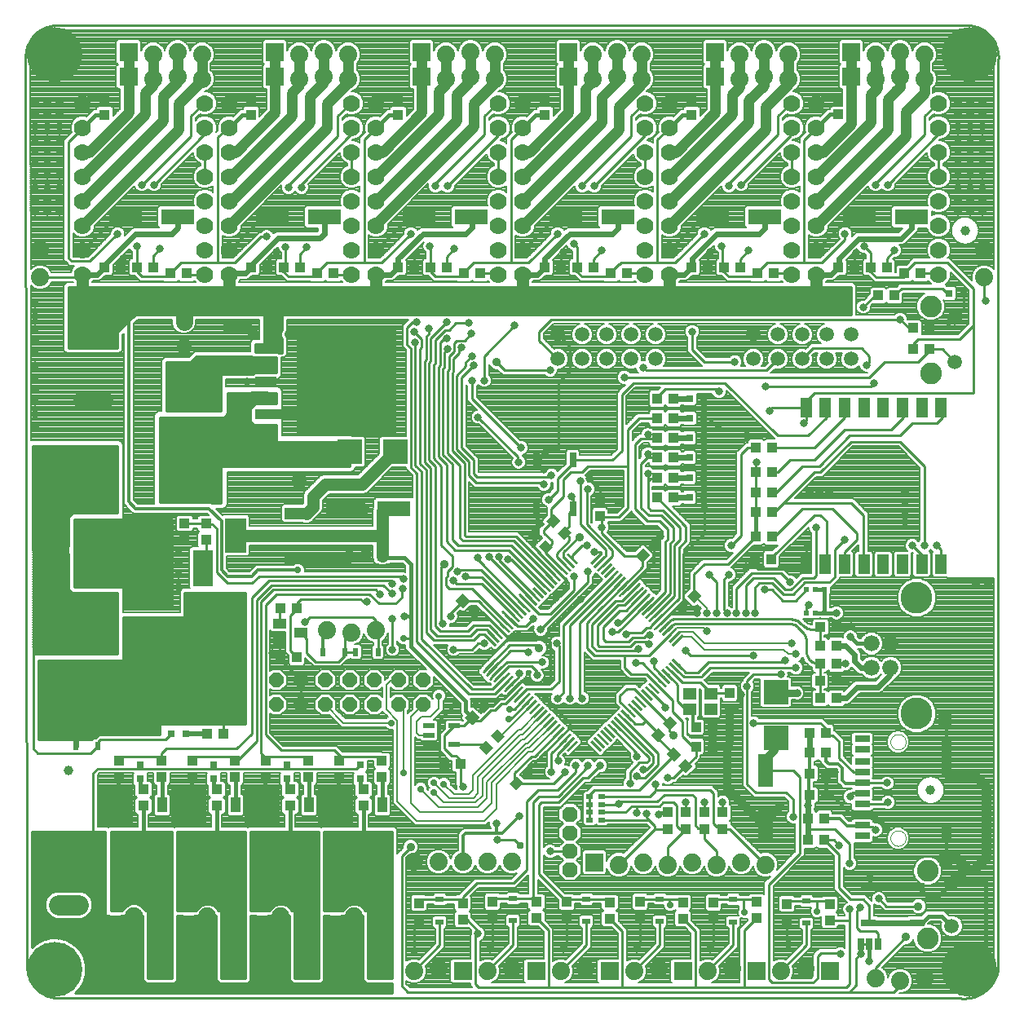
<source format=gtl>
G75*
G70*
%OFA0B0*%
%FSLAX24Y24*%
%IPPOS*%
%LPD*%
%AMOC8*
5,1,8,0,0,1.08239X$1,22.5*
%
%ADD10C,0.0100*%
%ADD11R,0.0106X0.0591*%
%ADD12R,0.0591X0.0106*%
%ADD13R,0.0551X0.0472*%
%ADD14R,0.0433X0.0394*%
%ADD15R,0.0394X0.0433*%
%ADD16R,0.0600X0.0300*%
%ADD17R,0.0315X0.0315*%
%ADD18R,0.0300X0.0600*%
%ADD19C,0.0660*%
%ADD20C,0.1300*%
%ADD21R,0.0197X0.0197*%
%ADD22C,0.0594*%
%ADD23R,0.0327X0.0248*%
%ADD24R,0.1000X0.1000*%
%ADD25R,0.4098X0.4252*%
%ADD26R,0.0850X0.0420*%
%ADD27R,0.2126X0.1575*%
%ADD28R,0.0827X0.0500*%
%ADD29OC8,0.0630*%
%ADD30C,0.0630*%
%ADD31R,0.0472X0.0787*%
%ADD32C,0.0886*%
%ADD33C,0.0740*%
%ADD34R,0.0531X0.0591*%
%ADD35R,0.0394X0.0551*%
%ADD36R,0.0394X0.0512*%
%ADD37R,0.0591X0.0295*%
%ADD38C,0.0000*%
%ADD39R,0.0740X0.0740*%
%ADD40C,0.0700*%
%ADD41R,0.1378X0.0630*%
%ADD42R,0.0820X0.1500*%
%ADD43R,0.4500X0.3500*%
%ADD44C,0.0825*%
%ADD45C,0.0394*%
%ADD46R,0.2126X0.2441*%
%ADD47R,0.0394X0.0630*%
%ADD48C,0.0669*%
%ADD49R,0.0880X0.0480*%
%ADD50R,0.0866X0.1417*%
%ADD51R,0.0256X0.0197*%
%ADD52R,0.0551X0.0394*%
%ADD53R,0.0248X0.0327*%
%ADD54OC8,0.0600*%
%ADD55R,0.0472X0.0217*%
%ADD56R,0.0250X0.0500*%
%ADD57R,0.0630X0.1378*%
%ADD58C,0.0120*%
%ADD59C,0.0240*%
%ADD60C,0.0160*%
%ADD61C,0.0317*%
%ADD62C,0.0500*%
%ADD63C,0.2250*%
%ADD64C,0.0320*%
%ADD65C,0.0400*%
%ADD66C,0.1500*%
%ADD67C,0.0080*%
%ADD68C,0.0277*%
%ADD69C,0.0356*%
%ADD70C,0.0300*%
%ADD71R,0.0356X0.0356*%
%ADD72C,0.0200*%
%ADD73C,0.0560*%
%ADD74C,0.1000*%
%ADD75C,0.0700*%
%ADD76C,0.0310*%
%ADD77C,0.0420*%
%ADD78C,0.0760*%
D10*
X002393Y001821D02*
X002330Y038999D01*
X002331Y038998D02*
X002328Y039067D01*
X002329Y039135D01*
X002334Y039203D01*
X002343Y039271D01*
X002355Y039339D01*
X002371Y039405D01*
X002390Y039471D01*
X002413Y039535D01*
X002440Y039599D01*
X002470Y039660D01*
X002503Y039720D01*
X002539Y039778D01*
X002578Y039834D01*
X002621Y039888D01*
X002666Y039939D01*
X002714Y039988D01*
X002764Y040034D01*
X002817Y040078D01*
X002873Y040118D01*
X002930Y040156D01*
X002989Y040190D01*
X003050Y040221D01*
X003113Y040249D01*
X003177Y040273D01*
X003242Y040294D01*
X003308Y040311D01*
X003375Y040324D01*
X003443Y040334D01*
X003511Y040340D01*
X003511Y040341D02*
X040913Y040341D01*
X040983Y040333D01*
X041052Y040321D01*
X041121Y040306D01*
X041188Y040287D01*
X041255Y040264D01*
X041320Y040238D01*
X041384Y040208D01*
X041446Y040175D01*
X041506Y040138D01*
X041564Y040098D01*
X041619Y040056D01*
X041673Y040010D01*
X041724Y039961D01*
X041772Y039910D01*
X041817Y039856D01*
X041859Y039800D01*
X041898Y039741D01*
X041934Y039681D01*
X041967Y039619D01*
X041996Y039555D01*
X042022Y039489D01*
X042044Y039423D01*
X042062Y039355D01*
X042077Y039286D01*
X042088Y039217D01*
X042095Y039147D01*
X042099Y039077D01*
X042098Y039006D01*
X042094Y038936D01*
X042094Y001759D01*
X042095Y001759D02*
X042081Y001685D01*
X042063Y001613D01*
X042042Y001541D01*
X042016Y001471D01*
X041988Y001402D01*
X041955Y001334D01*
X041919Y001269D01*
X041880Y001205D01*
X041837Y001144D01*
X041792Y001085D01*
X041743Y001028D01*
X041691Y000974D01*
X041637Y000923D01*
X041580Y000874D01*
X041520Y000829D01*
X041459Y000787D01*
X041395Y000748D01*
X041329Y000712D01*
X041261Y000680D01*
X041192Y000652D01*
X041122Y000627D01*
X041050Y000606D01*
X040977Y000589D01*
X040904Y000576D01*
X040829Y000566D01*
X040755Y000561D01*
X040680Y000559D01*
X040605Y000561D01*
X040531Y000567D01*
X040457Y000577D01*
X040456Y000578D02*
X003699Y000578D01*
X004333Y000777D02*
X004531Y000976D01*
X004699Y001266D01*
X004786Y001591D01*
X004786Y001926D01*
X004699Y002251D01*
X004531Y002541D01*
X004294Y002779D01*
X004003Y002947D01*
X003679Y003034D01*
X003343Y003034D01*
X003019Y002947D01*
X002728Y002779D01*
X002591Y002642D01*
X002583Y007390D01*
X005580Y007390D01*
X005580Y003940D01*
X005721Y003940D01*
X005754Y003906D01*
X006206Y003906D01*
X006239Y003940D01*
X007130Y003940D01*
X007130Y001307D01*
X007247Y001190D01*
X008413Y001190D01*
X008530Y001307D01*
X008530Y003940D01*
X008721Y003940D01*
X008754Y003906D01*
X009206Y003906D01*
X009239Y003940D01*
X010130Y003940D01*
X010130Y001307D01*
X010247Y001190D01*
X011413Y001190D01*
X011530Y001307D01*
X011530Y003940D01*
X011721Y003940D01*
X011754Y003906D01*
X012206Y003906D01*
X012239Y003940D01*
X013130Y003940D01*
X013130Y001307D01*
X013247Y001190D01*
X014413Y001190D01*
X014530Y001307D01*
X014530Y003940D01*
X014721Y003940D01*
X014754Y003906D01*
X015206Y003906D01*
X015239Y003940D01*
X016130Y003940D01*
X016130Y001307D01*
X016247Y001190D01*
X017330Y001190D01*
X017330Y000777D01*
X004333Y000777D01*
X004429Y000873D02*
X017330Y000873D01*
X017330Y000972D02*
X004527Y000972D01*
X004586Y001070D02*
X017330Y001070D01*
X017330Y001169D02*
X004643Y001169D01*
X004699Y001267D02*
X007170Y001267D01*
X007130Y001366D02*
X004726Y001366D01*
X004752Y001464D02*
X007130Y001464D01*
X007130Y001563D02*
X004779Y001563D01*
X004786Y001661D02*
X007130Y001661D01*
X007130Y001760D02*
X004786Y001760D01*
X004786Y001858D02*
X007130Y001858D01*
X007130Y001957D02*
X004778Y001957D01*
X004752Y002055D02*
X007130Y002055D01*
X007130Y002154D02*
X004725Y002154D01*
X004698Y002252D02*
X007130Y002252D01*
X007130Y002351D02*
X004642Y002351D01*
X004585Y002449D02*
X007130Y002449D01*
X007130Y002548D02*
X004525Y002548D01*
X004427Y002646D02*
X007130Y002646D01*
X007130Y002745D02*
X004328Y002745D01*
X004183Y002843D02*
X007130Y002843D01*
X007130Y002942D02*
X004012Y002942D01*
X003556Y003828D02*
X003349Y003913D01*
X003191Y004071D01*
X003105Y004278D01*
X003105Y004502D01*
X003191Y004709D01*
X003349Y004867D01*
X003556Y004952D01*
X004604Y004952D01*
X004811Y004867D01*
X004969Y004709D01*
X005055Y004502D01*
X005055Y004278D01*
X004969Y004071D01*
X004811Y003913D01*
X004604Y003828D01*
X003556Y003828D01*
X003554Y003828D02*
X002589Y003828D01*
X002589Y003730D02*
X007130Y003730D01*
X007130Y003828D02*
X004606Y003828D01*
X004825Y003927D02*
X005734Y003927D01*
X005580Y004025D02*
X004923Y004025D01*
X004991Y004124D02*
X005580Y004124D01*
X005580Y004222D02*
X005032Y004222D01*
X005055Y004321D02*
X005580Y004321D01*
X005580Y004419D02*
X005055Y004419D01*
X005049Y004518D02*
X005580Y004518D01*
X005580Y004616D02*
X005008Y004616D01*
X004963Y004715D02*
X005580Y004715D01*
X005580Y004813D02*
X004865Y004813D01*
X004703Y004912D02*
X005580Y004912D01*
X005580Y005010D02*
X002587Y005010D01*
X002587Y004912D02*
X003457Y004912D01*
X003295Y004813D02*
X002587Y004813D01*
X002588Y004715D02*
X003197Y004715D01*
X003152Y004616D02*
X002588Y004616D01*
X002588Y004518D02*
X003111Y004518D01*
X003105Y004419D02*
X002588Y004419D01*
X002588Y004321D02*
X003105Y004321D01*
X003128Y004222D02*
X002588Y004222D01*
X002589Y004124D02*
X003169Y004124D01*
X003237Y004025D02*
X002589Y004025D01*
X002589Y003927D02*
X003335Y003927D01*
X002589Y003631D02*
X007130Y003631D01*
X007130Y003533D02*
X002590Y003533D01*
X002590Y003434D02*
X007130Y003434D01*
X007130Y003336D02*
X002590Y003336D01*
X002590Y003237D02*
X007130Y003237D01*
X007130Y003139D02*
X002590Y003139D01*
X002590Y003040D02*
X007130Y003040D01*
X007330Y003040D02*
X008330Y003040D01*
X008330Y002942D02*
X007330Y002942D01*
X007330Y002843D02*
X008330Y002843D01*
X008330Y002745D02*
X007330Y002745D01*
X007330Y002646D02*
X008330Y002646D01*
X008330Y002548D02*
X007330Y002548D01*
X007330Y002449D02*
X008330Y002449D01*
X008330Y002351D02*
X007330Y002351D01*
X007330Y002252D02*
X008330Y002252D01*
X008330Y002154D02*
X007330Y002154D01*
X007330Y002055D02*
X008330Y002055D01*
X008330Y001957D02*
X007330Y001957D01*
X007330Y001858D02*
X008330Y001858D01*
X008330Y001760D02*
X007330Y001760D01*
X007330Y001661D02*
X008330Y001661D01*
X008330Y001563D02*
X007330Y001563D01*
X007330Y001464D02*
X008330Y001464D01*
X008330Y001390D02*
X007330Y001390D01*
X007330Y004140D01*
X007224Y004140D01*
X007192Y004216D01*
X007049Y004360D01*
X006861Y004437D01*
X006659Y004437D01*
X006471Y004360D01*
X006328Y004216D01*
X006296Y004140D01*
X005830Y004140D01*
X005830Y007390D01*
X008330Y007390D01*
X008330Y001390D01*
X008530Y001366D02*
X010130Y001366D01*
X010130Y001464D02*
X008530Y001464D01*
X008530Y001563D02*
X010130Y001563D01*
X010130Y001661D02*
X008530Y001661D01*
X008530Y001760D02*
X010130Y001760D01*
X010130Y001858D02*
X008530Y001858D01*
X008530Y001957D02*
X010130Y001957D01*
X010130Y002055D02*
X008530Y002055D01*
X008530Y002154D02*
X010130Y002154D01*
X010130Y002252D02*
X008530Y002252D01*
X008530Y002351D02*
X010130Y002351D01*
X010130Y002449D02*
X008530Y002449D01*
X008530Y002548D02*
X010130Y002548D01*
X010130Y002646D02*
X008530Y002646D01*
X008530Y002745D02*
X010130Y002745D01*
X010130Y002843D02*
X008530Y002843D01*
X008530Y002942D02*
X010130Y002942D01*
X010130Y003040D02*
X008530Y003040D01*
X008530Y003139D02*
X010130Y003139D01*
X010130Y003237D02*
X008530Y003237D01*
X008530Y003336D02*
X010130Y003336D01*
X010130Y003434D02*
X008530Y003434D01*
X008530Y003533D02*
X010130Y003533D01*
X010130Y003631D02*
X008530Y003631D01*
X008530Y003730D02*
X010130Y003730D01*
X010130Y003828D02*
X008530Y003828D01*
X008530Y003927D02*
X008734Y003927D01*
X008530Y004140D02*
X009328Y004140D01*
X009353Y004199D01*
X009488Y004334D01*
X009665Y004407D01*
X009855Y004407D01*
X010032Y004334D01*
X010167Y004199D01*
X010192Y004140D01*
X010330Y004140D01*
X010330Y001390D01*
X011330Y001390D01*
X011330Y007390D01*
X008530Y007390D01*
X008530Y004140D01*
X008530Y004222D02*
X009376Y004222D01*
X009474Y004321D02*
X008530Y004321D01*
X008530Y004419D02*
X011330Y004419D01*
X011330Y004321D02*
X010046Y004321D01*
X010144Y004222D02*
X011330Y004222D01*
X011330Y004124D02*
X010330Y004124D01*
X010330Y004025D02*
X011330Y004025D01*
X011330Y003927D02*
X010330Y003927D01*
X010330Y003828D02*
X011330Y003828D01*
X011330Y003730D02*
X010330Y003730D01*
X010330Y003631D02*
X011330Y003631D01*
X011330Y003533D02*
X010330Y003533D01*
X010330Y003434D02*
X011330Y003434D01*
X011330Y003336D02*
X010330Y003336D01*
X010330Y003237D02*
X011330Y003237D01*
X011330Y003139D02*
X010330Y003139D01*
X010330Y003040D02*
X011330Y003040D01*
X011330Y002942D02*
X010330Y002942D01*
X010330Y002843D02*
X011330Y002843D01*
X011330Y002745D02*
X010330Y002745D01*
X010330Y002646D02*
X011330Y002646D01*
X011330Y002548D02*
X010330Y002548D01*
X010330Y002449D02*
X011330Y002449D01*
X011330Y002351D02*
X010330Y002351D01*
X010330Y002252D02*
X011330Y002252D01*
X011330Y002154D02*
X010330Y002154D01*
X010330Y002055D02*
X011330Y002055D01*
X011330Y001957D02*
X010330Y001957D01*
X010330Y001858D02*
X011330Y001858D01*
X011330Y001760D02*
X010330Y001760D01*
X010330Y001661D02*
X011330Y001661D01*
X011330Y001563D02*
X010330Y001563D01*
X010330Y001464D02*
X011330Y001464D01*
X011530Y001464D02*
X013130Y001464D01*
X013130Y001366D02*
X011530Y001366D01*
X011490Y001267D02*
X013170Y001267D01*
X013330Y001390D02*
X013330Y004140D01*
X013192Y004140D01*
X013167Y004199D01*
X013032Y004334D01*
X012855Y004407D01*
X012665Y004407D01*
X012488Y004334D01*
X012353Y004199D01*
X012328Y004140D01*
X011530Y004140D01*
X011530Y007390D01*
X014330Y007390D01*
X014330Y001390D01*
X013330Y001390D01*
X013330Y001464D02*
X014330Y001464D01*
X014330Y001563D02*
X013330Y001563D01*
X013330Y001661D02*
X014330Y001661D01*
X014330Y001760D02*
X013330Y001760D01*
X013330Y001858D02*
X014330Y001858D01*
X014330Y001957D02*
X013330Y001957D01*
X013330Y002055D02*
X014330Y002055D01*
X014330Y002154D02*
X013330Y002154D01*
X013330Y002252D02*
X014330Y002252D01*
X014330Y002351D02*
X013330Y002351D01*
X013330Y002449D02*
X014330Y002449D01*
X014330Y002548D02*
X013330Y002548D01*
X013330Y002646D02*
X014330Y002646D01*
X014330Y002745D02*
X013330Y002745D01*
X013330Y002843D02*
X014330Y002843D01*
X014330Y002942D02*
X013330Y002942D01*
X013330Y003040D02*
X014330Y003040D01*
X014330Y003139D02*
X013330Y003139D01*
X013330Y003237D02*
X014330Y003237D01*
X014330Y003336D02*
X013330Y003336D01*
X013330Y003434D02*
X014330Y003434D01*
X014330Y003533D02*
X013330Y003533D01*
X013330Y003631D02*
X014330Y003631D01*
X014330Y003730D02*
X013330Y003730D01*
X013330Y003828D02*
X014330Y003828D01*
X014330Y003927D02*
X013330Y003927D01*
X013330Y004025D02*
X014330Y004025D01*
X014330Y004124D02*
X013330Y004124D01*
X013144Y004222D02*
X014330Y004222D01*
X014330Y004321D02*
X013046Y004321D01*
X013130Y003927D02*
X012226Y003927D01*
X012376Y004222D02*
X011530Y004222D01*
X011530Y004321D02*
X012474Y004321D01*
X013130Y003828D02*
X011530Y003828D01*
X011530Y003730D02*
X013130Y003730D01*
X013130Y003631D02*
X011530Y003631D01*
X011530Y003533D02*
X013130Y003533D01*
X013130Y003434D02*
X011530Y003434D01*
X011530Y003336D02*
X013130Y003336D01*
X013130Y003237D02*
X011530Y003237D01*
X011530Y003139D02*
X013130Y003139D01*
X013130Y003040D02*
X011530Y003040D01*
X011530Y002942D02*
X013130Y002942D01*
X013130Y002843D02*
X011530Y002843D01*
X011530Y002745D02*
X013130Y002745D01*
X013130Y002646D02*
X011530Y002646D01*
X011530Y002548D02*
X013130Y002548D01*
X013130Y002449D02*
X011530Y002449D01*
X011530Y002351D02*
X013130Y002351D01*
X013130Y002252D02*
X011530Y002252D01*
X011530Y002154D02*
X013130Y002154D01*
X013130Y002055D02*
X011530Y002055D01*
X011530Y001957D02*
X013130Y001957D01*
X013130Y001858D02*
X011530Y001858D01*
X011530Y001760D02*
X013130Y001760D01*
X013130Y001661D02*
X011530Y001661D01*
X011530Y001563D02*
X013130Y001563D01*
X014490Y001267D02*
X016170Y001267D01*
X016130Y001366D02*
X014530Y001366D01*
X014530Y001464D02*
X016130Y001464D01*
X016130Y001563D02*
X014530Y001563D01*
X014530Y001661D02*
X016130Y001661D01*
X016130Y001760D02*
X014530Y001760D01*
X014530Y001858D02*
X016130Y001858D01*
X016130Y001957D02*
X014530Y001957D01*
X014530Y002055D02*
X016130Y002055D01*
X016130Y002154D02*
X014530Y002154D01*
X014530Y002252D02*
X016130Y002252D01*
X016130Y002351D02*
X014530Y002351D01*
X014530Y002449D02*
X016130Y002449D01*
X016130Y002548D02*
X014530Y002548D01*
X014530Y002646D02*
X016130Y002646D01*
X016130Y002745D02*
X014530Y002745D01*
X014530Y002843D02*
X016130Y002843D01*
X016130Y002942D02*
X014530Y002942D01*
X014530Y003040D02*
X016130Y003040D01*
X016130Y003139D02*
X014530Y003139D01*
X014530Y003237D02*
X016130Y003237D01*
X016130Y003336D02*
X014530Y003336D01*
X014530Y003434D02*
X016130Y003434D01*
X016130Y003533D02*
X014530Y003533D01*
X014530Y003631D02*
X016130Y003631D01*
X016130Y003730D02*
X014530Y003730D01*
X014530Y003828D02*
X016130Y003828D01*
X016130Y003927D02*
X015226Y003927D01*
X015328Y004140D02*
X014530Y004140D01*
X014530Y007390D01*
X017330Y007390D01*
X017330Y001390D01*
X016330Y001390D01*
X016330Y004140D01*
X016192Y004140D01*
X016167Y004199D01*
X016032Y004334D01*
X015855Y004407D01*
X015665Y004407D01*
X015488Y004334D01*
X015353Y004199D01*
X015328Y004140D01*
X015376Y004222D02*
X014530Y004222D01*
X014530Y004321D02*
X015474Y004321D01*
X014734Y003927D02*
X014530Y003927D01*
X014530Y004419D02*
X017330Y004419D01*
X017330Y004321D02*
X016046Y004321D01*
X016144Y004222D02*
X017330Y004222D01*
X017330Y004124D02*
X016330Y004124D01*
X016330Y004025D02*
X017330Y004025D01*
X017330Y003927D02*
X016330Y003927D01*
X016330Y003828D02*
X017330Y003828D01*
X017330Y003730D02*
X016330Y003730D01*
X016330Y003631D02*
X017330Y003631D01*
X017330Y003533D02*
X016330Y003533D01*
X016330Y003434D02*
X017330Y003434D01*
X017330Y003336D02*
X016330Y003336D01*
X016330Y003237D02*
X017330Y003237D01*
X017330Y003139D02*
X016330Y003139D01*
X016330Y003040D02*
X017330Y003040D01*
X017330Y002942D02*
X016330Y002942D01*
X016330Y002843D02*
X017330Y002843D01*
X017330Y002745D02*
X016330Y002745D01*
X016330Y002646D02*
X017330Y002646D01*
X017330Y002548D02*
X016330Y002548D01*
X016330Y002449D02*
X017330Y002449D01*
X017330Y002351D02*
X016330Y002351D01*
X016330Y002252D02*
X017330Y002252D01*
X017330Y002154D02*
X016330Y002154D01*
X016330Y002055D02*
X017330Y002055D01*
X017330Y001957D02*
X016330Y001957D01*
X016330Y001858D02*
X017330Y001858D01*
X017330Y001760D02*
X016330Y001760D01*
X016330Y001661D02*
X017330Y001661D01*
X017330Y001563D02*
X016330Y001563D01*
X016330Y001464D02*
X017330Y001464D01*
X017705Y001078D02*
X017705Y006386D01*
X018066Y006747D01*
X017330Y006783D02*
X014530Y006783D01*
X014530Y006685D02*
X017330Y006685D01*
X017330Y006586D02*
X014530Y006586D01*
X014530Y006488D02*
X017330Y006488D01*
X017330Y006389D02*
X014530Y006389D01*
X014530Y006291D02*
X017330Y006291D01*
X017330Y006192D02*
X014530Y006192D01*
X014530Y006094D02*
X017330Y006094D01*
X017330Y005995D02*
X014530Y005995D01*
X014530Y005897D02*
X017330Y005897D01*
X017330Y005798D02*
X014530Y005798D01*
X014530Y005700D02*
X017330Y005700D01*
X017330Y005601D02*
X014530Y005601D01*
X014530Y005503D02*
X017330Y005503D01*
X017330Y005404D02*
X014530Y005404D01*
X014530Y005306D02*
X017330Y005306D01*
X017330Y005207D02*
X014530Y005207D01*
X014530Y005109D02*
X017330Y005109D01*
X017330Y005010D02*
X014530Y005010D01*
X014530Y004912D02*
X017330Y004912D01*
X017330Y004813D02*
X014530Y004813D01*
X014530Y004715D02*
X017330Y004715D01*
X017330Y004616D02*
X014530Y004616D01*
X014530Y004518D02*
X017330Y004518D01*
X018409Y004461D02*
X018546Y004598D01*
X019260Y004598D01*
X020065Y004598D01*
X020201Y004461D01*
X020210Y004470D01*
X020210Y004707D01*
X020768Y005265D01*
X022268Y005265D01*
X022830Y005828D01*
X022830Y008628D01*
X023280Y009078D01*
X024080Y009078D01*
X024830Y009828D01*
X024830Y010078D01*
X024393Y009828D02*
X023915Y009350D01*
X022390Y009350D01*
X022330Y009410D01*
X022330Y009778D01*
X023007Y010455D01*
X023140Y010455D01*
X024121Y011436D01*
X023981Y011573D02*
X023981Y011575D01*
X024260Y011297D02*
X024580Y011617D01*
X024580Y011828D01*
X023580Y012828D01*
X023830Y013203D02*
X022825Y013203D01*
X022590Y012967D01*
X022590Y012962D01*
X022330Y012703D01*
X022299Y012390D02*
X022111Y012390D01*
X022299Y012390D02*
X022729Y012820D01*
X022729Y012828D01*
X022868Y012689D02*
X022163Y011984D01*
X022080Y011984D01*
X021963Y012618D02*
X022450Y013106D01*
X022311Y013245D02*
X022311Y013246D01*
X022580Y013515D01*
X023018Y013515D01*
X023080Y013453D01*
X023580Y013453D01*
X023643Y013515D01*
X023768Y013640D01*
X023768Y015140D01*
X023580Y015328D01*
X023580Y015453D01*
X025018Y016890D01*
X024736Y017244D02*
X024736Y017796D01*
X024424Y017671D02*
X024424Y017359D01*
X024018Y016953D01*
X023564Y017421D02*
X022095Y018890D01*
X019893Y018890D01*
X019549Y019234D01*
X019549Y022369D01*
X019205Y022713D01*
X019205Y026390D01*
X019268Y026453D01*
X019268Y027371D01*
X019443Y027546D01*
X019549Y027546D01*
X019496Y027890D02*
X019643Y027890D01*
X019924Y028171D01*
X020455Y028171D01*
X020549Y027734D02*
X020268Y027453D01*
X019955Y027453D01*
X019861Y027359D01*
X019861Y027015D01*
X019643Y026796D01*
X019643Y026265D01*
X019580Y026203D01*
X019580Y022858D01*
X020080Y022358D01*
X020080Y019390D01*
X020205Y019265D01*
X022277Y019265D01*
X023842Y017700D01*
X023981Y017839D02*
X022368Y019453D01*
X020330Y019453D01*
X020268Y019515D01*
X020268Y022430D01*
X019768Y022930D01*
X019768Y026130D01*
X019830Y026193D01*
X019830Y026724D01*
X020049Y026943D01*
X020049Y027078D01*
X020143Y027171D01*
X020580Y026828D02*
X020330Y026578D01*
X020330Y026400D01*
X019955Y026025D01*
X019955Y023003D01*
X020455Y022503D01*
X020455Y021943D01*
X020758Y021640D01*
X023455Y021640D01*
X023518Y021578D01*
X023768Y021890D02*
X020768Y021890D01*
X020643Y022015D01*
X020643Y022575D01*
X020143Y023075D01*
X020143Y025953D01*
X020643Y026453D01*
X021080Y026828D02*
X021080Y025828D01*
X020580Y025828D02*
X020580Y025078D01*
X022580Y023078D01*
X022455Y022703D02*
X022455Y022515D01*
X022486Y022484D01*
X022455Y022703D02*
X020830Y024328D01*
X019393Y022785D02*
X019768Y022410D01*
X019768Y019328D01*
X020018Y019078D01*
X022186Y019078D01*
X023703Y017560D01*
X023425Y017282D02*
X022192Y018515D01*
X022049Y018515D01*
X021674Y018476D02*
X023146Y017004D01*
X023007Y016864D02*
X021268Y018604D01*
X021268Y018609D01*
X021674Y018609D02*
X021674Y018476D01*
X020959Y018078D02*
X020049Y018078D01*
X019986Y018015D01*
X019768Y018203D02*
X019768Y018640D01*
X019330Y019078D01*
X019330Y022328D01*
X019018Y022640D01*
X019018Y026463D01*
X019080Y026525D01*
X019080Y027474D01*
X019496Y027890D01*
X019549Y028203D02*
X018893Y027546D01*
X018893Y026598D01*
X018830Y026535D01*
X018830Y022568D01*
X019080Y022318D01*
X019080Y015765D01*
X019268Y015578D01*
X020418Y015578D01*
X020662Y015822D01*
X021266Y015822D01*
X021615Y015472D01*
X021476Y015333D02*
X021174Y015636D01*
X021174Y015640D01*
X020780Y015640D01*
X020530Y015390D01*
X019143Y015390D01*
X018893Y015640D01*
X018893Y022245D01*
X018643Y022495D01*
X018643Y026608D01*
X018705Y026670D01*
X018705Y027623D01*
X018830Y027748D01*
X018830Y027921D01*
X018799Y027953D01*
X018523Y027509D02*
X018205Y027828D01*
X017930Y027990D02*
X018143Y028203D01*
X018299Y028203D01*
X017930Y027990D02*
X017930Y027290D01*
X018070Y027150D01*
X018070Y022288D01*
X018330Y022028D01*
X018330Y015140D01*
X020455Y013015D01*
X021518Y013015D01*
X022026Y013524D01*
X022033Y013524D01*
X022168Y013385D02*
X021924Y013140D01*
X021881Y012815D02*
X021709Y012815D01*
X021409Y012515D01*
X021062Y012515D01*
X020893Y012515D01*
X020705Y012703D01*
X020568Y013203D02*
X018518Y015253D01*
X018518Y022100D01*
X018258Y022360D01*
X018258Y027390D01*
X018523Y027509D02*
X018523Y027193D01*
X018455Y027124D01*
X018455Y022423D01*
X018705Y022173D01*
X018705Y015528D01*
X019030Y015203D01*
X020643Y015203D01*
X020893Y015453D01*
X021080Y015453D01*
X021337Y015196D01*
X021337Y015194D01*
X021080Y015078D02*
X020830Y015078D01*
X020580Y014828D01*
X019830Y014828D01*
X019393Y015890D02*
X019330Y015953D01*
X019330Y018203D01*
X019455Y018328D01*
X019580Y018015D02*
X019768Y018203D01*
X019580Y018015D02*
X019580Y017828D01*
X019518Y017765D01*
X019518Y017453D01*
X019643Y017328D01*
X020580Y017328D01*
X022017Y015890D01*
X022033Y015890D01*
X022170Y016031D02*
X022172Y016029D01*
X022436Y015765D01*
X022768Y015765D01*
X023080Y016078D01*
X023313Y016280D02*
X023772Y016280D01*
X024736Y017244D01*
X024424Y017671D02*
X024121Y017974D01*
X024121Y017978D01*
X023356Y018743D01*
X023356Y018782D01*
X023078Y019060D01*
X023078Y019300D01*
X023205Y019427D01*
X023120Y019499D01*
X023198Y019577D01*
X023198Y020562D01*
X023198Y020140D01*
X023315Y020023D01*
X023520Y019703D02*
X023892Y020075D01*
X023830Y020137D01*
X023830Y020578D01*
X024330Y021078D01*
X024330Y021778D01*
X024630Y022078D01*
X025080Y022078D01*
X025330Y022328D01*
X026955Y022328D01*
X026955Y023828D01*
X027403Y024276D01*
X028151Y024276D01*
X028028Y024276D01*
X027768Y023609D02*
X027768Y023453D01*
X028134Y023453D01*
X028152Y023471D01*
X027768Y023453D02*
X027486Y023453D01*
X027236Y023203D01*
X027236Y020578D01*
X027736Y020078D01*
X028236Y020078D01*
X028580Y019734D01*
X028580Y019328D01*
X028486Y019234D01*
X028486Y017193D01*
X027740Y016447D01*
X027740Y016456D01*
X027601Y016586D02*
X027967Y016953D01*
X027814Y017078D02*
X027461Y016725D01*
X026642Y015906D01*
X026533Y015906D01*
X026561Y015546D02*
X026299Y015546D01*
X026561Y015546D02*
X027601Y016586D01*
X027879Y016314D02*
X027879Y016308D01*
X028674Y017102D01*
X028674Y019161D01*
X028830Y019318D01*
X028830Y019796D01*
X028330Y020296D01*
X027811Y020296D01*
X027486Y020621D01*
X027486Y022421D01*
X027736Y022671D01*
X027768Y022671D01*
X027768Y022828D01*
X027768Y022671D02*
X028145Y022671D01*
X028152Y022664D01*
X027768Y022015D02*
X027768Y021703D01*
X027893Y021828D01*
X028128Y021828D01*
X028152Y021852D01*
X027768Y021703D02*
X027768Y020640D01*
X027893Y020515D01*
X028393Y020515D01*
X029080Y019828D01*
X029080Y019308D01*
X028861Y019089D01*
X028861Y017015D01*
X028018Y016172D01*
X028018Y016168D01*
X028157Y016029D02*
X027831Y015703D01*
X027705Y015703D01*
X027512Y015509D01*
X026949Y015509D01*
X026893Y015453D01*
X027164Y015328D02*
X026976Y015140D01*
X026049Y015140D01*
X025939Y015249D01*
X025939Y015734D01*
X026624Y016418D01*
X026876Y016418D01*
X027322Y016864D01*
X027691Y017234D01*
X027538Y017359D02*
X027183Y017004D01*
X026819Y016640D01*
X026549Y016640D01*
X025705Y015796D01*
X025705Y015015D01*
X025768Y014953D01*
X027049Y014953D01*
X027236Y015140D01*
X027736Y015140D01*
X027830Y015046D01*
X027611Y015328D02*
X027164Y015328D01*
X027611Y015328D02*
X027705Y015421D01*
X027861Y015421D01*
X027393Y014859D02*
X027299Y014765D01*
X025674Y014765D01*
X025486Y014953D01*
X025486Y015859D01*
X026455Y016828D01*
X026728Y016828D01*
X027044Y017143D01*
X027416Y017515D01*
X026905Y017282D02*
X027976Y018354D01*
X028026Y018404D01*
X028026Y019144D01*
X028026Y019172D01*
X028284Y019429D01*
X029046Y018994D02*
X029330Y019278D01*
X029330Y019855D01*
X028152Y021033D01*
X026955Y020609D02*
X026955Y022328D01*
X026698Y022945D02*
X026330Y022578D01*
X024714Y022578D01*
X024698Y022562D01*
X024698Y022445D01*
X024080Y021828D01*
X024080Y021328D01*
X023705Y020953D01*
X023768Y021890D02*
X023830Y021953D01*
X023503Y022179D02*
X023198Y022484D01*
X023198Y022500D01*
X024128Y022929D02*
X024128Y025750D01*
X024580Y026203D01*
X024580Y027203D01*
X024080Y027703D01*
X023830Y028328D02*
X023330Y027828D01*
X023330Y027453D01*
X024080Y026703D01*
X023768Y026234D02*
X021924Y026234D01*
X021580Y026578D01*
X021080Y026828D02*
X022330Y028078D01*
X023735Y028515D02*
X006080Y028515D01*
X006080Y027140D01*
X004080Y027140D01*
X004080Y029640D01*
X036080Y029640D01*
X036080Y028527D01*
X023747Y028527D01*
X023735Y028515D01*
X023830Y028328D02*
X038080Y028328D01*
X038439Y027969D01*
X038620Y027969D01*
X038830Y027515D02*
X040518Y027515D01*
X041080Y028078D01*
X041080Y029578D01*
X040018Y030640D01*
X038683Y030640D01*
X038245Y030203D01*
X038245Y030055D01*
X038236Y030046D01*
X037111Y030046D01*
X036830Y030328D01*
X036830Y030412D01*
X036870Y030453D01*
X036870Y031037D01*
X036611Y031296D01*
X036268Y031046D02*
X036227Y031006D01*
X036227Y030453D01*
X035580Y030475D02*
X035558Y030453D01*
X034893Y030640D02*
X035830Y031578D01*
X035830Y031828D01*
X036014Y032515D02*
X034658Y031159D01*
X034893Y030640D02*
X034155Y030640D01*
X034155Y035656D01*
X034658Y036159D01*
X033658Y036159D02*
X033599Y036159D01*
X033599Y035846D01*
X031580Y033828D01*
X031080Y033890D02*
X031080Y033765D01*
X031080Y033890D02*
X033080Y035890D01*
X033080Y036640D01*
X033599Y037159D01*
X033658Y037159D01*
X033658Y035159D02*
X033658Y034159D01*
X036014Y032515D02*
X036423Y032515D01*
X037861Y031140D02*
X037540Y030818D01*
X037540Y030453D01*
X038133Y029578D02*
X037852Y029296D01*
X038133Y029578D02*
X039830Y029578D01*
X040018Y029390D01*
X040097Y029390D01*
X040688Y029390D02*
X040688Y028730D01*
X040322Y028364D01*
X039926Y027969D01*
X039290Y027969D01*
X038830Y027515D02*
X038625Y027310D01*
X038625Y027097D01*
X038830Y026578D02*
X037455Y026578D01*
X036830Y025953D01*
X026799Y025953D01*
X027180Y025728D02*
X030930Y025728D01*
X033080Y023578D01*
X034330Y023578D01*
X035080Y024328D01*
X035080Y024646D01*
X035029Y024697D01*
X034580Y025328D02*
X034241Y024989D01*
X034241Y024697D01*
X034241Y024166D01*
X034153Y024078D01*
X034143Y024078D01*
X034241Y024697D02*
X032856Y024697D01*
X032736Y024578D01*
X032580Y025578D02*
X036893Y025578D01*
X037018Y025703D01*
X036705Y026453D02*
X036830Y026578D01*
X036830Y026828D01*
X036518Y027140D01*
X034518Y027140D01*
X034080Y026703D01*
X033080Y026703D02*
X032611Y026234D01*
X027705Y026234D01*
X027580Y026359D01*
X027180Y025728D02*
X026698Y025245D01*
X026698Y022945D01*
X025393Y021828D02*
X025803Y021417D01*
X025803Y020944D01*
X026463Y020944D01*
X026580Y020828D01*
X026955Y020609D02*
X026580Y020234D01*
X025844Y020234D01*
X025803Y020275D01*
X025893Y020248D01*
X025893Y019828D01*
X025893Y019578D01*
X026830Y018640D01*
X027530Y018640D01*
X027553Y018670D01*
X027553Y018645D01*
X027553Y018209D01*
X026765Y017421D01*
X025830Y016486D01*
X025830Y016484D01*
X025268Y015921D01*
X025268Y014890D01*
X025580Y014578D01*
X026830Y014578D01*
X026830Y014078D01*
X027080Y013828D01*
X027714Y013828D01*
X028157Y013385D01*
X028796Y012746D01*
X028796Y012264D01*
X029189Y011870D01*
X029189Y011280D01*
X029608Y010861D01*
X029736Y010861D01*
X029736Y010460D01*
X029377Y010101D01*
X029333Y010085D01*
X029314Y010066D01*
X029314Y010062D01*
X028830Y009578D01*
X028580Y009578D01*
X028080Y009328D02*
X028080Y009078D01*
X028080Y009046D01*
X027834Y008800D01*
X025889Y008800D01*
X025889Y008485D02*
X026550Y008485D01*
X026580Y008515D01*
X026674Y008609D01*
X028164Y008609D01*
X028445Y008890D01*
X029580Y008890D01*
X029705Y008765D01*
X029705Y007640D01*
X029830Y007515D01*
X030058Y007515D01*
X030080Y007493D01*
X030080Y007078D01*
X030580Y006578D01*
X030580Y006028D01*
X030578Y004599D02*
X030459Y004479D01*
X030578Y004599D02*
X031260Y004599D01*
X031687Y004599D01*
X031687Y004120D01*
X031730Y004078D01*
X031687Y004599D02*
X032110Y004599D01*
X032201Y004508D01*
X032710Y005220D02*
X032710Y001348D01*
X032855Y001203D01*
X034510Y001203D01*
X034698Y001390D01*
X034698Y002265D01*
X034854Y002421D01*
X035611Y002421D01*
X035643Y002390D01*
X036293Y002196D02*
X036486Y002390D01*
X036293Y002196D02*
X036293Y001115D01*
X036005Y000828D01*
X037830Y000828D01*
X038080Y001078D01*
X038080Y001278D01*
X037080Y001378D02*
X037080Y001828D01*
X038330Y003078D01*
X037180Y003228D02*
X037180Y002765D01*
X036799Y002765D02*
X036480Y002765D01*
X037080Y003328D02*
X037180Y003228D01*
X037080Y003328D02*
X036455Y003328D01*
X036330Y003453D01*
X036330Y004140D01*
X036455Y004265D01*
X036580Y004609D02*
X036830Y004359D01*
X036830Y003670D01*
X036779Y003651D01*
X036018Y003751D02*
X036018Y004203D01*
X036018Y001140D01*
X035893Y001015D01*
X031710Y001015D01*
X031710Y003348D01*
X032201Y003839D01*
X031260Y003693D02*
X031260Y002740D01*
X030204Y001684D01*
X029711Y001015D02*
X029711Y003307D01*
X029201Y003817D01*
X028680Y004378D02*
X028634Y004423D01*
X028634Y004627D01*
X029060Y004627D01*
X029201Y004486D01*
X028634Y004627D02*
X028260Y004627D01*
X027577Y004627D01*
X027459Y004509D01*
X027459Y003840D02*
X027459Y002706D01*
X027330Y002578D01*
X027204Y001684D02*
X028260Y002740D01*
X028260Y003721D01*
X026721Y003307D02*
X026209Y003819D01*
X026721Y003307D02*
X026721Y001015D01*
X029711Y001015D01*
X031710Y001015D01*
X033204Y001684D02*
X034260Y002740D01*
X034260Y003631D01*
X034680Y004128D02*
X034680Y004537D01*
X035085Y004537D01*
X035201Y004421D01*
X034680Y004537D02*
X034260Y004537D01*
X033569Y004537D01*
X033459Y004427D01*
X033459Y003758D02*
X033459Y002841D01*
X033526Y002774D01*
X035201Y003751D02*
X036018Y003751D01*
X036049Y004609D02*
X035580Y005078D01*
X035580Y006444D01*
X034992Y007032D01*
X035376Y007032D01*
X035580Y006828D01*
X036018Y006890D02*
X036018Y006078D01*
X036018Y006890D02*
X035424Y007484D01*
X034354Y007484D01*
X034323Y007515D01*
X033708Y007990D02*
X033708Y008700D01*
X033430Y008978D01*
X032180Y008978D01*
X031830Y009328D01*
X031830Y013328D01*
X031830Y013546D01*
X032080Y013796D01*
X033205Y013796D01*
X033299Y014296D02*
X030236Y014296D01*
X029830Y013890D01*
X029330Y013890D01*
X029000Y014220D01*
X028992Y014220D01*
X028858Y014081D02*
X029236Y013703D01*
X029914Y013703D01*
X029984Y013732D02*
X030330Y014078D01*
X033830Y014078D01*
X033393Y014390D02*
X033299Y014296D01*
X034240Y015173D02*
X034238Y015215D01*
X034233Y015257D01*
X034225Y015299D01*
X034214Y015339D01*
X034199Y015379D01*
X034181Y015417D01*
X034161Y015454D01*
X034137Y015489D01*
X034111Y015522D01*
X034082Y015553D01*
X033892Y015743D01*
X034027Y015884D02*
X034102Y015809D01*
X034482Y015652D02*
X034624Y015652D01*
X034786Y015735D02*
X034826Y015735D01*
X034807Y015716D01*
X034807Y014983D01*
X034239Y014772D02*
X034241Y014730D01*
X034246Y014688D01*
X034254Y014646D01*
X034265Y014606D01*
X034280Y014566D01*
X034298Y014528D01*
X034318Y014491D01*
X034342Y014456D01*
X034368Y014423D01*
X034397Y014392D01*
X034765Y014239D02*
X034807Y014239D01*
X034807Y013536D01*
X034807Y012832D01*
X034830Y011828D02*
X032096Y011828D01*
X031115Y012372D02*
X031079Y012358D01*
X031115Y013042D02*
X030367Y013042D01*
X030348Y013022D01*
X030348Y013035D01*
X029898Y013484D01*
X029171Y013484D01*
X028714Y013941D01*
X028575Y013802D02*
X028993Y013384D01*
X028993Y012697D01*
X029298Y012392D01*
X029482Y012392D01*
X029630Y012244D01*
X029630Y011757D02*
X029640Y011757D01*
X029740Y011657D01*
X028830Y011328D02*
X028660Y011498D01*
X028660Y011810D01*
X028619Y011810D01*
X027601Y012828D01*
X027219Y013209D01*
X026906Y013209D01*
X026630Y012933D01*
X026630Y012684D01*
X027044Y012271D01*
X027183Y012410D02*
X027669Y011924D01*
X027536Y011792D01*
X027245Y011792D01*
X026905Y012132D01*
X026765Y011993D02*
X026765Y011986D01*
X028174Y010578D01*
X028174Y010109D01*
X027643Y009578D01*
X027393Y009578D01*
X027330Y009640D01*
X027049Y009828D02*
X027049Y009359D01*
X027399Y009078D02*
X028841Y010519D01*
X028841Y010539D01*
X028186Y011194D01*
X028186Y011336D01*
X028186Y011407D01*
X027669Y011924D01*
X028481Y012461D02*
X028481Y012504D01*
X027879Y013106D01*
X028297Y013524D02*
X027555Y014265D01*
X027268Y014265D01*
X026830Y014578D02*
X027819Y014578D01*
X028714Y015472D01*
X028575Y015612D02*
X028783Y015820D01*
X028782Y015820D02*
X028785Y015824D01*
X028786Y015829D01*
X028688Y016007D02*
X028708Y016024D01*
X028730Y016039D01*
X028754Y016051D01*
X028779Y016059D01*
X028805Y016064D01*
X028831Y016066D01*
X028831Y016065D02*
X033590Y016065D01*
X033590Y015868D02*
X028882Y015868D01*
X028861Y015866D01*
X028841Y015861D01*
X028821Y015853D01*
X028803Y015842D01*
X028787Y015829D01*
X028686Y016002D02*
X028436Y015751D01*
X028297Y015890D02*
X028942Y016536D01*
X029185Y016536D01*
X029195Y016536D01*
X029226Y016578D01*
X029226Y018734D01*
X030080Y019578D01*
X030080Y020578D01*
X031580Y019484D02*
X031174Y019078D01*
X031580Y019484D02*
X031580Y022828D01*
X031846Y023094D01*
X032188Y023094D01*
X032205Y022484D02*
X032188Y022469D01*
X032188Y022072D01*
X032188Y021274D01*
X032173Y021259D01*
X032173Y020446D01*
X032169Y020441D01*
X032838Y020441D02*
X032944Y020441D01*
X033330Y020828D01*
X036080Y020828D01*
X036580Y020328D01*
X036580Y018343D01*
X036604Y018319D01*
X035816Y018319D02*
X035816Y018814D01*
X036330Y019328D01*
X036330Y019578D01*
X035330Y020578D01*
X034080Y020578D01*
X032940Y019437D01*
X032838Y019437D01*
X032169Y019437D02*
X031059Y018328D01*
X030080Y018328D01*
X029658Y017905D01*
X029658Y017009D01*
X029046Y016918D02*
X029046Y018994D01*
X030268Y017890D02*
X030580Y017578D01*
X030580Y016328D01*
X030893Y016437D02*
X031002Y016328D01*
X030893Y016437D02*
X030893Y017703D01*
X031080Y017890D01*
X031393Y017328D02*
X032005Y017940D01*
X033228Y017940D01*
X033580Y017588D01*
X033628Y017265D02*
X034107Y017744D01*
X034543Y017744D01*
X034643Y017844D01*
X034643Y019828D01*
X035080Y020078D02*
X034830Y020328D01*
X034580Y020328D01*
X032818Y018566D01*
X032818Y018512D01*
X032280Y018128D02*
X034050Y018128D01*
X034241Y018319D01*
X034241Y018989D01*
X034330Y019078D01*
X035080Y018370D02*
X035029Y018319D01*
X035080Y018370D02*
X035080Y020078D01*
X035830Y019328D02*
X035408Y018906D01*
X035408Y017781D01*
X035189Y017562D01*
X034189Y017562D01*
X033705Y017078D01*
X033310Y017078D01*
X032841Y017546D01*
X032330Y017546D01*
X032143Y017359D01*
X032143Y016328D01*
X031768Y016328D02*
X031768Y017433D01*
X032073Y017738D01*
X032919Y017738D01*
X033393Y017265D01*
X033628Y017265D01*
X033810Y016828D02*
X033290Y016828D01*
X032853Y017264D01*
X032612Y017264D01*
X032611Y017265D01*
X032549Y017265D01*
X032280Y018128D02*
X032149Y018259D01*
X032149Y018512D01*
X032077Y018512D01*
X031768Y018203D01*
X031393Y017328D02*
X031393Y016328D01*
X029518Y014578D02*
X029330Y014765D01*
X029518Y014578D02*
X032080Y014578D01*
X033590Y015869D02*
X033627Y015867D01*
X033664Y015862D01*
X033701Y015854D01*
X033736Y015843D01*
X033771Y015829D01*
X033804Y015812D01*
X033835Y015792D01*
X033865Y015769D01*
X033893Y015744D01*
X034027Y015884D02*
X033991Y015917D01*
X033953Y015947D01*
X033913Y015974D01*
X033871Y015998D01*
X033826Y016018D01*
X033781Y016035D01*
X033734Y016048D01*
X033687Y016057D01*
X033638Y016063D01*
X033590Y016065D01*
X034247Y016319D02*
X034247Y016525D01*
X034361Y016640D01*
X034102Y015809D02*
X034133Y015780D01*
X034166Y015754D01*
X034201Y015730D01*
X034238Y015710D01*
X034276Y015692D01*
X034316Y015677D01*
X034356Y015666D01*
X034398Y015658D01*
X034440Y015653D01*
X034482Y015651D01*
X034624Y015651D02*
X034656Y015653D01*
X034688Y015658D01*
X034718Y015667D01*
X034748Y015679D01*
X034776Y015695D01*
X034802Y015713D01*
X034826Y015735D01*
X034239Y015173D02*
X034239Y014772D01*
X034397Y014392D02*
X034427Y014364D01*
X034459Y014339D01*
X034493Y014316D01*
X034528Y014296D01*
X034566Y014279D01*
X034604Y014264D01*
X034643Y014253D01*
X034683Y014245D01*
X034724Y014241D01*
X034765Y014239D01*
X036070Y015770D02*
X036079Y015770D01*
X034247Y017264D02*
X033810Y016828D01*
X032169Y019437D02*
X032086Y019437D01*
X033330Y020828D02*
X034580Y022078D01*
X034830Y022078D01*
X036080Y023328D01*
X038080Y023328D01*
X039080Y022328D01*
X039080Y019078D01*
X038966Y018692D02*
X038580Y019078D01*
X038966Y018692D02*
X038966Y018319D01*
X039753Y018319D02*
X039753Y018904D01*
X039580Y019078D01*
X038080Y023578D02*
X036030Y023578D01*
X034780Y022328D01*
X034080Y022328D01*
X033012Y021259D01*
X032843Y021259D01*
X032858Y022072D02*
X033075Y022072D01*
X033580Y022578D01*
X034580Y022578D01*
X035830Y023828D01*
X037705Y023828D01*
X038205Y024328D01*
X038205Y024671D01*
X038178Y024697D01*
X038580Y024078D02*
X039580Y024078D01*
X039830Y024328D01*
X039830Y024620D01*
X039753Y024697D01*
X038580Y024078D02*
X038080Y023578D01*
X035830Y024328D02*
X035830Y024683D01*
X035816Y024697D01*
X035830Y024328D02*
X034596Y023094D01*
X032858Y023094D01*
X030643Y023890D02*
X030257Y024276D01*
X030060Y024276D01*
X030680Y025378D02*
X030580Y025478D01*
X028480Y025478D01*
X028151Y025148D01*
X028151Y025078D01*
X030080Y026578D02*
X029580Y027078D01*
X029580Y027828D01*
X030080Y026578D02*
X031330Y026578D01*
X034580Y025328D02*
X041080Y025328D01*
X041080Y028078D01*
X041580Y029078D02*
X041518Y029140D01*
X041518Y030039D01*
X039658Y030159D02*
X039614Y030203D01*
X038915Y030203D01*
X037183Y029296D02*
X037049Y029296D01*
X036580Y028828D01*
X036080Y028847D02*
X004080Y028847D01*
X004080Y028749D02*
X036080Y028749D01*
X036080Y028650D02*
X004080Y028650D01*
X004080Y028552D02*
X036080Y028552D01*
X036080Y028946D02*
X004080Y028946D01*
X004080Y029044D02*
X036080Y029044D01*
X036080Y029143D02*
X004080Y029143D01*
X004080Y029241D02*
X036080Y029241D01*
X036080Y029340D02*
X004080Y029340D01*
X004080Y029438D02*
X036080Y029438D01*
X036080Y029537D02*
X004080Y029537D01*
X004080Y029635D02*
X036080Y029635D01*
X034955Y029453D02*
X034580Y029078D01*
X033658Y030159D02*
X033614Y030203D01*
X032915Y030203D01*
X032643Y030640D02*
X034155Y030640D01*
X032643Y030640D02*
X032245Y030243D01*
X032245Y030203D01*
X032205Y030203D01*
X032080Y030078D01*
X031080Y030078D01*
X030830Y030328D01*
X030830Y030412D01*
X030830Y031265D01*
X030768Y031328D01*
X030330Y031078D02*
X030227Y030975D01*
X030227Y030453D01*
X030830Y030412D02*
X030870Y030453D01*
X031540Y030453D02*
X031540Y030787D01*
X031893Y031140D01*
X030423Y032515D02*
X030014Y032515D01*
X028658Y031159D01*
X028893Y030640D02*
X028162Y030640D01*
X028162Y035663D01*
X028658Y036159D01*
X027658Y036159D02*
X027658Y035843D01*
X025580Y033765D01*
X025080Y033765D02*
X025080Y033828D01*
X027080Y035828D01*
X027080Y036640D01*
X027599Y037159D01*
X027658Y037159D01*
X027658Y035159D02*
X027658Y034159D01*
X030080Y031828D02*
X028893Y030640D01*
X029558Y030453D02*
X029580Y030475D01*
X028162Y030640D02*
X026674Y030640D01*
X026611Y030578D01*
X026580Y030578D01*
X026245Y030243D01*
X026245Y030203D01*
X026245Y030162D01*
X026330Y030078D01*
X025080Y030078D01*
X024830Y030328D01*
X024830Y030412D01*
X024870Y030453D01*
X024870Y031287D01*
X024736Y031421D01*
X024330Y031078D02*
X024227Y030975D01*
X024227Y030453D01*
X025540Y030453D02*
X025540Y030787D01*
X025893Y031140D01*
X025830Y031078D01*
X026915Y030203D02*
X027614Y030203D01*
X027658Y030159D01*
X027639Y030140D01*
X024423Y032515D02*
X024014Y032515D01*
X022658Y031159D01*
X022893Y030640D02*
X024080Y031828D01*
X022893Y030640D02*
X022174Y030640D01*
X022174Y035675D01*
X022658Y036159D01*
X021658Y036159D02*
X021658Y035843D01*
X019580Y033765D01*
X019080Y033765D02*
X019080Y033890D01*
X021080Y035890D01*
X021080Y036640D01*
X021599Y037159D01*
X021658Y037159D01*
X021658Y035159D02*
X021658Y034159D01*
X020549Y032515D02*
X020580Y032484D01*
X019861Y031203D02*
X019540Y030881D01*
X019540Y030453D01*
X019080Y030078D02*
X020120Y030078D01*
X020245Y030203D01*
X020245Y030243D01*
X020643Y030640D01*
X022174Y030640D01*
X021658Y030159D02*
X021614Y030203D01*
X020915Y030203D01*
X019080Y030078D02*
X018870Y030287D01*
X018870Y030453D01*
X018870Y031318D01*
X018861Y031328D01*
X018330Y030953D02*
X018227Y030850D01*
X018227Y030453D01*
X016893Y030640D02*
X018080Y031828D01*
X018014Y032515D02*
X016658Y031159D01*
X016893Y030640D02*
X016170Y030640D01*
X016170Y035671D01*
X016658Y036159D01*
X015658Y036159D02*
X015658Y035906D01*
X013580Y033828D01*
X013580Y033734D01*
X013611Y033703D01*
X013080Y033703D02*
X013080Y033828D01*
X015080Y035828D01*
X015080Y036640D01*
X015599Y037159D01*
X015658Y037159D01*
X015658Y035159D02*
X015658Y034159D01*
X018014Y032515D02*
X018423Y032515D01*
X016170Y030640D02*
X014643Y030640D01*
X014245Y030243D01*
X014245Y030203D01*
X014120Y030078D01*
X013080Y030078D01*
X012830Y030328D01*
X012830Y030453D01*
X012870Y030453D01*
X012955Y030537D01*
X012955Y031278D01*
X012580Y031078D02*
X012227Y030725D01*
X012227Y030453D01*
X011558Y030453D02*
X011558Y030493D01*
X010893Y030640D02*
X010177Y030640D01*
X010177Y035762D01*
X010574Y036159D01*
X010658Y036159D01*
X009661Y036159D02*
X009661Y035909D01*
X007580Y033828D01*
X007080Y033828D02*
X009080Y035828D01*
X009080Y036640D01*
X009599Y037159D01*
X009661Y037159D01*
X009661Y035159D02*
X009661Y034159D01*
X012014Y032515D02*
X010658Y031159D01*
X010893Y030640D02*
X011955Y031703D01*
X012193Y031703D01*
X012014Y032515D02*
X012423Y032515D01*
X013830Y031265D02*
X013540Y030975D01*
X013540Y030453D01*
X014915Y030203D02*
X014958Y030159D01*
X015658Y030159D01*
X012830Y028640D02*
X012830Y027930D01*
X012809Y027909D01*
X012756Y027780D01*
X012756Y027641D01*
X012809Y027513D01*
X012830Y027491D01*
X012830Y026953D01*
X012675Y026953D01*
X012663Y026965D01*
X011725Y026965D01*
X011705Y026985D01*
X011705Y027328D01*
X012080Y027328D01*
X012080Y028640D01*
X012830Y028640D01*
X012830Y028552D02*
X012080Y028552D01*
X012080Y028453D02*
X012830Y028453D01*
X012830Y028355D02*
X012080Y028355D01*
X012080Y028256D02*
X012830Y028256D01*
X012830Y028158D02*
X012080Y028158D01*
X012080Y028059D02*
X012830Y028059D01*
X012830Y027961D02*
X012080Y027961D01*
X012080Y027862D02*
X012789Y027862D01*
X012756Y027764D02*
X012080Y027764D01*
X012080Y027665D02*
X012756Y027665D01*
X012787Y027567D02*
X012080Y027567D01*
X012080Y027468D02*
X012830Y027468D01*
X012830Y027370D02*
X012080Y027370D01*
X011705Y027271D02*
X012830Y027271D01*
X012830Y027173D02*
X011705Y027173D01*
X011705Y027074D02*
X012830Y027074D01*
X012830Y026976D02*
X011715Y026976D01*
X011580Y026828D02*
X011580Y026765D01*
X011674Y026765D01*
X011677Y026762D01*
X012580Y026762D01*
X012580Y026142D01*
X011677Y026142D01*
X011613Y026078D01*
X011465Y026078D01*
X011435Y026090D01*
X011312Y026090D01*
X011281Y026078D01*
X010330Y026078D01*
X010330Y024578D01*
X008080Y024578D01*
X008080Y026578D01*
X009080Y026578D01*
X009330Y026828D01*
X011580Y026828D01*
X011580Y026779D02*
X009281Y026779D01*
X009183Y026680D02*
X012580Y026680D01*
X012580Y026582D02*
X009084Y026582D01*
X008080Y026483D02*
X012580Y026483D01*
X012580Y026385D02*
X008080Y026385D01*
X008080Y026286D02*
X012580Y026286D01*
X012580Y026188D02*
X008080Y026188D01*
X008080Y026089D02*
X011309Y026089D01*
X011437Y026089D02*
X011624Y026089D01*
X012580Y025328D02*
X010590Y025328D01*
X010590Y024526D01*
X010550Y024430D01*
X010477Y024357D01*
X010382Y024318D01*
X008028Y024318D01*
X008004Y024328D01*
X007830Y024328D01*
X007830Y020847D01*
X009884Y020847D01*
X009932Y020828D01*
X010330Y020828D01*
X010330Y022328D01*
X015580Y022328D01*
X015580Y023328D01*
X012580Y023328D01*
X012580Y024022D01*
X011652Y024022D01*
X011529Y024145D01*
X011529Y024739D01*
X011652Y024862D01*
X012580Y024862D01*
X012580Y025328D01*
X012580Y025301D02*
X010590Y025301D01*
X010590Y025203D02*
X012580Y025203D01*
X012580Y025104D02*
X010590Y025104D01*
X010590Y025006D02*
X012580Y025006D01*
X012580Y024907D02*
X010590Y024907D01*
X010590Y024809D02*
X011599Y024809D01*
X011529Y024710D02*
X010590Y024710D01*
X010590Y024612D02*
X011529Y024612D01*
X011529Y024513D02*
X010585Y024513D01*
X010535Y024415D02*
X011529Y024415D01*
X011529Y024316D02*
X007830Y024316D01*
X007830Y024218D02*
X011529Y024218D01*
X011555Y024119D02*
X007830Y024119D01*
X007830Y024021D02*
X012580Y024021D01*
X012580Y023922D02*
X007830Y023922D01*
X007830Y023824D02*
X012580Y023824D01*
X012580Y023725D02*
X007830Y023725D01*
X007830Y023627D02*
X012580Y023627D01*
X012580Y023528D02*
X007830Y023528D01*
X007830Y023430D02*
X012580Y023430D01*
X012580Y023331D02*
X007830Y023331D01*
X007830Y023233D02*
X015580Y023233D01*
X015580Y023134D02*
X007830Y023134D01*
X007830Y023036D02*
X015580Y023036D01*
X015580Y022937D02*
X007830Y022937D01*
X007830Y022839D02*
X015580Y022839D01*
X015580Y022740D02*
X007830Y022740D01*
X007830Y022642D02*
X015580Y022642D01*
X015580Y022543D02*
X007830Y022543D01*
X007830Y022445D02*
X015580Y022445D01*
X015580Y022346D02*
X007830Y022346D01*
X007830Y022248D02*
X010330Y022248D01*
X010330Y022149D02*
X007830Y022149D01*
X007830Y022051D02*
X010330Y022051D01*
X010330Y021952D02*
X007830Y021952D01*
X007830Y021854D02*
X010330Y021854D01*
X010330Y021755D02*
X007830Y021755D01*
X007830Y021657D02*
X010330Y021657D01*
X010330Y021558D02*
X007830Y021558D01*
X007830Y021460D02*
X010330Y021460D01*
X010330Y021361D02*
X007830Y021361D01*
X007830Y021263D02*
X010330Y021263D01*
X010330Y021164D02*
X007830Y021164D01*
X007830Y021066D02*
X010330Y021066D01*
X010330Y020967D02*
X007830Y020967D01*
X007830Y020869D02*
X010330Y020869D01*
X009745Y019975D02*
X009705Y019975D01*
X009727Y019953D01*
X009955Y019953D01*
X010143Y019765D01*
X010143Y017978D01*
X010580Y017540D01*
X011580Y017540D01*
X011868Y017828D01*
X017643Y017828D01*
X017768Y017703D01*
X017736Y017296D02*
X017705Y017265D01*
X017705Y016953D01*
X017455Y016703D01*
X016768Y016703D01*
X016393Y017078D01*
X012569Y017078D01*
X012139Y016648D01*
X012139Y011331D01*
X012768Y010703D01*
X014955Y010703D01*
X015143Y010515D01*
X015205Y010453D01*
X016808Y010453D01*
X016893Y010368D01*
X016893Y010287D01*
X016018Y010123D02*
X015847Y009953D01*
X013080Y009953D01*
X013018Y010015D01*
X013018Y010123D01*
X013080Y009953D02*
X010080Y009953D01*
X010080Y010078D01*
X010035Y010123D01*
X010018Y010123D01*
X010080Y009953D02*
X007080Y009953D01*
X007018Y010015D01*
X007018Y010123D01*
X007035Y010123D01*
X007080Y010078D01*
X007080Y009953D02*
X005268Y009953D01*
X005080Y009765D01*
X005080Y006890D01*
X005580Y006882D02*
X002584Y006882D01*
X002584Y006980D02*
X005580Y006980D01*
X005580Y007079D02*
X002584Y007079D01*
X002583Y007177D02*
X005580Y007177D01*
X005580Y007276D02*
X002583Y007276D01*
X002583Y007374D02*
X005580Y007374D01*
X005830Y007374D02*
X008330Y007374D01*
X008330Y007276D02*
X005830Y007276D01*
X005830Y007177D02*
X008330Y007177D01*
X008330Y007079D02*
X005830Y007079D01*
X005830Y006980D02*
X008330Y006980D01*
X008330Y006882D02*
X005830Y006882D01*
X005830Y006783D02*
X008330Y006783D01*
X008330Y006685D02*
X005830Y006685D01*
X005830Y006586D02*
X008330Y006586D01*
X008330Y006488D02*
X005830Y006488D01*
X005830Y006389D02*
X008330Y006389D01*
X008330Y006291D02*
X005830Y006291D01*
X005830Y006192D02*
X008330Y006192D01*
X008330Y006094D02*
X005830Y006094D01*
X005830Y005995D02*
X008330Y005995D01*
X008330Y005897D02*
X005830Y005897D01*
X005830Y005798D02*
X008330Y005798D01*
X008330Y005700D02*
X005830Y005700D01*
X005830Y005601D02*
X008330Y005601D01*
X008330Y005503D02*
X005830Y005503D01*
X005830Y005404D02*
X008330Y005404D01*
X008330Y005306D02*
X005830Y005306D01*
X005830Y005207D02*
X008330Y005207D01*
X008330Y005109D02*
X005830Y005109D01*
X005830Y005010D02*
X008330Y005010D01*
X008330Y004912D02*
X005830Y004912D01*
X005830Y004813D02*
X008330Y004813D01*
X008330Y004715D02*
X005830Y004715D01*
X005830Y004616D02*
X008330Y004616D01*
X008330Y004518D02*
X005830Y004518D01*
X005830Y004419D02*
X006614Y004419D01*
X006432Y004321D02*
X005830Y004321D01*
X005830Y004222D02*
X006333Y004222D01*
X006226Y003927D02*
X007130Y003927D01*
X007330Y003927D02*
X008330Y003927D01*
X008330Y004025D02*
X007330Y004025D01*
X007330Y004124D02*
X008330Y004124D01*
X008330Y004222D02*
X007187Y004222D01*
X007088Y004321D02*
X008330Y004321D01*
X008330Y004419D02*
X006906Y004419D01*
X007330Y003828D02*
X008330Y003828D01*
X008330Y003730D02*
X007330Y003730D01*
X007330Y003631D02*
X008330Y003631D01*
X008330Y003533D02*
X007330Y003533D01*
X007330Y003434D02*
X008330Y003434D01*
X008330Y003336D02*
X007330Y003336D01*
X007330Y003237D02*
X008330Y003237D01*
X008330Y003139D02*
X007330Y003139D01*
X008530Y004518D02*
X011330Y004518D01*
X011330Y004616D02*
X008530Y004616D01*
X008530Y004715D02*
X011330Y004715D01*
X011330Y004813D02*
X008530Y004813D01*
X008530Y004912D02*
X011330Y004912D01*
X011330Y005010D02*
X008530Y005010D01*
X008530Y005109D02*
X011330Y005109D01*
X011330Y005207D02*
X008530Y005207D01*
X008530Y005306D02*
X011330Y005306D01*
X011330Y005404D02*
X008530Y005404D01*
X008530Y005503D02*
X011330Y005503D01*
X011330Y005601D02*
X008530Y005601D01*
X008530Y005700D02*
X011330Y005700D01*
X011330Y005798D02*
X008530Y005798D01*
X008530Y005897D02*
X011330Y005897D01*
X011330Y005995D02*
X008530Y005995D01*
X008530Y006094D02*
X011330Y006094D01*
X011330Y006192D02*
X008530Y006192D01*
X008530Y006291D02*
X011330Y006291D01*
X011330Y006389D02*
X008530Y006389D01*
X008530Y006488D02*
X011330Y006488D01*
X011330Y006586D02*
X008530Y006586D01*
X008530Y006685D02*
X011330Y006685D01*
X011330Y006783D02*
X008530Y006783D01*
X008530Y006882D02*
X011330Y006882D01*
X011330Y006980D02*
X008530Y006980D01*
X008530Y007079D02*
X011330Y007079D01*
X011330Y007177D02*
X008530Y007177D01*
X008530Y007276D02*
X011330Y007276D01*
X011330Y007374D02*
X008530Y007374D01*
X008330Y007640D02*
X008330Y009140D01*
X009643Y009140D01*
X009643Y007640D01*
X008330Y007640D01*
X008330Y007670D02*
X009643Y007670D01*
X009643Y007768D02*
X008330Y007768D01*
X008330Y007867D02*
X009643Y007867D01*
X009643Y007965D02*
X008330Y007965D01*
X008330Y008064D02*
X009643Y008064D01*
X009643Y008162D02*
X008330Y008162D01*
X008330Y008261D02*
X009643Y008261D01*
X009643Y008359D02*
X008330Y008359D01*
X008330Y008458D02*
X009643Y008458D01*
X009643Y008556D02*
X008330Y008556D01*
X008330Y008655D02*
X009643Y008655D01*
X009643Y008753D02*
X008330Y008753D01*
X008330Y008852D02*
X009643Y008852D01*
X009643Y008950D02*
X008330Y008950D01*
X008330Y009049D02*
X009643Y009049D01*
X009183Y010287D02*
X009183Y010368D01*
X009268Y010453D01*
X010808Y010453D01*
X010893Y010368D01*
X010893Y010287D01*
X010977Y010287D01*
X011768Y011078D01*
X011768Y016838D01*
X012383Y017453D01*
X016955Y017453D01*
X017299Y017109D01*
X017330Y017515D02*
X017205Y017640D01*
X012268Y017640D01*
X011580Y016953D01*
X011580Y011390D01*
X010955Y010765D01*
X008080Y010765D01*
X007893Y010578D01*
X007893Y010287D01*
X007790Y010287D01*
X007790Y010368D01*
X007705Y010453D01*
X006227Y010453D01*
X006143Y010368D01*
X006143Y010287D01*
X005283Y010890D02*
X005283Y011030D01*
X005393Y011140D01*
X008035Y011140D01*
X008285Y011390D01*
X007830Y011413D02*
X002842Y011413D01*
X002842Y011511D02*
X007830Y011511D01*
X007830Y011610D02*
X002842Y011610D01*
X002842Y011708D02*
X007830Y011708D01*
X007830Y011765D02*
X007830Y011340D01*
X005310Y011340D01*
X005173Y011203D01*
X005097Y011203D01*
X005033Y011140D01*
X002842Y011140D01*
X002842Y014390D01*
X006330Y014390D01*
X006330Y016140D01*
X008830Y016140D01*
X008830Y017140D01*
X011330Y017140D01*
X011330Y011765D01*
X007830Y011765D01*
X008580Y013640D02*
X010415Y011805D01*
X010415Y011390D01*
X011330Y011807D02*
X002842Y011807D01*
X002842Y011905D02*
X011330Y011905D01*
X011330Y012004D02*
X002842Y012004D01*
X002842Y012102D02*
X011330Y012102D01*
X011330Y012201D02*
X002842Y012201D01*
X002842Y012299D02*
X011330Y012299D01*
X011330Y012398D02*
X002842Y012398D01*
X002842Y012496D02*
X011330Y012496D01*
X011330Y012595D02*
X002842Y012595D01*
X002842Y012693D02*
X011330Y012693D01*
X011330Y012792D02*
X002842Y012792D01*
X002842Y012890D02*
X011330Y012890D01*
X011330Y012989D02*
X002842Y012989D01*
X002842Y013087D02*
X011330Y013087D01*
X011330Y013186D02*
X002842Y013186D01*
X002842Y013284D02*
X011330Y013284D01*
X011330Y013383D02*
X002842Y013383D01*
X002842Y013481D02*
X011330Y013481D01*
X011330Y013580D02*
X002842Y013580D01*
X002842Y013678D02*
X011330Y013678D01*
X011330Y013777D02*
X002842Y013777D01*
X002842Y013875D02*
X011330Y013875D01*
X011330Y013974D02*
X002842Y013974D01*
X002842Y014072D02*
X011330Y014072D01*
X011330Y014171D02*
X002842Y014171D01*
X002842Y014269D02*
X011330Y014269D01*
X011330Y014368D02*
X002842Y014368D01*
X002631Y014650D02*
X002617Y023140D01*
X006080Y023140D01*
X006080Y020400D01*
X004278Y020400D01*
X004183Y020360D01*
X004110Y020287D01*
X004070Y020192D01*
X004070Y019074D01*
X004045Y019014D01*
X004045Y018766D01*
X004070Y018706D01*
X004070Y017338D01*
X004110Y017243D01*
X004183Y017170D01*
X004278Y017130D01*
X006070Y017130D01*
X006070Y016588D01*
X006080Y016564D01*
X006080Y016216D01*
X006070Y016192D01*
X006070Y014650D01*
X002631Y014650D01*
X002631Y014663D02*
X006070Y014663D01*
X006070Y014762D02*
X002631Y014762D01*
X002631Y014860D02*
X006070Y014860D01*
X006070Y014959D02*
X002630Y014959D01*
X002643Y014890D02*
X004080Y014890D01*
X005080Y015890D01*
X006070Y015845D02*
X002629Y015845D01*
X002629Y015747D02*
X006070Y015747D01*
X006070Y015648D02*
X002629Y015648D01*
X002629Y015550D02*
X006070Y015550D01*
X006070Y015451D02*
X002630Y015451D01*
X002630Y015353D02*
X006070Y015353D01*
X006070Y015254D02*
X002630Y015254D01*
X002630Y015156D02*
X006070Y015156D01*
X006070Y015057D02*
X002630Y015057D01*
X002643Y014890D02*
X002643Y010765D01*
X002830Y010578D01*
X004970Y010578D01*
X005283Y010890D01*
X005185Y011216D02*
X002842Y011216D01*
X002842Y011314D02*
X005284Y011314D01*
X004580Y011640D02*
X004377Y011437D01*
X003117Y011603D02*
X003080Y011640D01*
X005330Y009140D02*
X006643Y009140D01*
X006643Y007640D01*
X005330Y007640D01*
X005330Y009140D01*
X005330Y009049D02*
X006643Y009049D01*
X006643Y008950D02*
X005330Y008950D01*
X005330Y008852D02*
X006643Y008852D01*
X006643Y008753D02*
X005330Y008753D01*
X005330Y008655D02*
X006643Y008655D01*
X006643Y008556D02*
X005330Y008556D01*
X005330Y008458D02*
X006643Y008458D01*
X006643Y008359D02*
X005330Y008359D01*
X005330Y008261D02*
X006643Y008261D01*
X006643Y008162D02*
X005330Y008162D01*
X005330Y008064D02*
X006643Y008064D01*
X006643Y007965D02*
X005330Y007965D01*
X005330Y007867D02*
X006643Y007867D01*
X006643Y007768D02*
X005330Y007768D01*
X005330Y007670D02*
X006643Y007670D01*
X005580Y006783D02*
X002584Y006783D01*
X002584Y006685D02*
X005580Y006685D01*
X005580Y006586D02*
X002584Y006586D01*
X002585Y006488D02*
X005580Y006488D01*
X005580Y006389D02*
X002585Y006389D01*
X002585Y006291D02*
X005580Y006291D01*
X005580Y006192D02*
X002585Y006192D01*
X002585Y006094D02*
X005580Y006094D01*
X005580Y005995D02*
X002585Y005995D01*
X002586Y005897D02*
X005580Y005897D01*
X005580Y005798D02*
X002586Y005798D01*
X002586Y005700D02*
X005580Y005700D01*
X005580Y005601D02*
X002586Y005601D01*
X002586Y005503D02*
X005580Y005503D01*
X005580Y005404D02*
X002586Y005404D01*
X002587Y005306D02*
X005580Y005306D01*
X005580Y005207D02*
X002587Y005207D01*
X002587Y005109D02*
X005580Y005109D01*
X003010Y002942D02*
X002591Y002942D01*
X002591Y002843D02*
X002839Y002843D01*
X002694Y002745D02*
X002591Y002745D01*
X002591Y002646D02*
X002595Y002646D01*
X002392Y001821D02*
X002396Y001752D01*
X002403Y001683D01*
X002414Y001615D01*
X002429Y001547D01*
X002447Y001481D01*
X002469Y001415D01*
X002494Y001351D01*
X002523Y001288D01*
X002555Y001227D01*
X002591Y001168D01*
X002630Y001111D01*
X002671Y001056D01*
X002716Y001003D01*
X002763Y000953D01*
X002813Y000905D01*
X002866Y000860D01*
X002921Y000818D01*
X002978Y000779D01*
X003037Y000744D01*
X003098Y000711D01*
X003160Y000682D01*
X003224Y000656D01*
X003290Y000634D01*
X003356Y000615D01*
X003424Y000600D01*
X003492Y000589D01*
X003560Y000581D01*
X003629Y000578D01*
X003698Y000577D01*
X008490Y001267D02*
X010170Y001267D01*
X010130Y003927D02*
X009226Y003927D01*
X011530Y003927D02*
X011734Y003927D01*
X011530Y004419D02*
X014330Y004419D01*
X014330Y004518D02*
X011530Y004518D01*
X011530Y004616D02*
X014330Y004616D01*
X014330Y004715D02*
X011530Y004715D01*
X011530Y004813D02*
X014330Y004813D01*
X014330Y004912D02*
X011530Y004912D01*
X011530Y005010D02*
X014330Y005010D01*
X014330Y005109D02*
X011530Y005109D01*
X011530Y005207D02*
X014330Y005207D01*
X014330Y005306D02*
X011530Y005306D01*
X011530Y005404D02*
X014330Y005404D01*
X014330Y005503D02*
X011530Y005503D01*
X011530Y005601D02*
X014330Y005601D01*
X014330Y005700D02*
X011530Y005700D01*
X011530Y005798D02*
X014330Y005798D01*
X014330Y005897D02*
X011530Y005897D01*
X011530Y005995D02*
X014330Y005995D01*
X014330Y006094D02*
X011530Y006094D01*
X011530Y006192D02*
X014330Y006192D01*
X014330Y006291D02*
X011530Y006291D01*
X011530Y006389D02*
X014330Y006389D01*
X014330Y006488D02*
X011530Y006488D01*
X011530Y006586D02*
X014330Y006586D01*
X014330Y006685D02*
X011530Y006685D01*
X011530Y006783D02*
X014330Y006783D01*
X014330Y006882D02*
X011530Y006882D01*
X011530Y006980D02*
X014330Y006980D01*
X014330Y007079D02*
X011530Y007079D01*
X011530Y007177D02*
X014330Y007177D01*
X014330Y007276D02*
X011530Y007276D01*
X011530Y007374D02*
X014330Y007374D01*
X014530Y007374D02*
X017330Y007374D01*
X017330Y007276D02*
X014530Y007276D01*
X014530Y007177D02*
X017330Y007177D01*
X017330Y007079D02*
X014530Y007079D01*
X014530Y006980D02*
X017330Y006980D01*
X017330Y006882D02*
X014530Y006882D01*
X014330Y007640D02*
X014330Y009140D01*
X015643Y009140D01*
X015643Y007640D01*
X014330Y007640D01*
X014330Y007670D02*
X015643Y007670D01*
X015643Y007768D02*
X014330Y007768D01*
X014330Y007867D02*
X015643Y007867D01*
X015643Y007965D02*
X014330Y007965D01*
X014330Y008064D02*
X015643Y008064D01*
X015643Y008162D02*
X014330Y008162D01*
X014330Y008261D02*
X015643Y008261D01*
X015643Y008359D02*
X014330Y008359D01*
X014330Y008458D02*
X015643Y008458D01*
X015643Y008556D02*
X014330Y008556D01*
X014330Y008655D02*
X015643Y008655D01*
X015643Y008753D02*
X014330Y008753D01*
X014330Y008852D02*
X015643Y008852D01*
X015643Y008950D02*
X014330Y008950D01*
X014330Y009049D02*
X015643Y009049D01*
X015143Y010287D02*
X015143Y010515D01*
X013893Y010368D02*
X013808Y010453D01*
X012268Y010453D01*
X012080Y010453D01*
X011955Y010578D01*
X011955Y016765D01*
X012455Y017265D01*
X016643Y017265D01*
X016830Y017078D01*
X016268Y016765D02*
X016143Y016765D01*
X016018Y016890D01*
X013580Y016890D01*
X013415Y016725D01*
X013415Y016515D01*
X013415Y016475D01*
X013143Y016203D01*
X013143Y014787D01*
X013415Y014515D01*
X013830Y014678D02*
X013830Y015261D01*
X013576Y015515D01*
X013752Y015937D02*
X013955Y016140D01*
X016518Y016140D01*
X016643Y016015D01*
X016643Y015628D01*
X016733Y015537D01*
X016733Y014728D01*
X017330Y014828D02*
X017330Y016078D01*
X017830Y016171D02*
X017955Y016203D01*
X018080Y016078D01*
X018080Y015278D02*
X017780Y015278D01*
X019705Y016171D02*
X019705Y016306D01*
X020209Y016809D01*
X020209Y016706D01*
X020209Y016809D02*
X020835Y016809D01*
X021894Y015751D01*
X021754Y015612D02*
X022029Y015337D01*
X022402Y015337D01*
X023571Y015337D01*
X023580Y015328D01*
X023393Y015640D02*
X025330Y017578D01*
X025330Y018015D01*
X025791Y018396D02*
X026053Y018657D01*
X026053Y018898D01*
X025018Y019933D01*
X025018Y021703D01*
X025330Y021390D02*
X025268Y021328D01*
X025268Y019943D01*
X026330Y018880D01*
X026330Y018656D01*
X025930Y018256D01*
X025652Y018535D02*
X025861Y018744D01*
X025861Y018796D01*
X025830Y018828D01*
X025580Y018828D01*
X025268Y019093D02*
X025096Y019093D01*
X024677Y018675D01*
X024677Y018535D01*
X024538Y018400D02*
X024330Y018609D01*
X024330Y018796D01*
X024939Y019406D01*
X024971Y019406D01*
X024544Y019424D02*
X024365Y019602D01*
X024365Y019684D01*
X024544Y019862D01*
X024544Y020408D01*
X024698Y020562D01*
X024698Y021022D01*
X024643Y021078D01*
X023520Y019703D02*
X023520Y019587D01*
X023835Y019272D01*
X023835Y019154D01*
X023707Y019026D01*
X023593Y019026D01*
X023593Y018784D01*
X024260Y018117D01*
X024399Y018256D02*
X024032Y018623D01*
X024032Y018760D01*
X024544Y019272D01*
X024544Y019424D01*
X024538Y018400D02*
X024538Y018396D01*
X026341Y017839D02*
X024330Y015828D01*
X024330Y013078D01*
X024080Y012828D01*
X023830Y013203D02*
X024143Y013515D01*
X024143Y014984D01*
X024049Y015078D01*
X024580Y015796D02*
X026483Y017700D01*
X026487Y017700D01*
X026625Y017560D02*
X024986Y015921D01*
X024986Y012921D01*
X025080Y012828D01*
X024580Y012828D02*
X024580Y015796D01*
X023313Y016280D02*
X022868Y016725D01*
X022518Y017076D01*
X022518Y017078D01*
X022729Y016586D02*
X020831Y018484D01*
X020831Y018576D01*
X020830Y018578D01*
X020959Y018078D02*
X022590Y016447D01*
X022450Y016308D02*
X020993Y017765D01*
X020361Y017765D01*
X020330Y017796D01*
X019955Y017515D02*
X019830Y017640D01*
X019955Y017515D02*
X020965Y017515D01*
X022311Y016168D01*
X022170Y016038D02*
X021830Y016378D01*
X022170Y016038D02*
X022170Y016031D01*
X021754Y015612D02*
X021030Y016336D01*
X020682Y016336D01*
X020573Y016336D01*
X022111Y014999D02*
X023221Y014999D01*
X023330Y014890D01*
X022893Y014703D02*
X022830Y014765D01*
X022160Y014765D01*
X021476Y014081D01*
X021474Y014081D01*
X021174Y013781D01*
X021049Y013921D02*
X021337Y014209D01*
X021337Y014220D01*
X021337Y014225D01*
X022111Y014999D01*
X022402Y015337D02*
X022486Y015421D01*
X022001Y014328D02*
X021615Y013941D01*
X021299Y013624D01*
X021486Y013531D02*
X021742Y013787D01*
X021754Y013802D01*
X022092Y014140D01*
X023018Y014140D01*
X023236Y013921D01*
X023236Y013765D01*
X023455Y014296D02*
X023424Y014328D01*
X022001Y014328D01*
X021615Y013941D02*
X021615Y013941D01*
X021884Y013663D02*
X021424Y013203D01*
X020568Y013203D01*
X019930Y012628D02*
X019236Y011934D01*
X019236Y010928D01*
X019210Y010953D01*
X018818Y010953D01*
X019236Y010928D02*
X019236Y010337D01*
X019433Y010140D01*
X019736Y010484D02*
X019455Y010765D01*
X019455Y011315D01*
X019842Y011702D01*
X020249Y011702D01*
X020589Y012042D01*
X020628Y012085D01*
X020628Y012061D01*
X020674Y011921D02*
X020580Y011828D01*
X020674Y011921D02*
X020705Y011921D01*
X020924Y011921D01*
X021332Y012329D01*
X021499Y012329D01*
X021788Y012618D01*
X021963Y012618D01*
X021881Y012815D02*
X022311Y013245D01*
X022172Y013385D02*
X022518Y013730D01*
X022518Y013859D01*
X021894Y013663D02*
X021884Y013663D01*
X022168Y013385D02*
X022172Y013385D01*
X020705Y011921D02*
X020330Y012296D01*
X020330Y012300D01*
X019842Y010953D02*
X021012Y010953D01*
X021156Y010810D01*
X020102Y010305D02*
X020102Y010140D01*
X020102Y009355D01*
X020230Y009228D01*
X020102Y010305D02*
X019924Y010484D01*
X019736Y010484D01*
X022937Y009973D02*
X024260Y011297D01*
X024399Y011157D02*
X023830Y010588D01*
X023830Y009828D01*
X024111Y010265D02*
X024080Y010296D01*
X024080Y010560D01*
X024538Y011018D01*
X024399Y011147D02*
X024399Y011157D01*
X025330Y010078D02*
X025330Y010038D01*
X024120Y008828D01*
X023330Y008828D01*
X023080Y008578D01*
X023080Y004586D01*
X023209Y004507D01*
X023076Y004640D01*
X022260Y004640D01*
X021538Y004640D01*
X021409Y004511D01*
X021409Y003841D02*
X021409Y002656D01*
X021330Y002578D01*
X020716Y003089D02*
X020716Y001160D01*
X020861Y001015D01*
X023702Y001015D01*
X023702Y003344D01*
X023209Y003837D01*
X022260Y003735D02*
X022260Y002740D01*
X021204Y001684D01*
X020716Y003089D02*
X020830Y003203D01*
X020830Y003328D01*
X020365Y003792D01*
X020201Y003792D01*
X020826Y003199D02*
X020830Y003203D01*
X019260Y002740D02*
X018204Y001684D01*
X017705Y001078D02*
X017955Y000828D01*
X036005Y000828D01*
X037518Y004328D02*
X037205Y004640D01*
X037518Y004328D02*
X038830Y004328D01*
X036580Y004609D02*
X036049Y004609D01*
X033980Y006490D02*
X033980Y009628D01*
X033717Y009890D01*
X032580Y009890D01*
X034377Y009746D02*
X034392Y009746D01*
X034392Y009759D01*
X034379Y008871D02*
X034270Y008801D01*
X034324Y008769D02*
X034379Y008871D01*
X034326Y008451D02*
X034326Y008330D01*
X034324Y008328D01*
X035049Y008871D02*
X035292Y008871D01*
X036174Y009796D02*
X035580Y010390D01*
X035580Y011078D01*
X035330Y011328D01*
X035147Y011328D01*
X035055Y011420D01*
X035055Y011603D01*
X034830Y011828D01*
X036174Y009796D02*
X036533Y009796D01*
X036533Y009362D02*
X037545Y009362D01*
X037580Y008578D02*
X037499Y008496D01*
X036533Y008496D01*
X036533Y008063D02*
X036523Y008053D01*
X036523Y007630D02*
X036523Y007620D01*
X036523Y007630D02*
X036533Y007630D01*
X036585Y007578D01*
X036955Y007578D01*
X037080Y007453D01*
X033980Y006490D02*
X032710Y005220D01*
X032580Y006028D02*
X031115Y007493D01*
X030830Y007493D01*
X030745Y007578D01*
X030580Y007578D01*
X030455Y007703D01*
X030455Y008953D01*
X030330Y009078D01*
X028080Y009078D01*
X028393Y008578D02*
X028236Y008421D01*
X027330Y008421D01*
X027330Y008140D01*
X027330Y008421D02*
X027111Y008421D01*
X026860Y008170D01*
X025889Y008170D01*
X025889Y007855D02*
X027802Y007855D01*
X027705Y007953D01*
X027705Y008109D01*
X027802Y007855D02*
X028045Y007612D01*
X028045Y007493D01*
X026580Y006028D01*
X026077Y004620D02*
X025260Y004620D01*
X024577Y004620D01*
X024459Y004502D01*
X023330Y005631D01*
X023330Y008478D01*
X023430Y008578D01*
X024130Y008578D01*
X025130Y009578D01*
X025330Y009578D01*
X025830Y010078D01*
X025580Y009078D02*
X027399Y009078D01*
X027049Y009828D02*
X027424Y010203D01*
X027718Y010203D01*
X027799Y010284D01*
X027799Y010402D01*
X026487Y011714D01*
X026626Y011844D02*
X027986Y010484D01*
X027986Y010181D01*
X027726Y009921D01*
X027580Y009921D01*
X027330Y010453D02*
X027330Y010593D01*
X026348Y011575D01*
X026626Y011844D02*
X026626Y011853D01*
X028436Y013663D02*
X028018Y014081D01*
X028018Y014359D01*
X028853Y014081D02*
X028858Y014081D01*
X029914Y013702D02*
X029934Y013704D01*
X029952Y013710D01*
X029970Y013719D01*
X029985Y013731D01*
X028687Y016001D02*
X028688Y016003D01*
X028689Y016006D01*
X028157Y016029D02*
X029046Y016918D01*
X026626Y017560D02*
X026625Y017560D01*
X026348Y017839D02*
X026341Y017839D01*
X019393Y022785D02*
X019393Y026296D01*
X019455Y026359D01*
X019455Y026984D01*
X019580Y027109D01*
X017404Y025199D02*
X017239Y025034D01*
X013804Y020377D02*
X013629Y020377D01*
X013363Y020394D01*
X015393Y018576D02*
X015455Y018513D01*
X016920Y018658D02*
X017001Y018578D01*
X015643Y015528D02*
X015383Y015268D01*
X015383Y014728D01*
X015827Y014728D01*
X015383Y014728D02*
X015383Y014580D01*
X015130Y014328D01*
X014180Y014328D01*
X013830Y014678D01*
X012745Y014515D02*
X012745Y014412D01*
X013580Y013578D01*
X013580Y012578D01*
X012745Y014515D02*
X012573Y014515D01*
X012400Y014688D01*
X012709Y014551D02*
X012745Y014515D01*
X012709Y014551D02*
X012709Y015141D01*
X012709Y015889D02*
X012709Y016479D01*
X012745Y016515D01*
X011330Y016535D02*
X008830Y016535D01*
X008830Y016633D02*
X011330Y016633D01*
X011330Y016732D02*
X008830Y016732D01*
X008830Y016830D02*
X011330Y016830D01*
X011330Y016929D02*
X008830Y016929D01*
X008830Y017027D02*
X011330Y017027D01*
X011330Y017126D02*
X008830Y017126D01*
X008330Y017126D02*
X006330Y017126D01*
X006330Y017224D02*
X008330Y017224D01*
X008330Y017323D02*
X006330Y017323D01*
X006330Y017390D02*
X004330Y017390D01*
X004330Y020140D01*
X008330Y020140D01*
X008330Y016640D01*
X006330Y016640D01*
X006330Y017390D01*
X006330Y017027D02*
X008330Y017027D01*
X008330Y016929D02*
X006330Y016929D01*
X006330Y016830D02*
X008330Y016830D01*
X008330Y016732D02*
X006330Y016732D01*
X006070Y016732D02*
X002627Y016732D01*
X002627Y016830D02*
X006070Y016830D01*
X006070Y016929D02*
X002627Y016929D01*
X002627Y017027D02*
X006070Y017027D01*
X006070Y017126D02*
X002627Y017126D01*
X002627Y017224D02*
X004128Y017224D01*
X004077Y017323D02*
X002626Y017323D01*
X002626Y017421D02*
X004070Y017421D01*
X004070Y017520D02*
X002626Y017520D01*
X002626Y017618D02*
X004070Y017618D01*
X004070Y017717D02*
X002626Y017717D01*
X002626Y017815D02*
X004070Y017815D01*
X004070Y017914D02*
X002625Y017914D01*
X002625Y018012D02*
X004070Y018012D01*
X004070Y018111D02*
X002625Y018111D01*
X002625Y018209D02*
X004070Y018209D01*
X004070Y018308D02*
X002625Y018308D01*
X002625Y018406D02*
X004070Y018406D01*
X004070Y018505D02*
X002624Y018505D01*
X002624Y018603D02*
X004070Y018603D01*
X004070Y018702D02*
X002624Y018702D01*
X002624Y018800D02*
X004045Y018800D01*
X004045Y018899D02*
X002624Y018899D01*
X002624Y018997D02*
X004045Y018997D01*
X004070Y019096D02*
X002623Y019096D01*
X002623Y019194D02*
X004070Y019194D01*
X004070Y019293D02*
X002623Y019293D01*
X002623Y019391D02*
X004070Y019391D01*
X004070Y019490D02*
X002623Y019490D01*
X002623Y019588D02*
X004070Y019588D01*
X004070Y019687D02*
X002622Y019687D01*
X002622Y019785D02*
X004070Y019785D01*
X004070Y019884D02*
X002622Y019884D01*
X002622Y019982D02*
X004070Y019982D01*
X004070Y020081D02*
X002622Y020081D01*
X002622Y020179D02*
X004070Y020179D01*
X004106Y020278D02*
X002621Y020278D01*
X002621Y020376D02*
X004220Y020376D01*
X004330Y020081D02*
X008330Y020081D01*
X008330Y019982D02*
X004330Y019982D01*
X004330Y019884D02*
X008330Y019884D01*
X008330Y019785D02*
X004330Y019785D01*
X004330Y019687D02*
X008330Y019687D01*
X008330Y019588D02*
X004330Y019588D01*
X004330Y019490D02*
X008330Y019490D01*
X008330Y019391D02*
X004330Y019391D01*
X004330Y019293D02*
X008330Y019293D01*
X008245Y019305D02*
X008080Y019140D01*
X008245Y019305D02*
X008830Y019305D01*
X008330Y019194D02*
X004330Y019194D01*
X004330Y019096D02*
X008330Y019096D01*
X008330Y018997D02*
X004330Y018997D01*
X004330Y018899D02*
X008330Y018899D01*
X008330Y018800D02*
X004330Y018800D01*
X004330Y018702D02*
X008330Y018702D01*
X008330Y018603D02*
X004330Y018603D01*
X004330Y018505D02*
X008330Y018505D01*
X008330Y018406D02*
X004330Y018406D01*
X004330Y018308D02*
X008330Y018308D01*
X008330Y018209D02*
X004330Y018209D01*
X004330Y018111D02*
X008330Y018111D01*
X008330Y018012D02*
X004330Y018012D01*
X004330Y017914D02*
X008330Y017914D01*
X008330Y017815D02*
X004330Y017815D01*
X004330Y017717D02*
X008330Y017717D01*
X008330Y017618D02*
X004330Y017618D01*
X004330Y017520D02*
X008330Y017520D01*
X008330Y017421D02*
X004330Y017421D01*
X002628Y016633D02*
X006070Y016633D01*
X006080Y016535D02*
X002628Y016535D01*
X002628Y016436D02*
X006080Y016436D01*
X006080Y016338D02*
X002628Y016338D01*
X002628Y016239D02*
X006080Y016239D01*
X006070Y016141D02*
X002628Y016141D01*
X002629Y016042D02*
X006070Y016042D01*
X006070Y015944D02*
X002629Y015944D01*
X006330Y015944D02*
X011330Y015944D01*
X011330Y016042D02*
X006330Y016042D01*
X006330Y015845D02*
X011330Y015845D01*
X011330Y015747D02*
X006330Y015747D01*
X006330Y015648D02*
X011330Y015648D01*
X011330Y015550D02*
X006330Y015550D01*
X006330Y015451D02*
X011330Y015451D01*
X011330Y015353D02*
X006330Y015353D01*
X006330Y015254D02*
X011330Y015254D01*
X011330Y015156D02*
X006330Y015156D01*
X006330Y015057D02*
X011330Y015057D01*
X011330Y014959D02*
X006330Y014959D01*
X006330Y014860D02*
X011330Y014860D01*
X011330Y014762D02*
X006330Y014762D01*
X006330Y014663D02*
X011330Y014663D01*
X011330Y014565D02*
X006330Y014565D01*
X006330Y014466D02*
X011330Y014466D01*
X011330Y016141D02*
X008830Y016141D01*
X008830Y016239D02*
X011330Y016239D01*
X011330Y016338D02*
X008830Y016338D01*
X008830Y016436D02*
X011330Y016436D01*
X009580Y018140D02*
X009705Y018265D01*
X009705Y019305D01*
X009705Y019975D02*
X008830Y019975D01*
X006080Y020475D02*
X002621Y020475D01*
X002621Y020573D02*
X006080Y020573D01*
X006080Y020672D02*
X002621Y020672D01*
X002621Y020770D02*
X006080Y020770D01*
X006080Y020869D02*
X002620Y020869D01*
X002620Y020967D02*
X006080Y020967D01*
X006080Y021066D02*
X002620Y021066D01*
X002620Y021164D02*
X006080Y021164D01*
X006080Y021263D02*
X002620Y021263D01*
X002620Y021361D02*
X006080Y021361D01*
X006080Y021460D02*
X002619Y021460D01*
X002619Y021558D02*
X006080Y021558D01*
X006080Y021657D02*
X002619Y021657D01*
X002619Y021755D02*
X006080Y021755D01*
X006080Y021854D02*
X002619Y021854D01*
X002619Y021952D02*
X006080Y021952D01*
X006080Y022051D02*
X002618Y022051D01*
X002618Y022149D02*
X006080Y022149D01*
X006080Y022248D02*
X002618Y022248D01*
X002618Y022346D02*
X006080Y022346D01*
X006080Y022445D02*
X002618Y022445D01*
X002618Y022543D02*
X006080Y022543D01*
X006080Y022642D02*
X002617Y022642D01*
X002617Y022740D02*
X006080Y022740D01*
X006080Y022839D02*
X002617Y022839D01*
X002617Y022937D02*
X006080Y022937D01*
X006080Y023036D02*
X002617Y023036D01*
X002617Y023134D02*
X006080Y023134D01*
X008080Y024612D02*
X010330Y024612D01*
X010330Y024710D02*
X008080Y024710D01*
X008080Y024809D02*
X010330Y024809D01*
X010330Y024907D02*
X008080Y024907D01*
X008080Y025006D02*
X010330Y025006D01*
X010330Y025104D02*
X008080Y025104D01*
X008080Y025203D02*
X010330Y025203D01*
X010330Y025301D02*
X008080Y025301D01*
X008080Y025400D02*
X010330Y025400D01*
X010330Y025498D02*
X008080Y025498D01*
X008080Y025597D02*
X010330Y025597D01*
X010330Y025695D02*
X008080Y025695D01*
X008080Y025794D02*
X010330Y025794D01*
X010330Y025892D02*
X008080Y025892D01*
X008080Y025991D02*
X010330Y025991D01*
X006080Y027173D02*
X004080Y027173D01*
X004080Y027271D02*
X006080Y027271D01*
X006080Y027370D02*
X004080Y027370D01*
X004080Y027468D02*
X006080Y027468D01*
X006080Y027567D02*
X004080Y027567D01*
X004080Y027665D02*
X006080Y027665D01*
X006080Y027764D02*
X004080Y027764D01*
X004080Y027862D02*
X006080Y027862D01*
X006080Y027961D02*
X004080Y027961D01*
X004080Y028059D02*
X006080Y028059D01*
X006080Y028158D02*
X004080Y028158D01*
X004080Y028256D02*
X006080Y028256D01*
X006080Y028355D02*
X004080Y028355D01*
X004080Y028453D02*
X006080Y028453D01*
X007080Y030078D02*
X008120Y030078D01*
X008245Y030203D01*
X008683Y030640D01*
X010177Y030640D01*
X009661Y030159D02*
X008958Y030159D01*
X008915Y030203D01*
X007830Y031203D02*
X007540Y030912D01*
X007540Y030453D01*
X007080Y030078D02*
X006870Y030287D01*
X006870Y030453D01*
X006870Y031318D01*
X006870Y031318D01*
X006870Y031318D01*
X006330Y030828D02*
X006227Y030725D01*
X006227Y030453D01*
X005580Y030475D02*
X005558Y030453D01*
X005580Y030475D02*
X005580Y030578D01*
X004955Y030703D02*
X004205Y030703D01*
X004080Y030828D01*
X004080Y035578D01*
X004661Y036159D01*
X006018Y032515D02*
X004661Y031159D01*
X004955Y030703D02*
X006080Y031828D01*
X006093Y031828D01*
X006018Y032515D02*
X006423Y032515D01*
X004661Y030159D02*
X004541Y030039D01*
X002924Y030039D01*
X010658Y030159D02*
X010658Y030203D01*
X010658Y030159D02*
X010823Y030324D01*
X012268Y010453D02*
X012183Y010368D01*
X012183Y010287D01*
X012165Y010287D02*
X012143Y010287D01*
X012643Y009140D02*
X011330Y009140D01*
X011330Y007640D01*
X012643Y007640D01*
X012643Y009140D01*
X012643Y009049D02*
X011330Y009049D01*
X011330Y008950D02*
X012643Y008950D01*
X012643Y008852D02*
X011330Y008852D01*
X011330Y008753D02*
X012643Y008753D01*
X012643Y008655D02*
X011330Y008655D01*
X011330Y008556D02*
X012643Y008556D01*
X012643Y008458D02*
X011330Y008458D01*
X011330Y008359D02*
X012643Y008359D01*
X012643Y008261D02*
X011330Y008261D01*
X011330Y008162D02*
X012643Y008162D01*
X012643Y008064D02*
X011330Y008064D01*
X011330Y007965D02*
X012643Y007965D01*
X012643Y007867D02*
X011330Y007867D01*
X011330Y007768D02*
X012643Y007768D01*
X012643Y007670D02*
X011330Y007670D01*
X013893Y010287D02*
X013893Y010368D01*
X007915Y009536D02*
X007893Y009618D01*
X007143Y009100D02*
X007018Y009225D01*
X018208Y003590D02*
X018208Y002550D01*
X018230Y002528D01*
X019260Y002740D02*
X019260Y003692D01*
X018409Y003791D02*
X018208Y003590D01*
X021611Y007046D02*
X022299Y007046D01*
X022549Y006796D01*
X023768Y006578D02*
X024580Y006578D01*
X025396Y007855D02*
X025396Y008170D01*
X025396Y008485D01*
X025396Y008800D01*
X025396Y008894D01*
X025580Y009078D01*
X028205Y008078D02*
X028290Y008162D01*
X028580Y008162D01*
X028393Y008578D02*
X028830Y008578D01*
X028955Y008453D01*
X028955Y007609D01*
X029080Y007484D01*
X029321Y007484D01*
X029330Y007493D01*
X028580Y006743D01*
X028580Y006028D01*
X028580Y007493D02*
X028045Y007493D01*
X029330Y008162D02*
X029330Y008578D01*
X030080Y008578D02*
X030080Y008162D01*
X030830Y008162D02*
X030830Y008578D01*
X026209Y004488D02*
X026077Y004620D01*
X025260Y003715D02*
X025260Y002740D01*
X024204Y001684D01*
X023702Y001015D02*
X026721Y001015D01*
X024459Y002706D02*
X024330Y002578D01*
X024459Y002706D02*
X024459Y003833D01*
X030459Y003810D02*
X030459Y002706D01*
X030330Y002578D01*
X038830Y026578D02*
X039295Y027042D01*
X039295Y027097D01*
X039818Y027097D01*
X040322Y026593D01*
X039658Y034159D02*
X039658Y035159D01*
X039658Y035906D02*
X037580Y033828D01*
X037080Y033828D02*
X037080Y033890D01*
X039080Y035890D01*
X039080Y036640D01*
X039599Y037159D01*
X039658Y037159D01*
X039658Y036159D02*
X039658Y035906D01*
X037143Y037828D02*
X037143Y038153D01*
X037080Y038153D01*
D11*
G36*
X024923Y018364D02*
X024848Y018289D01*
X024431Y018706D01*
X024506Y018781D01*
X024923Y018364D01*
G37*
G36*
X024784Y018225D02*
X024709Y018150D01*
X024292Y018567D01*
X024367Y018642D01*
X024784Y018225D01*
G37*
G36*
X024645Y018085D02*
X024570Y018010D01*
X024153Y018427D01*
X024228Y018502D01*
X024645Y018085D01*
G37*
G36*
X024506Y017946D02*
X024431Y017871D01*
X024014Y018288D01*
X024089Y018363D01*
X024506Y017946D01*
G37*
G36*
X024367Y017807D02*
X024292Y017732D01*
X023875Y018149D01*
X023950Y018224D01*
X024367Y017807D01*
G37*
G36*
X024227Y017668D02*
X024152Y017593D01*
X023735Y018010D01*
X023810Y018085D01*
X024227Y017668D01*
G37*
G36*
X024088Y017529D02*
X024013Y017454D01*
X023596Y017871D01*
X023671Y017946D01*
X024088Y017529D01*
G37*
G36*
X023949Y017389D02*
X023874Y017314D01*
X023457Y017731D01*
X023532Y017806D01*
X023949Y017389D01*
G37*
G36*
X023810Y017250D02*
X023735Y017175D01*
X023318Y017592D01*
X023393Y017667D01*
X023810Y017250D01*
G37*
G36*
X023671Y017111D02*
X023596Y017036D01*
X023179Y017453D01*
X023254Y017528D01*
X023671Y017111D01*
G37*
G36*
X023532Y016972D02*
X023457Y016897D01*
X023040Y017314D01*
X023115Y017389D01*
X023532Y016972D01*
G37*
G36*
X023392Y016833D02*
X023317Y016758D01*
X022900Y017175D01*
X022975Y017250D01*
X023392Y016833D01*
G37*
G36*
X023253Y016693D02*
X023178Y016618D01*
X022761Y017035D01*
X022836Y017110D01*
X023253Y016693D01*
G37*
G36*
X023114Y016554D02*
X023039Y016479D01*
X022622Y016896D01*
X022697Y016971D01*
X023114Y016554D01*
G37*
G36*
X022975Y016415D02*
X022900Y016340D01*
X022483Y016757D01*
X022558Y016832D01*
X022975Y016415D01*
G37*
G36*
X022836Y016276D02*
X022761Y016201D01*
X022344Y016618D01*
X022419Y016693D01*
X022836Y016276D01*
G37*
G36*
X022696Y016137D02*
X022621Y016062D01*
X022204Y016479D01*
X022279Y016554D01*
X022696Y016137D01*
G37*
G36*
X022557Y015997D02*
X022482Y015922D01*
X022065Y016339D01*
X022140Y016414D01*
X022557Y015997D01*
G37*
G36*
X022418Y015858D02*
X022343Y015783D01*
X021926Y016200D01*
X022001Y016275D01*
X022418Y015858D01*
G37*
G36*
X022279Y015719D02*
X022204Y015644D01*
X021787Y016061D01*
X021862Y016136D01*
X022279Y015719D01*
G37*
G36*
X022140Y015580D02*
X022065Y015505D01*
X021648Y015922D01*
X021723Y015997D01*
X022140Y015580D01*
G37*
G36*
X022000Y015441D02*
X021925Y015366D01*
X021508Y015783D01*
X021583Y015858D01*
X022000Y015441D01*
G37*
G36*
X021861Y015301D02*
X021786Y015226D01*
X021369Y015643D01*
X021444Y015718D01*
X021861Y015301D01*
G37*
G36*
X021722Y015162D02*
X021647Y015087D01*
X021230Y015504D01*
X021305Y015579D01*
X021722Y015162D01*
G37*
G36*
X021583Y015023D02*
X021508Y014948D01*
X021091Y015365D01*
X021166Y015440D01*
X021583Y015023D01*
G37*
G36*
X025898Y010708D02*
X025823Y010633D01*
X025406Y011050D01*
X025481Y011125D01*
X025898Y010708D01*
G37*
G36*
X026037Y010847D02*
X025962Y010772D01*
X025545Y011189D01*
X025620Y011264D01*
X026037Y010847D01*
G37*
G36*
X026176Y010986D02*
X026101Y010911D01*
X025684Y011328D01*
X025759Y011403D01*
X026176Y010986D01*
G37*
G36*
X026315Y011126D02*
X026240Y011051D01*
X025823Y011468D01*
X025898Y011543D01*
X026315Y011126D01*
G37*
G36*
X026455Y011265D02*
X026380Y011190D01*
X025963Y011607D01*
X026038Y011682D01*
X026455Y011265D01*
G37*
G36*
X026594Y011404D02*
X026519Y011329D01*
X026102Y011746D01*
X026177Y011821D01*
X026594Y011404D01*
G37*
G36*
X026733Y011543D02*
X026658Y011468D01*
X026241Y011885D01*
X026316Y011960D01*
X026733Y011543D01*
G37*
G36*
X026872Y011682D02*
X026797Y011607D01*
X026380Y012024D01*
X026455Y012099D01*
X026872Y011682D01*
G37*
G36*
X027011Y011822D02*
X026936Y011747D01*
X026519Y012164D01*
X026594Y012239D01*
X027011Y011822D01*
G37*
G36*
X027151Y011961D02*
X027076Y011886D01*
X026659Y012303D01*
X026734Y012378D01*
X027151Y011961D01*
G37*
G36*
X027290Y012100D02*
X027215Y012025D01*
X026798Y012442D01*
X026873Y012517D01*
X027290Y012100D01*
G37*
G36*
X027429Y012239D02*
X027354Y012164D01*
X026937Y012581D01*
X027012Y012656D01*
X027429Y012239D01*
G37*
G36*
X027568Y012378D02*
X027493Y012303D01*
X027076Y012720D01*
X027151Y012795D01*
X027568Y012378D01*
G37*
G36*
X027707Y012518D02*
X027632Y012443D01*
X027215Y012860D01*
X027290Y012935D01*
X027707Y012518D01*
G37*
G36*
X027847Y012657D02*
X027772Y012582D01*
X027355Y012999D01*
X027430Y013074D01*
X027847Y012657D01*
G37*
G36*
X027986Y012796D02*
X027911Y012721D01*
X027494Y013138D01*
X027569Y013213D01*
X027986Y012796D01*
G37*
G36*
X028125Y012935D02*
X028050Y012860D01*
X027633Y013277D01*
X027708Y013352D01*
X028125Y012935D01*
G37*
G36*
X028264Y013074D02*
X028189Y012999D01*
X027772Y013416D01*
X027847Y013491D01*
X028264Y013074D01*
G37*
G36*
X028403Y013214D02*
X028328Y013139D01*
X027911Y013556D01*
X027986Y013631D01*
X028403Y013214D01*
G37*
G36*
X028543Y013353D02*
X028468Y013278D01*
X028051Y013695D01*
X028126Y013770D01*
X028543Y013353D01*
G37*
G36*
X028682Y013492D02*
X028607Y013417D01*
X028190Y013834D01*
X028265Y013909D01*
X028682Y013492D01*
G37*
G36*
X028821Y013631D02*
X028746Y013556D01*
X028329Y013973D01*
X028404Y014048D01*
X028821Y013631D01*
G37*
G36*
X028960Y013770D02*
X028885Y013695D01*
X028468Y014112D01*
X028543Y014187D01*
X028960Y013770D01*
G37*
G36*
X029099Y013910D02*
X029024Y013835D01*
X028607Y014252D01*
X028682Y014327D01*
X029099Y013910D01*
G37*
G36*
X029238Y014049D02*
X029163Y013974D01*
X028746Y014391D01*
X028821Y014466D01*
X029238Y014049D01*
G37*
D12*
G36*
X029238Y015365D02*
X028821Y014948D01*
X028746Y015023D01*
X029163Y015440D01*
X029238Y015365D01*
G37*
G36*
X029099Y015504D02*
X028682Y015087D01*
X028607Y015162D01*
X029024Y015579D01*
X029099Y015504D01*
G37*
G36*
X028960Y015643D02*
X028543Y015226D01*
X028468Y015301D01*
X028885Y015718D01*
X028960Y015643D01*
G37*
G36*
X028821Y015783D02*
X028404Y015366D01*
X028329Y015441D01*
X028746Y015858D01*
X028821Y015783D01*
G37*
G36*
X028682Y015922D02*
X028265Y015505D01*
X028190Y015580D01*
X028607Y015997D01*
X028682Y015922D01*
G37*
G36*
X028543Y016061D02*
X028126Y015644D01*
X028051Y015719D01*
X028468Y016136D01*
X028543Y016061D01*
G37*
G36*
X028403Y016200D02*
X027986Y015783D01*
X027911Y015858D01*
X028328Y016275D01*
X028403Y016200D01*
G37*
G36*
X028264Y016339D02*
X027847Y015922D01*
X027772Y015997D01*
X028189Y016414D01*
X028264Y016339D01*
G37*
G36*
X028125Y016479D02*
X027708Y016062D01*
X027633Y016137D01*
X028050Y016554D01*
X028125Y016479D01*
G37*
G36*
X027986Y016618D02*
X027569Y016201D01*
X027494Y016276D01*
X027911Y016693D01*
X027986Y016618D01*
G37*
G36*
X027847Y016757D02*
X027430Y016340D01*
X027355Y016415D01*
X027772Y016832D01*
X027847Y016757D01*
G37*
G36*
X027707Y016896D02*
X027290Y016479D01*
X027215Y016554D01*
X027632Y016971D01*
X027707Y016896D01*
G37*
G36*
X027568Y017035D02*
X027151Y016618D01*
X027076Y016693D01*
X027493Y017110D01*
X027568Y017035D01*
G37*
G36*
X027429Y017175D02*
X027012Y016758D01*
X026937Y016833D01*
X027354Y017250D01*
X027429Y017175D01*
G37*
G36*
X027290Y017314D02*
X026873Y016897D01*
X026798Y016972D01*
X027215Y017389D01*
X027290Y017314D01*
G37*
G36*
X027151Y017453D02*
X026734Y017036D01*
X026659Y017111D01*
X027076Y017528D01*
X027151Y017453D01*
G37*
G36*
X027011Y017592D02*
X026594Y017175D01*
X026519Y017250D01*
X026936Y017667D01*
X027011Y017592D01*
G37*
G36*
X026872Y017731D02*
X026455Y017314D01*
X026380Y017389D01*
X026797Y017806D01*
X026872Y017731D01*
G37*
G36*
X026733Y017871D02*
X026316Y017454D01*
X026241Y017529D01*
X026658Y017946D01*
X026733Y017871D01*
G37*
G36*
X026594Y018010D02*
X026177Y017593D01*
X026102Y017668D01*
X026519Y018085D01*
X026594Y018010D01*
G37*
G36*
X026455Y018149D02*
X026038Y017732D01*
X025963Y017807D01*
X026380Y018224D01*
X026455Y018149D01*
G37*
G36*
X026315Y018288D02*
X025898Y017871D01*
X025823Y017946D01*
X026240Y018363D01*
X026315Y018288D01*
G37*
G36*
X026176Y018427D02*
X025759Y018010D01*
X025684Y018085D01*
X026101Y018502D01*
X026176Y018427D01*
G37*
G36*
X026037Y018567D02*
X025620Y018150D01*
X025545Y018225D01*
X025962Y018642D01*
X026037Y018567D01*
G37*
G36*
X025898Y018706D02*
X025481Y018289D01*
X025406Y018364D01*
X025823Y018781D01*
X025898Y018706D01*
G37*
G36*
X021583Y014391D02*
X021166Y013974D01*
X021091Y014049D01*
X021508Y014466D01*
X021583Y014391D01*
G37*
G36*
X021722Y014252D02*
X021305Y013835D01*
X021230Y013910D01*
X021647Y014327D01*
X021722Y014252D01*
G37*
G36*
X021861Y014112D02*
X021444Y013695D01*
X021369Y013770D01*
X021786Y014187D01*
X021861Y014112D01*
G37*
G36*
X022000Y013973D02*
X021583Y013556D01*
X021508Y013631D01*
X021925Y014048D01*
X022000Y013973D01*
G37*
G36*
X022140Y013834D02*
X021723Y013417D01*
X021648Y013492D01*
X022065Y013909D01*
X022140Y013834D01*
G37*
G36*
X022279Y013695D02*
X021862Y013278D01*
X021787Y013353D01*
X022204Y013770D01*
X022279Y013695D01*
G37*
G36*
X022418Y013556D02*
X022001Y013139D01*
X021926Y013214D01*
X022343Y013631D01*
X022418Y013556D01*
G37*
G36*
X022557Y013416D02*
X022140Y012999D01*
X022065Y013074D01*
X022482Y013491D01*
X022557Y013416D01*
G37*
G36*
X022696Y013277D02*
X022279Y012860D01*
X022204Y012935D01*
X022621Y013352D01*
X022696Y013277D01*
G37*
G36*
X022836Y013138D02*
X022419Y012721D01*
X022344Y012796D01*
X022761Y013213D01*
X022836Y013138D01*
G37*
G36*
X022975Y012999D02*
X022558Y012582D01*
X022483Y012657D01*
X022900Y013074D01*
X022975Y012999D01*
G37*
G36*
X023114Y012860D02*
X022697Y012443D01*
X022622Y012518D01*
X023039Y012935D01*
X023114Y012860D01*
G37*
G36*
X023253Y012720D02*
X022836Y012303D01*
X022761Y012378D01*
X023178Y012795D01*
X023253Y012720D01*
G37*
G36*
X023392Y012581D02*
X022975Y012164D01*
X022900Y012239D01*
X023317Y012656D01*
X023392Y012581D01*
G37*
G36*
X023532Y012442D02*
X023115Y012025D01*
X023040Y012100D01*
X023457Y012517D01*
X023532Y012442D01*
G37*
G36*
X023671Y012303D02*
X023254Y011886D01*
X023179Y011961D01*
X023596Y012378D01*
X023671Y012303D01*
G37*
G36*
X023810Y012164D02*
X023393Y011747D01*
X023318Y011822D01*
X023735Y012239D01*
X023810Y012164D01*
G37*
G36*
X023949Y012024D02*
X023532Y011607D01*
X023457Y011682D01*
X023874Y012099D01*
X023949Y012024D01*
G37*
G36*
X024088Y011885D02*
X023671Y011468D01*
X023596Y011543D01*
X024013Y011960D01*
X024088Y011885D01*
G37*
G36*
X024227Y011746D02*
X023810Y011329D01*
X023735Y011404D01*
X024152Y011821D01*
X024227Y011746D01*
G37*
G36*
X024367Y011607D02*
X023950Y011190D01*
X023875Y011265D01*
X024292Y011682D01*
X024367Y011607D01*
G37*
G36*
X024506Y011468D02*
X024089Y011051D01*
X024014Y011126D01*
X024431Y011543D01*
X024506Y011468D01*
G37*
G36*
X024645Y011328D02*
X024228Y010911D01*
X024153Y010986D01*
X024570Y011403D01*
X024645Y011328D01*
G37*
G36*
X024784Y011189D02*
X024367Y010772D01*
X024292Y010847D01*
X024709Y011264D01*
X024784Y011189D01*
G37*
G36*
X024923Y011050D02*
X024506Y010633D01*
X024431Y010708D01*
X024848Y011125D01*
X024923Y011050D01*
G37*
D13*
X029482Y012392D03*
X029482Y013022D03*
X030348Y013022D03*
X030348Y012392D03*
D14*
X030409Y011657D03*
X029740Y011657D03*
X029736Y010861D03*
X030406Y010861D03*
G36*
X029327Y009774D02*
X029022Y010079D01*
X029301Y010358D01*
X029606Y010053D01*
X029327Y009774D01*
G37*
G36*
X028854Y010247D02*
X028549Y010552D01*
X028828Y010831D01*
X029133Y010526D01*
X028854Y010247D01*
G37*
G36*
X028478Y011349D02*
X028173Y011044D01*
X027894Y011323D01*
X028199Y011628D01*
X028478Y011349D01*
G37*
G36*
X028952Y011823D02*
X028647Y011518D01*
X028368Y011797D01*
X028673Y012102D01*
X028952Y011823D01*
G37*
G36*
X029477Y016549D02*
X029172Y016244D01*
X028893Y016523D01*
X029198Y016828D01*
X029477Y016549D01*
G37*
G36*
X029950Y017022D02*
X029645Y016717D01*
X029366Y016996D01*
X029671Y017301D01*
X029950Y017022D01*
G37*
G36*
X027734Y019131D02*
X028039Y019436D01*
X028318Y019157D01*
X028013Y018852D01*
X027734Y019131D01*
G37*
G36*
X027261Y018657D02*
X027566Y018962D01*
X027845Y018683D01*
X027540Y018378D01*
X027261Y018657D01*
G37*
G36*
X023606Y018734D02*
X023301Y019039D01*
X023580Y019318D01*
X023885Y019013D01*
X023606Y018734D01*
G37*
G36*
X023133Y019207D02*
X022828Y019512D01*
X023107Y019791D01*
X023412Y019486D01*
X023133Y019207D01*
G37*
G36*
X020669Y016628D02*
X020974Y016323D01*
X020695Y016044D01*
X020390Y016349D01*
X020669Y016628D01*
G37*
G36*
X020196Y017101D02*
X020501Y016796D01*
X020222Y016517D01*
X019917Y016822D01*
X020196Y017101D01*
G37*
X016920Y018658D03*
X016251Y018658D03*
X009705Y019305D03*
X009705Y019975D03*
X008830Y019975D03*
X008830Y019305D03*
X009143Y010287D03*
X009143Y009618D03*
X010143Y009100D03*
X010143Y008430D03*
X010893Y009618D03*
X010893Y010287D03*
X012143Y010287D03*
X012143Y009618D03*
X013143Y009100D03*
X013143Y008430D03*
X013893Y009618D03*
X013893Y010287D03*
X015143Y010287D03*
X015143Y009618D03*
X016143Y009100D03*
X016143Y008430D03*
X016893Y009618D03*
X016893Y010287D03*
X019433Y010140D03*
X020102Y010140D03*
G36*
X020297Y012029D02*
X020602Y012334D01*
X020881Y012055D01*
X020576Y011750D01*
X020297Y012029D01*
G37*
G36*
X020770Y012502D02*
X021075Y012807D01*
X021354Y012528D01*
X021049Y012223D01*
X020770Y012502D01*
G37*
G36*
X022571Y009810D02*
X022876Y010115D01*
X023155Y009836D01*
X022850Y009531D01*
X022571Y009810D01*
G37*
G36*
X022098Y009337D02*
X022403Y009642D01*
X022682Y009363D01*
X022377Y009058D01*
X022098Y009337D01*
G37*
X023209Y004507D03*
X023209Y003837D03*
X026209Y003819D03*
X026209Y004488D03*
X029201Y004486D03*
X029201Y003817D03*
X032201Y003839D03*
X032201Y004508D03*
X035201Y004421D03*
X035201Y003751D03*
X035049Y008871D03*
X034379Y008871D03*
X034392Y009759D03*
X035062Y009759D03*
X034807Y013536D03*
X035476Y013536D03*
X035496Y015735D03*
X034826Y015735D03*
X032858Y023094D03*
X032188Y023094D03*
X038620Y027969D03*
X039290Y027969D03*
X036227Y030453D03*
X035558Y030453D03*
X030227Y030453D03*
X029558Y030453D03*
X024227Y030453D03*
X023558Y030453D03*
X018227Y030453D03*
X017558Y030453D03*
X012227Y030453D03*
X011558Y030453D03*
X006227Y030453D03*
X005558Y030453D03*
X006143Y010287D03*
X006143Y009618D03*
X007143Y009100D03*
X007893Y009618D03*
X007893Y010287D03*
X007143Y008430D03*
X020201Y004461D03*
X020201Y003792D03*
D15*
X021409Y003841D03*
X021409Y004511D03*
X018409Y004461D03*
X018409Y003791D03*
X024459Y003833D03*
X024459Y004502D03*
X027459Y004509D03*
X027459Y003840D03*
X030459Y003810D03*
X030459Y004479D03*
X033459Y004427D03*
X033459Y003758D03*
X034323Y007032D03*
X034992Y007032D03*
X034993Y007915D03*
X034324Y007915D03*
X034386Y010602D03*
X035055Y010602D03*
X035055Y011420D03*
X034386Y011420D03*
X034807Y012832D03*
X035476Y012832D03*
X035476Y014239D03*
X034807Y014239D03*
X034807Y014983D03*
X035476Y014983D03*
X032818Y018512D03*
X032149Y018512D03*
X032169Y019437D03*
X032838Y019437D03*
X032838Y020441D03*
X032169Y020441D03*
X032173Y021259D03*
X032843Y021259D03*
X032858Y022072D03*
X032188Y022072D03*
X028821Y021852D03*
X028152Y021852D03*
X028152Y022664D03*
X028821Y022664D03*
X028821Y023471D03*
X028152Y023471D03*
X028151Y024276D03*
X028820Y024276D03*
X028820Y025078D03*
X028151Y025078D03*
X028152Y021033D03*
X028821Y021033D03*
X025803Y020944D03*
X025803Y020275D03*
G36*
X024378Y019894D02*
X024657Y019615D01*
X024352Y019310D01*
X024073Y019589D01*
X024378Y019894D01*
G37*
G36*
X023905Y020367D02*
X024184Y020088D01*
X023879Y019783D01*
X023600Y020062D01*
X023905Y020367D01*
G37*
X031115Y013042D03*
X031115Y012372D03*
X030830Y008162D03*
X030830Y007493D03*
X030080Y007493D03*
X029330Y007493D03*
X029330Y008162D03*
X030080Y008162D03*
X028580Y008162D03*
X028580Y007493D03*
G36*
X021921Y011270D02*
X021642Y010991D01*
X021337Y011296D01*
X021616Y011575D01*
X021921Y011270D01*
G37*
G36*
X021448Y010797D02*
X021169Y010518D01*
X020864Y010823D01*
X021143Y011102D01*
X021448Y010797D01*
G37*
X013415Y014515D03*
X012745Y014515D03*
X012745Y016515D03*
X013415Y016515D03*
X010415Y011390D03*
X009745Y011390D03*
X008915Y030203D03*
X008245Y030203D03*
X007540Y030453D03*
X006870Y030453D03*
X012870Y030453D03*
X013540Y030453D03*
X014245Y030203D03*
X014915Y030203D03*
X018870Y030453D03*
X019540Y030453D03*
X020245Y030203D03*
X020915Y030203D03*
X024870Y030453D03*
X025540Y030453D03*
X026245Y030203D03*
X026915Y030203D03*
X030870Y030453D03*
X031540Y030453D03*
X032245Y030203D03*
X032915Y030203D03*
X036870Y030453D03*
X037540Y030453D03*
X038245Y030203D03*
X038915Y030203D03*
X037852Y029296D03*
X037183Y029296D03*
X038625Y027097D03*
X039295Y027097D03*
X035561Y036699D03*
X035561Y037368D03*
X029561Y037362D03*
X029561Y036693D03*
X023561Y036693D03*
X023561Y037362D03*
X017561Y037362D03*
X017561Y036693D03*
X011549Y036693D03*
X011549Y037362D03*
X005561Y037362D03*
X005561Y036693D03*
D16*
X036779Y005151D03*
X036779Y003651D03*
X038779Y003651D03*
X038779Y005151D03*
D17*
X030057Y021033D03*
X029466Y021033D03*
X029466Y021852D03*
X030057Y021852D03*
X030057Y022664D03*
X029466Y022664D03*
X029466Y023471D03*
X030057Y023471D03*
X030060Y024276D03*
X029470Y024276D03*
X029470Y025078D03*
X030060Y025078D03*
X040097Y029390D03*
X040688Y029390D03*
X016018Y010123D03*
X016018Y009532D03*
X013018Y009532D03*
X013018Y010123D03*
X010018Y010123D03*
X010018Y009532D03*
X008875Y011390D03*
X008285Y011390D03*
X007018Y010123D03*
X007018Y009532D03*
D18*
X023198Y020562D03*
X024698Y020562D03*
X024698Y022562D03*
X023198Y022562D03*
D19*
X036913Y015063D03*
X037693Y015063D03*
X037693Y014079D03*
X036913Y014079D03*
D20*
X038763Y012201D03*
X038763Y016941D03*
D21*
X034995Y017264D03*
X034621Y017264D03*
X034247Y017264D03*
X034247Y016319D03*
X034621Y016319D03*
X034995Y016319D03*
D22*
X035080Y026703D03*
X035080Y027703D03*
X036080Y027703D03*
X036080Y026703D03*
X034080Y026703D03*
X034080Y027703D03*
X033080Y027703D03*
X032080Y027703D03*
X032080Y026703D03*
X033080Y026703D03*
X028080Y026703D03*
X028080Y027703D03*
X027080Y027703D03*
X027080Y026703D03*
X026080Y026703D03*
X026080Y027703D03*
X025080Y027703D03*
X024080Y027703D03*
X024080Y026703D03*
X025080Y026703D03*
X040322Y026593D03*
X040322Y028364D03*
X040197Y005286D03*
X040197Y003514D03*
D23*
X034260Y003631D03*
X034260Y004537D03*
X031260Y004599D03*
X031260Y003693D03*
X028260Y003721D03*
X028260Y004627D03*
X025260Y004620D03*
X025260Y003715D03*
X022260Y003735D03*
X022260Y004640D03*
X019260Y004598D03*
X019260Y003692D03*
X014980Y003275D03*
X014980Y004180D03*
X011980Y004180D03*
X011980Y003275D03*
X008980Y003275D03*
X008980Y004180D03*
X005980Y004180D03*
X005980Y003275D03*
D24*
X015584Y022910D03*
X017434Y022910D03*
X032999Y013073D03*
X032999Y011223D03*
D25*
X015444Y025782D03*
D26*
X012164Y025782D03*
X012164Y026452D03*
X012164Y027122D03*
X012164Y025112D03*
X012164Y024442D03*
D27*
X009202Y025444D03*
X009202Y021585D03*
D28*
X010830Y026423D03*
X010830Y027982D03*
D29*
X008798Y027223D03*
X013526Y021727D03*
X024580Y008078D03*
X024580Y007328D03*
X024580Y006578D03*
X024580Y005828D03*
D30*
X013526Y022727D03*
X008798Y028223D03*
D31*
X034241Y024697D03*
X035029Y024697D03*
X035816Y024697D03*
X036604Y024697D03*
X037391Y024697D03*
X038178Y024697D03*
X038966Y024697D03*
X039753Y024697D03*
X039753Y018319D03*
X038966Y018319D03*
X038178Y018319D03*
X037391Y018319D03*
X036604Y018319D03*
X035816Y018319D03*
X035029Y018319D03*
X034241Y018319D03*
D32*
X039338Y026101D03*
X039338Y028857D03*
X039213Y005778D03*
X039213Y003022D03*
D33*
X039080Y001378D03*
X038080Y001278D03*
X037080Y001378D03*
X034204Y001784D03*
X033204Y001684D03*
X031204Y001784D03*
X030204Y001684D03*
X028204Y001784D03*
X027204Y001684D03*
X025204Y001784D03*
X024204Y001684D03*
X022204Y001784D03*
X021204Y001684D03*
X019204Y001784D03*
X018204Y001684D03*
X016900Y003928D03*
X015760Y003928D03*
X013900Y003928D03*
X012760Y003928D03*
X010900Y003928D03*
X009760Y003928D03*
X007900Y003928D03*
X006760Y003928D03*
X018208Y006150D03*
X019208Y006150D03*
X020208Y006150D03*
X021208Y006150D03*
X022208Y006150D03*
X026580Y006028D03*
X027580Y006128D03*
X028580Y006028D03*
X029580Y006128D03*
X030580Y006028D03*
X031580Y006128D03*
X032580Y006028D03*
X016643Y015628D03*
X015643Y015528D03*
X014643Y015628D03*
X002924Y030039D03*
X002924Y031179D03*
X007536Y038153D03*
X007536Y039153D03*
X008536Y039253D03*
X009536Y039153D03*
X009536Y038153D03*
X008536Y038253D03*
X013518Y038153D03*
X014518Y038253D03*
X015518Y038153D03*
X015518Y039153D03*
X014518Y039253D03*
X013518Y039153D03*
X019518Y039153D03*
X019518Y038153D03*
X020518Y038253D03*
X021518Y038153D03*
X021518Y039153D03*
X020518Y039253D03*
X025518Y039153D03*
X026518Y039253D03*
X027518Y039153D03*
X027518Y038153D03*
X026518Y038253D03*
X025518Y038153D03*
X031518Y038153D03*
X032518Y038253D03*
X033518Y038153D03*
X033518Y039153D03*
X032518Y039253D03*
X031518Y039153D03*
X037080Y039153D03*
X038080Y039253D03*
X038080Y038253D03*
X037080Y038153D03*
X039080Y038153D03*
X039080Y039153D03*
X041518Y031179D03*
X041518Y030039D03*
D34*
X039928Y011862D03*
X039948Y006292D03*
D35*
X039987Y007286D03*
D36*
X039987Y010957D03*
D37*
X036533Y011173D03*
X036533Y010740D03*
X036533Y010229D03*
X036533Y009796D03*
X036533Y009362D03*
X036533Y008929D03*
X036533Y008496D03*
X036533Y008063D03*
X036533Y007630D03*
X036533Y007197D03*
D38*
X037684Y007109D02*
X037686Y007144D01*
X037692Y007179D01*
X037702Y007213D01*
X037715Y007246D01*
X037732Y007277D01*
X037753Y007305D01*
X037776Y007332D01*
X037803Y007355D01*
X037831Y007376D01*
X037862Y007393D01*
X037895Y007406D01*
X037929Y007416D01*
X037964Y007422D01*
X037999Y007424D01*
X038034Y007422D01*
X038069Y007416D01*
X038103Y007406D01*
X038136Y007393D01*
X038167Y007376D01*
X038195Y007355D01*
X038222Y007332D01*
X038245Y007305D01*
X038266Y007277D01*
X038283Y007246D01*
X038296Y007213D01*
X038306Y007179D01*
X038312Y007144D01*
X038314Y007109D01*
X038312Y007074D01*
X038306Y007039D01*
X038296Y007005D01*
X038283Y006972D01*
X038266Y006941D01*
X038245Y006913D01*
X038222Y006886D01*
X038195Y006863D01*
X038167Y006842D01*
X038136Y006825D01*
X038103Y006812D01*
X038069Y006802D01*
X038034Y006796D01*
X037999Y006794D01*
X037964Y006796D01*
X037929Y006802D01*
X037895Y006812D01*
X037862Y006825D01*
X037831Y006842D01*
X037803Y006863D01*
X037776Y006886D01*
X037753Y006913D01*
X037732Y006941D01*
X037715Y006972D01*
X037702Y007005D01*
X037692Y007039D01*
X037686Y007074D01*
X037684Y007109D01*
X037684Y011046D02*
X037686Y011081D01*
X037692Y011116D01*
X037702Y011150D01*
X037715Y011183D01*
X037732Y011214D01*
X037753Y011242D01*
X037776Y011269D01*
X037803Y011292D01*
X037831Y011313D01*
X037862Y011330D01*
X037895Y011343D01*
X037929Y011353D01*
X037964Y011359D01*
X037999Y011361D01*
X038034Y011359D01*
X038069Y011353D01*
X038103Y011343D01*
X038136Y011330D01*
X038167Y011313D01*
X038195Y011292D01*
X038222Y011269D01*
X038245Y011242D01*
X038266Y011214D01*
X038283Y011183D01*
X038296Y011150D01*
X038306Y011116D01*
X038312Y011081D01*
X038314Y011046D01*
X038312Y011011D01*
X038306Y010976D01*
X038296Y010942D01*
X038283Y010909D01*
X038266Y010878D01*
X038245Y010850D01*
X038222Y010823D01*
X038195Y010800D01*
X038167Y010779D01*
X038136Y010762D01*
X038103Y010749D01*
X038069Y010739D01*
X038034Y010733D01*
X037999Y010731D01*
X037964Y010733D01*
X037929Y010739D01*
X037895Y010749D01*
X037862Y010762D01*
X037831Y010779D01*
X037803Y010800D01*
X037776Y010823D01*
X037753Y010850D01*
X037732Y010878D01*
X037715Y010909D01*
X037702Y010942D01*
X037692Y010976D01*
X037686Y011011D01*
X037684Y011046D01*
D39*
X035204Y001684D03*
X032204Y001684D03*
X029204Y001684D03*
X026204Y001684D03*
X023204Y001684D03*
X020204Y001684D03*
X025580Y006128D03*
X024518Y038253D03*
X024518Y039253D03*
X030518Y039253D03*
X030518Y038253D03*
X036080Y038253D03*
X036080Y039253D03*
X018518Y039253D03*
X018518Y038253D03*
X012518Y038253D03*
X012518Y039253D03*
X006536Y039253D03*
X006536Y038253D03*
D40*
X004661Y037159D03*
X004661Y036159D03*
X004661Y035159D03*
X004661Y034159D03*
X004661Y033159D03*
X004661Y032159D03*
X004661Y031159D03*
X004661Y030159D03*
X009661Y030159D03*
X009661Y031159D03*
X009661Y032159D03*
X010658Y032159D03*
X010658Y031159D03*
X010658Y030159D03*
X010658Y033159D03*
X010658Y034159D03*
X009661Y034159D03*
X009661Y033159D03*
X009661Y035159D03*
X009661Y036159D03*
X010658Y036159D03*
X010658Y035159D03*
X010658Y037159D03*
X009661Y037159D03*
X015658Y037159D03*
X016658Y037159D03*
X016658Y036159D03*
X015658Y036159D03*
X015658Y035159D03*
X016658Y035159D03*
X016658Y034159D03*
X015658Y034159D03*
X015658Y033159D03*
X016658Y033159D03*
X016658Y032159D03*
X015658Y032159D03*
X015658Y031159D03*
X016658Y031159D03*
X016658Y030159D03*
X015658Y030159D03*
X021658Y030159D03*
X021658Y031159D03*
X021658Y032159D03*
X021658Y033159D03*
X021658Y034159D03*
X021658Y035159D03*
X021658Y036159D03*
X021658Y037159D03*
X022658Y037159D03*
X022658Y036159D03*
X022658Y035159D03*
X022658Y034159D03*
X022658Y033159D03*
X022658Y032159D03*
X022658Y031159D03*
X022658Y030159D03*
X027658Y030159D03*
X027658Y031159D03*
X027658Y032159D03*
X028658Y032159D03*
X028658Y031159D03*
X028658Y030159D03*
X028658Y033159D03*
X028658Y034159D03*
X027658Y034159D03*
X027658Y033159D03*
X027658Y035159D03*
X027658Y036159D03*
X028658Y036159D03*
X028658Y035159D03*
X028658Y037159D03*
X027658Y037159D03*
X033658Y037159D03*
X034658Y037159D03*
X034658Y036159D03*
X034658Y035159D03*
X033658Y035159D03*
X033658Y036159D03*
X033658Y034159D03*
X033658Y033159D03*
X034658Y033159D03*
X034658Y034159D03*
X034658Y032159D03*
X034658Y031159D03*
X034658Y030159D03*
X033658Y030159D03*
X033658Y031159D03*
X033658Y032159D03*
X039658Y032159D03*
X039658Y031159D03*
X039658Y030159D03*
X039658Y033159D03*
X039658Y034159D03*
X039658Y035159D03*
X039658Y036159D03*
X039658Y037159D03*
D41*
X038549Y032515D03*
X036423Y032515D03*
X032549Y032515D03*
X030423Y032515D03*
X026549Y032515D03*
X024423Y032515D03*
X020549Y032515D03*
X018423Y032515D03*
X014549Y032515D03*
X012423Y032515D03*
X008549Y032515D03*
X006423Y032515D03*
X015267Y020578D03*
X017393Y020578D03*
D42*
X009580Y018140D03*
X007580Y018140D03*
D43*
X008580Y013640D03*
D44*
X005493Y012890D02*
X004668Y012890D01*
X004668Y015890D02*
X005493Y015890D01*
X005493Y018890D02*
X004668Y018890D01*
X004668Y021890D02*
X005493Y021890D01*
X005493Y025015D02*
X004668Y025015D01*
X004668Y028015D02*
X005493Y028015D01*
X004493Y006390D02*
X003668Y006390D01*
X003668Y004390D02*
X004493Y004390D01*
D45*
X004080Y009890D03*
X039330Y009078D03*
X040736Y031953D03*
D46*
X016018Y005593D03*
X013018Y005593D03*
X010018Y005593D03*
X007018Y005593D03*
D47*
X007915Y008467D03*
X009120Y008467D03*
X010915Y008467D03*
X012120Y008467D03*
X013915Y008467D03*
X015120Y008467D03*
X016915Y008467D03*
X006120Y008467D03*
D48*
X006391Y001976D03*
X007769Y001976D03*
X009341Y001976D03*
X010719Y001976D03*
X012291Y001976D03*
X013669Y001976D03*
X015241Y001976D03*
X016619Y001976D03*
D49*
X013363Y018574D03*
X013363Y019484D03*
X013363Y020394D03*
D50*
X010922Y019484D03*
D51*
X025396Y008800D03*
X025396Y008485D03*
X025396Y008170D03*
X025396Y007855D03*
X025889Y007855D03*
X025889Y008170D03*
X025889Y008485D03*
X025889Y008800D03*
D52*
X013576Y015515D03*
X012709Y015141D03*
X012709Y015889D03*
D53*
X014477Y014728D03*
X015383Y014728D03*
X015827Y014728D03*
X016733Y014728D03*
X005283Y010890D03*
X004377Y010890D03*
D54*
X012580Y012578D03*
X013580Y012578D03*
X014580Y012578D03*
X014580Y013578D03*
X013580Y013578D03*
X012580Y013578D03*
X015580Y013578D03*
X016580Y013578D03*
X017580Y013578D03*
X018580Y013578D03*
X018580Y012578D03*
X017580Y012578D03*
X016580Y012578D03*
X015580Y012578D03*
D55*
X018818Y011702D03*
X018818Y011328D03*
X018818Y010953D03*
X019842Y010953D03*
X019842Y011702D03*
D56*
X036480Y002765D03*
X036830Y002765D03*
X037180Y002765D03*
D57*
X032580Y007765D03*
X032580Y009890D03*
D58*
X034338Y009707D02*
X034338Y008920D01*
X034324Y008816D01*
X034324Y008769D01*
X034338Y009707D02*
X034377Y009746D01*
X034392Y009759D02*
X034377Y009774D01*
X034377Y010594D01*
X035055Y010602D02*
X035055Y010250D01*
X035165Y010140D01*
X035558Y010140D01*
X035716Y009983D01*
X035716Y009471D01*
X035834Y009353D01*
X036523Y009353D01*
X036533Y009362D01*
X036533Y008929D02*
X036159Y008929D01*
X036031Y008801D01*
X035292Y008871D02*
X036110Y008053D01*
X036523Y008053D01*
X036523Y007620D02*
X035913Y007620D01*
X035618Y007915D01*
X034993Y007915D01*
X039928Y011862D02*
X039987Y011803D01*
X039987Y010957D01*
X039987Y007286D02*
X039987Y006331D01*
X039948Y006292D01*
X041090Y005297D02*
X041582Y005297D01*
X029630Y011757D02*
X029630Y012244D01*
X022518Y008015D02*
X021830Y007328D01*
X021580Y007328D01*
X021580Y007703D01*
X021580Y007328D02*
X020330Y007328D01*
X020208Y007205D01*
X020208Y006150D01*
X014477Y014728D02*
X014477Y015462D01*
X014643Y015628D01*
X013455Y018073D02*
X013450Y018078D01*
X011830Y018078D01*
X011580Y017828D01*
X010580Y017828D01*
X010343Y018065D01*
X010343Y020065D01*
X009830Y020578D01*
X006830Y020578D01*
X006544Y020864D01*
X006544Y028854D01*
D59*
X005264Y030159D02*
X004661Y030159D01*
X005264Y030159D02*
X005558Y030453D01*
X005580Y030578D02*
X006830Y031828D01*
X008299Y031828D01*
X008549Y032078D01*
X008549Y032515D01*
X010658Y030203D02*
X011308Y030203D01*
X011558Y030453D01*
X011558Y030493D02*
X011558Y030555D01*
X012643Y031640D01*
X014361Y031640D01*
X014549Y031828D01*
X014549Y032515D01*
X016658Y030159D02*
X017264Y030159D01*
X017558Y030453D01*
X017558Y030805D01*
X018580Y031828D01*
X020330Y031828D01*
X020580Y032078D01*
X020580Y032484D01*
X022658Y030159D02*
X023264Y030159D01*
X023558Y030453D01*
X023558Y030805D01*
X024580Y031828D01*
X026330Y031828D01*
X026549Y032047D01*
X026549Y032515D01*
X028658Y030159D02*
X029264Y030159D01*
X029558Y030453D01*
X029580Y030475D02*
X029580Y030828D01*
X030580Y031828D01*
X032330Y031828D01*
X032549Y032047D01*
X032549Y032515D01*
X034658Y030159D02*
X035264Y030159D01*
X035558Y030453D01*
X035580Y030475D02*
X035580Y030828D01*
X036380Y031628D01*
X038130Y031628D01*
X038549Y032047D01*
X038549Y032515D01*
X030060Y025078D02*
X030057Y025074D01*
X030057Y024272D01*
X030060Y024276D01*
X030057Y024272D02*
X030057Y023471D01*
X030057Y022664D01*
X030057Y021852D01*
X030057Y021033D01*
X030057Y020601D01*
X030080Y020578D01*
X029466Y021033D02*
X028821Y021033D01*
X028821Y021852D02*
X029466Y021852D01*
X029466Y022664D02*
X028821Y022664D01*
X028821Y023471D02*
X029466Y023471D01*
X029470Y024276D02*
X028820Y024276D01*
X028820Y025078D02*
X029470Y025078D01*
X035530Y015770D02*
X035496Y015735D01*
X035530Y015770D02*
X036070Y015770D01*
X035854Y014983D02*
X035476Y014983D01*
X035854Y014983D02*
X036228Y014609D01*
X036228Y014333D01*
X036484Y014077D01*
X036911Y014077D01*
X036913Y014079D01*
X037693Y014079D02*
X037693Y013810D01*
X037173Y013290D01*
X036326Y013290D01*
X035873Y012837D01*
X035481Y012837D01*
X035476Y012832D01*
X035486Y013526D02*
X035476Y013536D01*
X034377Y011412D02*
X034377Y010594D01*
X034324Y008769D02*
X034324Y008328D01*
X034324Y007915D01*
X034323Y007875D02*
X034323Y007515D01*
X034323Y007032D01*
X036779Y005151D02*
X038779Y005151D01*
X038779Y003651D02*
X036779Y003651D01*
X038779Y003651D02*
X038965Y003651D01*
X004377Y010890D02*
X004377Y011437D01*
D60*
X006120Y009536D02*
X006120Y008467D01*
X007018Y009225D02*
X007018Y009532D01*
X007915Y009536D02*
X007915Y008467D01*
X007143Y008430D02*
X007143Y005718D01*
X007018Y005593D01*
X005080Y006890D02*
X004080Y006390D01*
X009120Y008467D02*
X009120Y009536D01*
X009120Y009595D02*
X009143Y009618D01*
X009120Y009595D02*
X009120Y008467D01*
X010143Y008430D02*
X010143Y005718D01*
X010018Y005593D01*
X013018Y005593D02*
X013143Y005718D01*
X013143Y008430D01*
X013143Y009100D02*
X013018Y009225D01*
X013018Y009532D01*
X013893Y009618D02*
X013915Y009595D01*
X013915Y008467D01*
X015120Y008467D02*
X015120Y009536D01*
X015120Y009595D02*
X015120Y008467D01*
X016143Y008430D02*
X016143Y005718D01*
X016018Y005593D01*
X016915Y008467D02*
X016915Y009658D01*
X016893Y009618D01*
X016018Y009532D02*
X016018Y009225D01*
X016143Y009100D01*
X015143Y010265D02*
X015143Y010287D01*
X012183Y010287D02*
X012143Y010287D01*
X012120Y009595D02*
X012120Y008467D01*
X012120Y009536D01*
X010915Y009595D02*
X010915Y008467D01*
X010143Y009100D02*
X010018Y009225D01*
X010018Y009532D01*
X010893Y009618D02*
X010915Y009595D01*
X009183Y010287D02*
X009143Y010287D01*
X018080Y014953D02*
X018080Y015278D01*
X018080Y016078D01*
X018080Y018328D01*
X017830Y018578D01*
X017001Y018578D01*
X018080Y014953D02*
X020330Y012703D01*
X020330Y012300D01*
X020589Y012042D01*
X030128Y020955D02*
X030057Y021033D01*
X032169Y020441D02*
X032169Y019437D01*
X034621Y017264D02*
X034995Y017264D01*
X034995Y016319D01*
X034997Y016321D01*
X035480Y016321D01*
X034995Y016319D02*
X034621Y016319D01*
X036050Y015337D02*
X036324Y015063D01*
X036913Y015063D01*
X035849Y014239D02*
X035834Y014234D01*
X035849Y014239D02*
X035476Y014239D01*
X035476Y013536D02*
X035505Y013506D01*
X035834Y013506D01*
X034386Y011420D02*
X034377Y011412D01*
X034386Y010602D02*
X034377Y010594D01*
X035335Y009759D02*
X035401Y009825D01*
X035335Y009759D02*
X035062Y009759D01*
X035062Y009761D01*
X035047Y009628D01*
X035047Y008873D01*
X035049Y008871D01*
X035058Y008880D01*
X034324Y007915D02*
X034323Y007875D01*
X036533Y008063D02*
X036543Y008053D01*
X037015Y008053D01*
X037501Y007567D01*
X037501Y007502D01*
X036832Y005494D02*
X036832Y005203D01*
X036779Y005151D01*
X038779Y005151D02*
X039184Y004746D01*
X039658Y004746D01*
X040197Y005286D01*
X040209Y005297D01*
X041090Y005297D01*
X041582Y005297D02*
X041582Y002384D01*
X040913Y001715D01*
X040913Y001759D01*
X040197Y003514D02*
X039792Y003920D01*
X039234Y003920D01*
X038965Y003651D01*
X036830Y002765D02*
X036830Y002078D01*
X031320Y012372D02*
X031568Y012620D01*
X031568Y012975D01*
X031320Y012372D02*
X031115Y012372D01*
X023198Y022500D02*
X023628Y022929D01*
X024128Y022929D01*
X023198Y022562D02*
X023198Y022500D01*
X012164Y025782D02*
X011373Y025782D01*
X010658Y036159D02*
X011192Y036693D01*
X011549Y036693D01*
X011549Y037362D02*
X010862Y037362D01*
X010658Y037159D01*
X005561Y037362D02*
X004865Y037362D01*
X004661Y037159D01*
X005195Y036693D02*
X004661Y036159D01*
X005195Y036693D02*
X005561Y036693D01*
X016658Y037159D02*
X016862Y037362D01*
X017561Y037362D01*
X017561Y036693D02*
X017192Y036693D01*
X016658Y036159D01*
X022658Y036159D02*
X023192Y036693D01*
X023561Y036693D01*
X023561Y037362D02*
X022862Y037362D01*
X022658Y037159D01*
X028658Y037159D02*
X028862Y037362D01*
X029561Y037362D01*
X029561Y036693D02*
X029192Y036693D01*
X028658Y036159D01*
X034658Y036159D02*
X035199Y036699D01*
X035561Y036699D01*
X035561Y037368D02*
X034868Y037368D01*
X034658Y037159D01*
D61*
X037080Y033828D03*
X037580Y033828D03*
X035830Y031828D03*
X036268Y031046D03*
X036611Y031296D03*
X037861Y031140D03*
X035830Y029453D03*
X036580Y028828D03*
X038080Y028328D03*
X036705Y026453D03*
X037018Y025703D03*
X034143Y024078D03*
X032736Y024578D03*
X032580Y025578D03*
X031330Y026578D03*
X030680Y025378D03*
X030643Y023890D03*
X031828Y023579D03*
X032205Y022484D03*
X034378Y021229D03*
X034778Y021229D03*
X035178Y021229D03*
X034643Y019828D03*
X034330Y019078D03*
X035830Y019328D03*
X033580Y017588D03*
X032549Y017265D03*
X032143Y016328D03*
X031768Y016328D03*
X031393Y016328D03*
X031002Y016328D03*
X030580Y016328D03*
X030174Y016328D03*
X029768Y016328D03*
X030174Y015578D03*
X029330Y014765D03*
X028018Y014359D03*
X027830Y015046D03*
X027861Y015421D03*
X027393Y014859D03*
X027268Y014265D03*
X026893Y015453D03*
X026299Y015546D03*
X026533Y015906D03*
X025018Y016890D03*
X024736Y017796D03*
X025330Y018015D03*
X025580Y018828D03*
X025268Y019093D03*
X025893Y019828D03*
X026580Y020828D03*
X025330Y021390D03*
X025018Y021703D03*
X025393Y021828D03*
X024643Y021078D03*
X023705Y020953D03*
X023518Y021578D03*
X023830Y021953D03*
X023503Y022179D03*
X023628Y022929D03*
X022580Y023078D03*
X022486Y022484D03*
X020830Y024328D03*
X020580Y025828D03*
X021080Y025828D03*
X020643Y026453D03*
X020580Y026828D03*
X020143Y027171D03*
X019580Y027109D03*
X019549Y027546D03*
X019549Y028203D03*
X018799Y027953D03*
X018299Y028203D03*
X018205Y027828D03*
X018258Y027390D03*
X017239Y027553D03*
X016767Y027120D03*
X017239Y026727D03*
X016767Y026294D03*
X017239Y025860D03*
X016767Y025427D03*
X017239Y025034D03*
X016767Y024561D03*
X017239Y024168D03*
X016137Y024168D03*
X016176Y024994D03*
X016176Y025860D03*
X016216Y026687D03*
X016216Y027553D03*
X013106Y027711D03*
X011688Y027711D03*
X011373Y025782D03*
X006330Y030828D03*
X006870Y031318D03*
X006093Y031828D03*
X007830Y031203D03*
X007580Y033828D03*
X007080Y033828D03*
X003705Y033703D03*
X003705Y034203D03*
X003205Y034203D03*
X002705Y034203D03*
X002705Y033703D03*
X003205Y033703D03*
X003205Y033203D03*
X002705Y033203D03*
X002705Y032703D03*
X003205Y032703D03*
X003705Y032703D03*
X003705Y033203D03*
X003705Y034703D03*
X003705Y035203D03*
X003705Y035703D03*
X003705Y036203D03*
X003205Y036203D03*
X002705Y036203D03*
X002705Y035703D03*
X003205Y035703D03*
X003205Y035203D03*
X002705Y035203D03*
X002705Y034703D03*
X003205Y034703D03*
X003205Y036703D03*
X003205Y037203D03*
X002705Y037203D03*
X002705Y036703D03*
X003705Y036703D03*
X003705Y037203D03*
X012193Y031703D03*
X012580Y031078D03*
X012955Y031278D03*
X013830Y031265D03*
X013611Y033703D03*
X013080Y033703D03*
X018080Y031828D03*
X018861Y031328D03*
X018330Y030953D03*
X019861Y031203D03*
X019580Y033765D03*
X019080Y033765D03*
X024080Y031828D03*
X024736Y031421D03*
X024330Y031078D03*
X025893Y031140D03*
X025580Y033765D03*
X025080Y033765D03*
X030080Y031828D03*
X030330Y031078D03*
X030768Y031328D03*
X031893Y031140D03*
X031080Y033765D03*
X031580Y033828D03*
X029580Y027828D03*
X027580Y026359D03*
X026799Y025953D03*
X027768Y023609D03*
X027768Y022828D03*
X027768Y022015D03*
X030080Y020578D03*
X031174Y019078D03*
X031768Y018203D03*
X031080Y017890D03*
X030268Y017890D03*
X028284Y019429D03*
X024018Y016953D03*
X023080Y016078D03*
X023393Y015640D03*
X024049Y015078D03*
X023455Y014296D03*
X022893Y014703D03*
X022486Y015421D03*
X021080Y015078D03*
X019830Y014828D03*
X019393Y015890D03*
X019705Y016171D03*
X019830Y017640D03*
X019986Y018015D03*
X020330Y017796D03*
X020830Y018578D03*
X021268Y018609D03*
X021674Y018609D03*
X022049Y018515D03*
X023315Y020023D03*
X017768Y017703D03*
X017736Y017296D03*
X017330Y017515D03*
X017299Y017109D03*
X016830Y017078D03*
X016268Y016765D03*
X017330Y016078D03*
X017830Y016171D03*
X017330Y014828D03*
X013752Y015937D03*
X012400Y014688D03*
X008580Y017390D03*
X008580Y017890D03*
X008080Y017890D03*
X008080Y017390D03*
X008080Y016890D03*
X007580Y016890D03*
X007080Y016890D03*
X007080Y017390D03*
X007080Y017890D03*
X006580Y017890D03*
X006580Y017390D03*
X006580Y016890D03*
X006080Y017890D03*
X005580Y017890D03*
X005080Y017890D03*
X006080Y018390D03*
X006080Y018890D03*
X006080Y019390D03*
X006080Y019890D03*
X005580Y019890D03*
X005080Y019890D03*
X006580Y019890D03*
X006580Y019390D03*
X006580Y018890D03*
X006580Y018390D03*
X007080Y018390D03*
X007080Y018890D03*
X007080Y019390D03*
X007080Y019890D03*
X007580Y019390D03*
X008080Y019390D03*
X008080Y018890D03*
X008080Y018390D03*
X008580Y018390D03*
X008580Y018890D03*
X005580Y014140D03*
X005580Y013640D03*
X005080Y013640D03*
X005080Y014140D03*
X004580Y014140D03*
X004580Y013640D03*
X004080Y013640D03*
X004080Y013140D03*
X004080Y012640D03*
X003580Y012640D03*
X003580Y013140D03*
X003580Y013640D03*
X003580Y014140D03*
X004080Y014140D03*
X003080Y014140D03*
X003080Y013640D03*
X003080Y013140D03*
X003080Y012640D03*
X003080Y012140D03*
X003080Y011640D03*
X003580Y011640D03*
X003580Y012140D03*
X004080Y012140D03*
X004080Y011640D03*
X004580Y011640D03*
X004580Y012140D03*
X005080Y012140D03*
X005080Y011640D03*
X005580Y011640D03*
X005580Y012140D03*
X006080Y012140D03*
X006080Y011640D03*
X006580Y011640D03*
X007080Y011640D03*
X007580Y011640D03*
X006080Y012640D03*
X006455Y008953D03*
X006455Y008453D03*
X006455Y007953D03*
X006018Y007953D03*
X005580Y007953D03*
X005580Y008453D03*
X005580Y008953D03*
X008580Y008953D03*
X008580Y008453D03*
X008580Y007953D03*
X009018Y007953D03*
X009455Y007953D03*
X009455Y008453D03*
X009455Y008953D03*
X011580Y008953D03*
X011580Y008453D03*
X011580Y007953D03*
X012018Y007953D03*
X012455Y007953D03*
X012455Y008453D03*
X012455Y008953D03*
X014580Y008953D03*
X014580Y008453D03*
X014580Y007953D03*
X015018Y007953D03*
X015455Y007953D03*
X015455Y008453D03*
X015455Y008953D03*
X020230Y009228D03*
X021580Y007703D03*
X021611Y007046D03*
X022518Y008015D03*
X023768Y006578D03*
X026580Y008515D03*
X027330Y008140D03*
X027705Y008109D03*
X028205Y008078D03*
X029330Y008578D03*
X030080Y008578D03*
X030830Y008578D03*
X028580Y009578D03*
X028080Y009328D03*
X027580Y009921D03*
X027330Y009640D03*
X027049Y009359D03*
X025830Y010078D03*
X025330Y010078D03*
X024830Y010078D03*
X024393Y009828D03*
X024111Y010265D03*
X023830Y009828D03*
X023580Y012828D03*
X024080Y012828D03*
X024580Y012828D03*
X025080Y012828D03*
X023643Y013515D03*
X023236Y013765D03*
X022518Y013859D03*
X027330Y010453D03*
X028481Y012461D03*
X031568Y012975D03*
X031830Y013328D03*
X032080Y014578D03*
X033205Y013796D03*
X033393Y014390D03*
X033830Y014640D03*
X033830Y014078D03*
X033865Y013053D03*
X035834Y013506D03*
X035834Y014234D03*
X036050Y015337D03*
X036079Y015770D03*
X035480Y016321D03*
X034361Y016640D03*
X033643Y015078D03*
X032096Y011828D03*
X035401Y009825D03*
X036031Y008801D03*
X037580Y008578D03*
X037545Y009362D03*
X037501Y007502D03*
X037080Y007453D03*
X035580Y006828D03*
X036018Y006078D03*
X036832Y005494D03*
X037205Y004640D03*
X036455Y004265D03*
X036018Y004203D03*
X035643Y002390D03*
X036486Y002390D03*
X036830Y002078D03*
X033526Y002774D03*
X030330Y002578D03*
X027330Y002578D03*
X024330Y002578D03*
X021330Y002578D03*
X020830Y003203D03*
X018230Y002528D03*
X005424Y002609D03*
X005424Y002109D03*
X004924Y002109D03*
X004924Y002609D03*
X005174Y003109D03*
X005424Y003484D03*
X004924Y003484D03*
X004674Y003109D03*
X004424Y003484D03*
X004174Y003109D03*
X003924Y003484D03*
X003674Y003109D03*
X003424Y003484D03*
X003174Y003109D03*
X004924Y001609D03*
X005424Y001609D03*
X005424Y001109D03*
X004924Y001109D03*
X015548Y018658D03*
X023768Y026234D03*
X022330Y028078D03*
X020549Y027734D03*
X020455Y028171D03*
X002705Y027953D03*
X002705Y028453D03*
X002705Y028953D03*
X002705Y027453D03*
X002705Y026953D03*
X002705Y026453D03*
X002705Y025953D03*
X002705Y025453D03*
X002705Y024953D03*
X002705Y024453D03*
X002705Y023953D03*
X033708Y007990D03*
X034326Y008451D03*
X041178Y017479D03*
X041678Y017479D03*
X039580Y019078D03*
X039080Y019078D03*
X038580Y019078D03*
X038278Y020029D03*
X038278Y020429D03*
X038278Y020829D03*
X038278Y021229D03*
X041580Y029078D03*
X041455Y032703D03*
X041455Y033203D03*
X041455Y033703D03*
X041455Y034203D03*
X040955Y034203D03*
X040455Y034203D03*
X040455Y033703D03*
X040955Y033703D03*
X040955Y033203D03*
X040455Y033203D03*
X040455Y032703D03*
X040955Y032703D03*
X040955Y034703D03*
X040955Y035203D03*
X040955Y035703D03*
X040955Y036203D03*
X040455Y036203D03*
X040455Y035703D03*
X040455Y035203D03*
X040455Y034703D03*
X041455Y034703D03*
X041455Y035203D03*
X041455Y035703D03*
X041455Y036203D03*
X041455Y036703D03*
X041455Y037203D03*
X040955Y037203D03*
X040455Y037203D03*
X040455Y036703D03*
X040955Y036703D03*
D62*
X034661Y033159D02*
X034658Y033159D01*
X034658Y032159D02*
X034661Y032159D01*
X034658Y030159D02*
X034658Y029156D01*
X034580Y029078D01*
X028658Y029218D02*
X028580Y029140D01*
X028658Y029218D02*
X028658Y030159D01*
X022658Y030159D02*
X022658Y029468D01*
X022580Y029390D01*
X016658Y029468D02*
X016658Y030159D01*
X016658Y029468D02*
X016330Y029140D01*
X016658Y032159D02*
X016658Y032218D01*
X016658Y033159D02*
X016661Y033159D01*
X015518Y038015D02*
X015518Y038153D01*
X009580Y038078D02*
X009518Y038078D01*
X009536Y038121D02*
X009580Y038078D01*
X009536Y038121D02*
X009536Y038153D01*
X010658Y030159D02*
X010658Y029468D01*
X010330Y029140D01*
X004830Y029140D02*
X004661Y029309D01*
X004661Y030159D01*
X014080Y021078D02*
X014580Y021578D01*
X016080Y021578D01*
X017413Y022910D01*
X017434Y022910D01*
X016830Y024140D02*
X017049Y024359D01*
X014080Y021078D02*
X014080Y020653D01*
X013804Y020377D01*
X013363Y019484D02*
X010922Y019484D01*
X013363Y019484D02*
X016674Y019484D01*
X016920Y019487D02*
X016920Y020487D01*
X017011Y020578D01*
X017393Y020578D01*
X016920Y019487D02*
X016920Y018658D01*
X015535Y018645D02*
X015466Y018576D01*
X015393Y018576D01*
X013365Y018576D01*
X013363Y018574D01*
X015267Y020578D02*
X016130Y020578D01*
X007018Y005593D02*
X007769Y004842D01*
X007769Y001976D01*
X032950Y011174D02*
X032999Y011223D01*
X033019Y013053D02*
X032999Y013073D01*
D63*
X040913Y001759D03*
X003511Y001759D03*
X003511Y039160D03*
X040913Y039160D03*
D64*
X016251Y018658D02*
X015548Y018658D01*
X030409Y011657D02*
X030409Y010865D01*
X030406Y010861D01*
X030998Y010861D01*
X031014Y010878D01*
X031115Y010978D01*
X031115Y012372D01*
X031014Y010878D02*
X031014Y009143D01*
X032580Y007578D01*
X032580Y007765D01*
X032580Y007828D01*
X033180Y008428D01*
X032580Y009890D02*
X032580Y010328D01*
X032950Y010698D01*
X032950Y011174D01*
X030430Y010828D02*
X030399Y010858D01*
X030399Y010865D01*
D65*
X039987Y010957D02*
X039987Y009766D01*
X040204Y009549D01*
X041267Y009549D01*
X041621Y009195D01*
X041621Y006321D01*
X041110Y005809D01*
X040873Y005809D01*
X040352Y006331D01*
X039987Y006331D01*
X040752Y005809D02*
X040228Y005286D01*
X040197Y005286D01*
X040752Y005809D02*
X040873Y005809D01*
X016920Y019487D02*
X016674Y019484D01*
X015548Y018658D02*
X015535Y018645D01*
X017239Y024168D02*
X017049Y024359D01*
X016846Y024561D01*
X016767Y024561D01*
X017239Y025034D01*
X016846Y025427D01*
X016767Y025427D01*
X017121Y025782D01*
X017161Y025782D01*
X017239Y025860D01*
X017072Y025962D01*
X016767Y026267D01*
X016767Y026294D01*
X017200Y026727D01*
X017239Y026727D01*
X016846Y027120D01*
X016767Y027120D01*
X017200Y027553D01*
X017239Y027553D01*
X017072Y025962D02*
X014444Y027711D01*
X013106Y027711D01*
X012358Y027315D02*
X012164Y027122D01*
X012161Y027125D01*
X011688Y027711D02*
X011417Y027982D01*
X010830Y027982D01*
X010859Y026452D02*
X010830Y026423D01*
X012164Y024442D02*
X014104Y024442D01*
X015444Y025782D01*
X017121Y025782D01*
X025893Y037390D02*
X026580Y038078D01*
X026580Y038190D01*
X026518Y038253D01*
X025580Y038090D02*
X025518Y038153D01*
X025580Y038090D02*
X025580Y038078D01*
X025205Y037703D01*
X027486Y037921D02*
X027486Y038121D01*
X021518Y038153D02*
X021518Y038015D01*
X020518Y038253D02*
X020455Y038190D01*
X020455Y038015D01*
X019518Y037953D02*
X019518Y038153D01*
X008536Y038253D02*
X008536Y038034D01*
X007536Y038153D02*
X007536Y037909D01*
D66*
X007330Y018890D02*
X005080Y018890D01*
X007330Y018890D02*
X007580Y018640D01*
X007580Y017890D01*
D67*
X008640Y017219D02*
X008640Y016330D01*
X006330Y016330D01*
X006330Y017690D01*
X006292Y017782D01*
X006222Y017852D01*
X006130Y017890D01*
X004830Y017890D01*
X004830Y019890D01*
X006130Y019890D01*
X006222Y019928D01*
X006292Y019998D01*
X006330Y020090D01*
X006330Y023190D01*
X006292Y023282D01*
X006222Y023352D01*
X006130Y023390D01*
X006030Y023390D01*
X002546Y023390D01*
X002536Y029706D01*
X002635Y029606D01*
X002822Y029529D01*
X003025Y029529D01*
X003213Y029606D01*
X003356Y029750D01*
X003397Y029849D01*
X004271Y029849D01*
X004271Y029830D01*
X004001Y029830D01*
X003890Y029719D01*
X003890Y027061D01*
X004001Y026950D01*
X006159Y026950D01*
X006270Y027061D01*
X006270Y027660D01*
X006344Y027660D01*
X006277Y027664D02*
X006320Y027725D01*
X006344Y027749D01*
X006344Y020781D01*
X006630Y020495D01*
X006747Y020378D01*
X009747Y020378D01*
X009813Y020311D01*
X009430Y020311D01*
X009348Y020229D01*
X009348Y020165D01*
X009187Y020165D01*
X009187Y020229D01*
X009105Y020311D01*
X008555Y020311D01*
X008473Y020229D01*
X008473Y019720D01*
X008555Y019638D01*
X009105Y019638D01*
X009187Y019720D01*
X009187Y019785D01*
X009348Y019785D01*
X009348Y019720D01*
X009428Y019640D01*
X009348Y019560D01*
X009348Y019051D01*
X009369Y019030D01*
X009112Y019030D01*
X009030Y018948D01*
X009030Y017332D01*
X009032Y017330D01*
X008751Y017330D01*
X008640Y017219D01*
X008641Y017220D02*
X006330Y017220D01*
X006330Y017298D02*
X008719Y017298D01*
X008640Y017141D02*
X006330Y017141D01*
X006330Y017063D02*
X008640Y017063D01*
X008640Y016984D02*
X006330Y016984D01*
X006330Y016906D02*
X008640Y016906D01*
X008640Y016827D02*
X006330Y016827D01*
X006330Y016749D02*
X008640Y016749D01*
X008640Y016670D02*
X006330Y016670D01*
X006330Y016592D02*
X008640Y016592D01*
X008640Y016513D02*
X006330Y016513D01*
X006330Y016435D02*
X008640Y016435D01*
X008640Y016356D02*
X006330Y016356D01*
X006330Y017377D02*
X009030Y017377D01*
X009030Y017455D02*
X006330Y017455D01*
X006330Y017534D02*
X009030Y017534D01*
X009030Y017612D02*
X006330Y017612D01*
X006330Y017691D02*
X009030Y017691D01*
X009030Y017769D02*
X006297Y017769D01*
X006226Y017848D02*
X009030Y017848D01*
X009030Y017926D02*
X004830Y017926D01*
X004830Y018005D02*
X009030Y018005D01*
X009030Y018083D02*
X004830Y018083D01*
X004830Y018162D02*
X009030Y018162D01*
X009030Y018240D02*
X004830Y018240D01*
X004830Y018319D02*
X009030Y018319D01*
X009030Y018397D02*
X004830Y018397D01*
X004830Y018476D02*
X009030Y018476D01*
X009030Y018554D02*
X004830Y018554D01*
X004830Y018633D02*
X009030Y018633D01*
X009030Y018711D02*
X004830Y018711D01*
X004830Y018790D02*
X009030Y018790D01*
X009030Y018868D02*
X004830Y018868D01*
X004830Y018947D02*
X009030Y018947D01*
X009107Y019025D02*
X004830Y019025D01*
X004830Y019104D02*
X009348Y019104D01*
X009348Y019182D02*
X004830Y019182D01*
X004830Y019261D02*
X009348Y019261D01*
X009348Y019339D02*
X004830Y019339D01*
X004830Y019418D02*
X009348Y019418D01*
X009348Y019496D02*
X004830Y019496D01*
X004830Y019575D02*
X009363Y019575D01*
X009415Y019653D02*
X009120Y019653D01*
X009187Y019732D02*
X009348Y019732D01*
X009348Y020203D02*
X009187Y020203D01*
X009135Y020281D02*
X009400Y020281D01*
X009765Y020360D02*
X006330Y020360D01*
X006330Y020438D02*
X006687Y020438D01*
X006608Y020517D02*
X006330Y020517D01*
X006330Y020595D02*
X006530Y020595D01*
X006451Y020674D02*
X006330Y020674D01*
X006330Y020752D02*
X006373Y020752D01*
X006344Y020831D02*
X006330Y020831D01*
X006330Y020909D02*
X006344Y020909D01*
X006344Y020988D02*
X006330Y020988D01*
X006330Y021066D02*
X006344Y021066D01*
X006344Y021145D02*
X006330Y021145D01*
X006330Y021223D02*
X006344Y021223D01*
X006344Y021302D02*
X006330Y021302D01*
X006330Y021380D02*
X006344Y021380D01*
X006344Y021459D02*
X006330Y021459D01*
X006330Y021537D02*
X006344Y021537D01*
X006344Y021616D02*
X006330Y021616D01*
X006330Y021694D02*
X006344Y021694D01*
X006344Y021773D02*
X006330Y021773D01*
X006330Y021851D02*
X006344Y021851D01*
X006344Y021930D02*
X006330Y021930D01*
X006330Y022008D02*
X006344Y022008D01*
X006344Y022087D02*
X006330Y022087D01*
X006330Y022165D02*
X006344Y022165D01*
X006344Y022244D02*
X006330Y022244D01*
X006330Y022322D02*
X006344Y022322D01*
X006344Y022401D02*
X006330Y022401D01*
X006330Y022479D02*
X006344Y022479D01*
X006344Y022558D02*
X006330Y022558D01*
X006330Y022636D02*
X006344Y022636D01*
X006344Y022715D02*
X006330Y022715D01*
X006330Y022793D02*
X006344Y022793D01*
X006344Y022872D02*
X006330Y022872D01*
X006330Y022950D02*
X006344Y022950D01*
X006344Y023029D02*
X006330Y023029D01*
X006330Y023107D02*
X006344Y023107D01*
X006344Y023186D02*
X006330Y023186D01*
X006344Y023264D02*
X006299Y023264D01*
X006344Y023343D02*
X006231Y023343D01*
X006344Y023421D02*
X002546Y023421D01*
X002546Y023500D02*
X006344Y023500D01*
X006344Y023578D02*
X002546Y023578D01*
X002546Y023657D02*
X006344Y023657D01*
X006344Y023735D02*
X002546Y023735D01*
X002546Y023814D02*
X006344Y023814D01*
X006344Y023892D02*
X002545Y023892D01*
X002545Y023971D02*
X006344Y023971D01*
X006344Y024049D02*
X002545Y024049D01*
X002545Y024128D02*
X006344Y024128D01*
X006344Y024206D02*
X002545Y024206D01*
X002545Y024285D02*
X006344Y024285D01*
X006344Y024363D02*
X002545Y024363D01*
X002544Y024442D02*
X006344Y024442D01*
X006344Y024520D02*
X002544Y024520D01*
X002544Y024599D02*
X006344Y024599D01*
X006344Y024677D02*
X002544Y024677D01*
X002544Y024756D02*
X006344Y024756D01*
X006344Y024834D02*
X002544Y024834D01*
X002544Y024913D02*
X006344Y024913D01*
X006344Y024991D02*
X002544Y024991D01*
X002543Y025070D02*
X006344Y025070D01*
X006344Y025148D02*
X002543Y025148D01*
X002543Y025227D02*
X006344Y025227D01*
X006344Y025305D02*
X002543Y025305D01*
X002543Y025384D02*
X006344Y025384D01*
X006344Y025462D02*
X002543Y025462D01*
X002543Y025541D02*
X006344Y025541D01*
X006344Y025619D02*
X002542Y025619D01*
X002542Y025698D02*
X006344Y025698D01*
X006344Y025776D02*
X002542Y025776D01*
X002542Y025855D02*
X006344Y025855D01*
X006344Y025933D02*
X002542Y025933D01*
X002542Y026012D02*
X006344Y026012D01*
X006344Y026090D02*
X002542Y026090D01*
X002542Y026169D02*
X006344Y026169D01*
X006344Y026247D02*
X002541Y026247D01*
X002541Y026326D02*
X006344Y026326D01*
X006344Y026404D02*
X002541Y026404D01*
X002541Y026483D02*
X006344Y026483D01*
X006344Y026561D02*
X002541Y026561D01*
X002541Y026640D02*
X006344Y026640D01*
X006344Y026718D02*
X002541Y026718D01*
X002541Y026797D02*
X006344Y026797D01*
X006344Y026875D02*
X002540Y026875D01*
X002540Y026954D02*
X003998Y026954D01*
X003919Y027032D02*
X002540Y027032D01*
X002540Y027111D02*
X003890Y027111D01*
X003890Y027189D02*
X002540Y027189D01*
X002540Y027268D02*
X003890Y027268D01*
X003890Y027346D02*
X002540Y027346D01*
X002539Y027425D02*
X003890Y027425D01*
X003890Y027503D02*
X002539Y027503D01*
X002539Y027582D02*
X003890Y027582D01*
X003890Y027660D02*
X002539Y027660D01*
X002539Y027739D02*
X003890Y027739D01*
X003890Y027817D02*
X002539Y027817D01*
X002539Y027896D02*
X003890Y027896D01*
X003890Y027974D02*
X002539Y027974D01*
X002538Y028053D02*
X003890Y028053D01*
X003890Y028131D02*
X002538Y028131D01*
X002538Y028210D02*
X003890Y028210D01*
X003890Y028288D02*
X002538Y028288D01*
X002538Y028367D02*
X003890Y028367D01*
X003890Y028445D02*
X002538Y028445D01*
X002538Y028524D02*
X003890Y028524D01*
X003890Y028602D02*
X002537Y028602D01*
X002537Y028681D02*
X003890Y028681D01*
X003890Y028759D02*
X002537Y028759D01*
X002537Y028838D02*
X003890Y028838D01*
X003890Y028916D02*
X002537Y028916D01*
X002537Y028995D02*
X003890Y028995D01*
X003890Y029073D02*
X002537Y029073D01*
X002537Y029152D02*
X003890Y029152D01*
X003890Y029230D02*
X002536Y029230D01*
X002536Y029309D02*
X003890Y029309D01*
X003890Y029387D02*
X002536Y029387D01*
X002536Y029466D02*
X003890Y029466D01*
X003890Y029544D02*
X003062Y029544D01*
X003229Y029623D02*
X003890Y029623D01*
X003890Y029701D02*
X003307Y029701D01*
X003368Y029780D02*
X003951Y029780D01*
X004171Y030229D02*
X003397Y030229D01*
X003356Y030328D01*
X003213Y030471D01*
X003025Y030549D01*
X002822Y030549D01*
X002635Y030471D01*
X002535Y030371D01*
X002520Y038927D01*
X002525Y038932D01*
X002520Y039005D01*
X002520Y039078D01*
X002520Y039078D01*
X002520Y039151D01*
X002575Y039426D01*
X002699Y039678D01*
X002885Y039888D01*
X003118Y040044D01*
X003384Y040134D01*
X003520Y040151D01*
X040901Y040151D01*
X041040Y040130D01*
X041311Y040031D01*
X041548Y039866D01*
X041735Y039644D01*
X041857Y039382D01*
X041908Y039098D01*
X041906Y039017D01*
X041904Y039015D01*
X041904Y038944D01*
X041898Y038874D01*
X041904Y038867D01*
X041904Y030374D01*
X041806Y030471D01*
X041619Y030549D01*
X041416Y030549D01*
X041229Y030471D01*
X041085Y030328D01*
X041008Y030140D01*
X041008Y029937D01*
X040990Y029937D01*
X041008Y029937D02*
X041021Y029906D01*
X040207Y030719D01*
X040096Y030830D01*
X040022Y030830D01*
X040074Y030881D01*
X040148Y031061D01*
X040148Y031256D01*
X040074Y031436D01*
X039936Y031574D01*
X039756Y031649D01*
X039561Y031649D01*
X039381Y031574D01*
X039243Y031436D01*
X039168Y031256D01*
X039168Y031061D01*
X039243Y030881D01*
X039294Y030830D01*
X038604Y030830D01*
X038333Y030559D01*
X037991Y030559D01*
X037909Y030477D01*
X037909Y030236D01*
X037876Y030236D01*
X037876Y030727D01*
X037797Y030807D01*
X037832Y030842D01*
X037921Y030842D01*
X038030Y030887D01*
X038114Y030971D01*
X038160Y031081D01*
X038160Y031199D01*
X038114Y031309D01*
X038056Y031368D01*
X038182Y031368D01*
X038277Y031407D01*
X038350Y031480D01*
X038770Y031899D01*
X038809Y031995D01*
X038809Y032060D01*
X039169Y032060D01*
X039243Y031881D01*
X039381Y031743D01*
X039561Y031669D01*
X039756Y031669D01*
X039936Y031743D01*
X040074Y031881D01*
X040148Y032061D01*
X040148Y032256D01*
X040074Y032436D01*
X039936Y032574D01*
X039756Y032649D01*
X039561Y032649D01*
X039381Y032574D01*
X039378Y032572D01*
X039378Y032746D01*
X039381Y032743D01*
X039561Y032669D01*
X039756Y032669D01*
X039936Y032743D01*
X040074Y032881D01*
X040148Y033061D01*
X040148Y033256D01*
X040074Y033436D01*
X039936Y033574D01*
X039756Y033649D01*
X039561Y033649D01*
X039381Y033574D01*
X039243Y033436D01*
X039168Y033256D01*
X039168Y033061D01*
X039206Y032970D01*
X037802Y032970D01*
X037720Y032888D01*
X037720Y032142D01*
X037802Y032060D01*
X038195Y032060D01*
X038022Y031887D01*
X036328Y031887D01*
X036233Y031848D01*
X036111Y031726D01*
X036128Y031768D01*
X036128Y031887D01*
X036083Y031997D01*
X035999Y032080D01*
X035889Y032126D01*
X035771Y032126D01*
X035661Y032080D01*
X035577Y031997D01*
X035532Y031887D01*
X035532Y031768D01*
X035577Y031658D01*
X035610Y031626D01*
X034814Y030830D01*
X034345Y030830D01*
X034345Y031779D01*
X034381Y031743D01*
X034561Y031669D01*
X034756Y031669D01*
X034936Y031743D01*
X035074Y031881D01*
X035148Y032061D01*
X035148Y032151D01*
X036782Y033784D01*
X036782Y033768D01*
X036827Y033658D01*
X036911Y033575D01*
X037021Y033529D01*
X037139Y033529D01*
X037249Y033575D01*
X037330Y033655D01*
X037411Y033575D01*
X037521Y033529D01*
X037639Y033529D01*
X037749Y033575D01*
X037833Y033658D01*
X037878Y033768D01*
X037878Y033857D01*
X039168Y035147D01*
X039168Y035061D01*
X039243Y034881D01*
X039381Y034743D01*
X039468Y034707D01*
X039468Y034610D01*
X039381Y034574D01*
X039243Y034436D01*
X039168Y034256D01*
X039168Y034061D01*
X039243Y033881D01*
X039381Y033743D01*
X039561Y033669D01*
X039756Y033669D01*
X039936Y033743D01*
X040074Y033881D01*
X040148Y034061D01*
X040148Y034256D01*
X040074Y034436D01*
X039936Y034574D01*
X039848Y034610D01*
X039848Y034707D01*
X039936Y034743D01*
X040074Y034881D01*
X040148Y035061D01*
X040148Y035256D01*
X040074Y035436D01*
X039936Y035574D01*
X039756Y035649D01*
X039670Y035649D01*
X039690Y035669D01*
X039756Y035669D01*
X039936Y035743D01*
X040074Y035881D01*
X040148Y036061D01*
X040148Y036256D01*
X040074Y036436D01*
X039936Y036574D01*
X039756Y036649D01*
X039561Y036649D01*
X039381Y036574D01*
X039270Y036464D01*
X039270Y036561D01*
X039431Y036722D01*
X039561Y036669D01*
X039756Y036669D01*
X039936Y036743D01*
X040074Y036881D01*
X040148Y037061D01*
X040148Y037256D01*
X040074Y037436D01*
X039936Y037574D01*
X039756Y037649D01*
X039561Y037649D01*
X039430Y037595D01*
X039430Y037781D01*
X039512Y037864D01*
X039590Y038051D01*
X039590Y038254D01*
X039512Y038441D01*
X039430Y038524D01*
X039430Y038781D01*
X039512Y038864D01*
X039590Y039051D01*
X039590Y039254D01*
X039512Y039441D01*
X039369Y039585D01*
X039181Y039662D01*
X038979Y039662D01*
X038791Y039585D01*
X038648Y039441D01*
X038590Y039302D01*
X038590Y039354D01*
X038512Y039541D01*
X038369Y039685D01*
X038181Y039762D01*
X037979Y039762D01*
X037791Y039685D01*
X037648Y039541D01*
X037570Y039354D01*
X037570Y039302D01*
X037512Y039441D01*
X037369Y039585D01*
X037181Y039662D01*
X036979Y039662D01*
X036791Y039585D01*
X036648Y039441D01*
X036590Y039302D01*
X036590Y039680D01*
X036508Y039762D01*
X035652Y039762D01*
X035570Y039680D01*
X035570Y038825D01*
X035642Y038753D01*
X035570Y038680D01*
X035570Y037825D01*
X035652Y037743D01*
X035730Y037743D01*
X035730Y037056D01*
X035306Y037056D01*
X035224Y036974D01*
X035224Y036919D01*
X035107Y036919D01*
X034813Y036625D01*
X034756Y036649D01*
X034561Y036649D01*
X034381Y036574D01*
X034243Y036436D01*
X034168Y036256D01*
X034168Y036061D01*
X034204Y035974D01*
X033965Y035734D01*
X033965Y035545D01*
X033936Y035574D01*
X033756Y035649D01*
X033670Y035649D01*
X033690Y035669D01*
X033756Y035669D01*
X033936Y035743D01*
X034074Y035881D01*
X034148Y036061D01*
X034148Y036256D01*
X034074Y036436D01*
X033936Y036574D01*
X033756Y036649D01*
X033561Y036649D01*
X033381Y036574D01*
X033270Y036464D01*
X033270Y036561D01*
X033431Y036722D01*
X033561Y036669D01*
X033756Y036669D01*
X033936Y036743D01*
X034074Y036881D01*
X034148Y037061D01*
X034148Y037256D01*
X034074Y037436D01*
X033936Y037574D01*
X033756Y037649D01*
X033709Y037649D01*
X033716Y037656D01*
X033762Y037702D01*
X033806Y037720D01*
X033950Y037864D01*
X034027Y038051D01*
X034027Y038254D01*
X033950Y038441D01*
X033867Y038524D01*
X033867Y038781D01*
X033950Y038864D01*
X034027Y039051D01*
X034027Y039254D01*
X033950Y039441D01*
X033806Y039585D01*
X033619Y039662D01*
X033416Y039662D01*
X033229Y039585D01*
X033085Y039441D01*
X033027Y039302D01*
X033027Y039354D01*
X032950Y039541D01*
X032806Y039685D01*
X032619Y039762D01*
X032416Y039762D01*
X032229Y039685D01*
X032085Y039541D01*
X032008Y039354D01*
X032008Y039302D01*
X031950Y039441D01*
X031806Y039585D01*
X031619Y039662D01*
X031416Y039662D01*
X031229Y039585D01*
X031085Y039441D01*
X031027Y039302D01*
X031027Y039680D01*
X030945Y039762D01*
X030090Y039762D01*
X030008Y039680D01*
X030008Y038825D01*
X030080Y038753D01*
X030008Y038680D01*
X030008Y037825D01*
X030090Y037743D01*
X030168Y037743D01*
X030168Y036910D01*
X029898Y036641D01*
X029898Y036967D01*
X029816Y037049D01*
X029306Y037049D01*
X029224Y036967D01*
X029224Y036913D01*
X029101Y036913D01*
X028813Y036625D01*
X028756Y036649D01*
X028561Y036649D01*
X028381Y036574D01*
X028243Y036436D01*
X028168Y036256D01*
X028168Y036061D01*
X028204Y035974D01*
X027972Y035742D01*
X027972Y035537D01*
X027936Y035574D01*
X027756Y035649D01*
X027732Y035649D01*
X027752Y035669D01*
X027756Y035669D01*
X027936Y035743D01*
X028074Y035881D01*
X028148Y036061D01*
X028148Y036256D01*
X028074Y036436D01*
X027936Y036574D01*
X027756Y036649D01*
X027561Y036649D01*
X027381Y036574D01*
X027270Y036464D01*
X027270Y036561D01*
X027431Y036722D01*
X027561Y036669D01*
X027756Y036669D01*
X027936Y036743D01*
X028074Y036881D01*
X028148Y037061D01*
X028148Y037256D01*
X028074Y037436D01*
X027936Y037574D01*
X027756Y037649D01*
X027709Y037649D01*
X027762Y037702D01*
X027806Y037720D01*
X027950Y037864D01*
X028027Y038051D01*
X028027Y038254D01*
X027950Y038441D01*
X027867Y038524D01*
X027867Y038781D01*
X027950Y038864D01*
X028027Y039051D01*
X028027Y039254D01*
X027950Y039441D01*
X027806Y039585D01*
X027619Y039662D01*
X027416Y039662D01*
X027229Y039585D01*
X027085Y039441D01*
X027027Y039302D01*
X027027Y039354D01*
X026950Y039541D01*
X026806Y039685D01*
X026619Y039762D01*
X026416Y039762D01*
X026229Y039685D01*
X026085Y039541D01*
X026008Y039354D01*
X026008Y039302D01*
X025950Y039441D01*
X025806Y039585D01*
X025619Y039662D01*
X025416Y039662D01*
X025229Y039585D01*
X025085Y039441D01*
X025027Y039302D01*
X025027Y039680D01*
X024945Y039762D01*
X024090Y039762D01*
X024008Y039680D01*
X024008Y038825D01*
X024080Y038752D01*
X024008Y038680D01*
X024008Y037825D01*
X024090Y037743D01*
X024168Y037743D01*
X024168Y036910D01*
X023898Y036641D01*
X023898Y036967D01*
X023816Y037049D01*
X023306Y037049D01*
X023224Y036967D01*
X023224Y036913D01*
X023101Y036913D01*
X022813Y036625D01*
X022756Y036649D01*
X022561Y036649D01*
X022381Y036574D01*
X022243Y036436D01*
X022168Y036256D01*
X022168Y036061D01*
X022204Y035974D01*
X021984Y035754D01*
X021984Y035525D01*
X021936Y035574D01*
X021756Y035649D01*
X021732Y035649D01*
X021752Y035669D01*
X021756Y035669D01*
X021936Y035743D01*
X022074Y035881D01*
X022148Y036061D01*
X022148Y036256D01*
X022074Y036436D01*
X021936Y036574D01*
X021756Y036649D01*
X021561Y036649D01*
X021381Y036574D01*
X021270Y036464D01*
X021270Y036561D01*
X021431Y036722D01*
X021561Y036669D01*
X021756Y036669D01*
X021936Y036743D01*
X022074Y036881D01*
X022148Y037061D01*
X022148Y037256D01*
X022074Y037436D01*
X021936Y037574D01*
X021756Y037649D01*
X021646Y037649D01*
X021655Y037657D01*
X021806Y037720D01*
X021950Y037864D01*
X022027Y038051D01*
X022027Y038254D01*
X021950Y038441D01*
X021867Y038524D01*
X021867Y038781D01*
X021950Y038864D01*
X022027Y039051D01*
X022027Y039254D01*
X021950Y039441D01*
X021806Y039585D01*
X021619Y039662D01*
X021416Y039662D01*
X021229Y039585D01*
X021085Y039441D01*
X021027Y039302D01*
X021027Y039354D01*
X020950Y039541D01*
X020806Y039685D01*
X020619Y039762D01*
X020416Y039762D01*
X020229Y039685D01*
X020085Y039541D01*
X020008Y039354D01*
X020008Y039302D01*
X019950Y039441D01*
X019806Y039585D01*
X019619Y039662D01*
X019416Y039662D01*
X019229Y039585D01*
X019085Y039441D01*
X019027Y039302D01*
X019027Y039680D01*
X018945Y039762D01*
X018090Y039762D01*
X018008Y039680D01*
X018008Y038825D01*
X018080Y038753D01*
X018008Y038680D01*
X018008Y037825D01*
X018090Y037743D01*
X018168Y037743D01*
X018168Y036910D01*
X017898Y036641D01*
X017898Y036967D01*
X017816Y037049D01*
X017306Y037049D01*
X017224Y036967D01*
X017224Y036913D01*
X017101Y036913D01*
X016813Y036625D01*
X016756Y036649D01*
X016561Y036649D01*
X016381Y036574D01*
X016243Y036436D01*
X016168Y036256D01*
X016168Y036061D01*
X016204Y035974D01*
X015980Y035750D01*
X015980Y035529D01*
X015936Y035574D01*
X015756Y035649D01*
X015670Y035649D01*
X015690Y035669D01*
X015756Y035669D01*
X015936Y035743D01*
X016074Y035881D01*
X016148Y036061D01*
X016148Y036256D01*
X016074Y036436D01*
X015936Y036574D01*
X015756Y036649D01*
X015561Y036649D01*
X015381Y036574D01*
X015270Y036464D01*
X015270Y036561D01*
X015431Y036722D01*
X015561Y036669D01*
X015756Y036669D01*
X015936Y036743D01*
X016074Y036881D01*
X016148Y037061D01*
X016148Y037256D01*
X016074Y037436D01*
X015936Y037574D01*
X015756Y037649D01*
X015652Y037649D01*
X015738Y037684D01*
X015751Y037697D01*
X015806Y037720D01*
X015950Y037864D01*
X016027Y038051D01*
X016027Y038254D01*
X015950Y038441D01*
X015867Y038524D01*
X015867Y038781D01*
X015950Y038864D01*
X016027Y039051D01*
X016027Y039254D01*
X015950Y039441D01*
X015806Y039585D01*
X015619Y039662D01*
X015416Y039662D01*
X015229Y039585D01*
X015085Y039441D01*
X015027Y039302D01*
X015027Y039354D01*
X014950Y039541D01*
X014806Y039685D01*
X014619Y039762D01*
X014416Y039762D01*
X014229Y039685D01*
X014085Y039541D01*
X014008Y039354D01*
X014008Y039302D01*
X013950Y039441D01*
X013806Y039585D01*
X013619Y039662D01*
X013416Y039662D01*
X013229Y039585D01*
X013085Y039441D01*
X013027Y039302D01*
X013027Y039680D01*
X012945Y039762D01*
X012090Y039762D01*
X012008Y039680D01*
X012008Y038825D01*
X012080Y038753D01*
X012008Y038680D01*
X012008Y037825D01*
X012090Y037743D01*
X012168Y037743D01*
X012168Y036910D01*
X011886Y036628D01*
X011886Y036967D01*
X011804Y037049D01*
X011294Y037049D01*
X011212Y036967D01*
X011212Y036913D01*
X011101Y036913D01*
X010972Y036784D01*
X010813Y036625D01*
X010756Y036649D01*
X010561Y036649D01*
X010381Y036574D01*
X010243Y036436D01*
X010168Y036256D01*
X010168Y036061D01*
X010180Y036033D01*
X010111Y035964D01*
X010151Y036061D01*
X010151Y036256D01*
X010077Y036436D01*
X009939Y036574D01*
X009759Y036649D01*
X009564Y036649D01*
X009384Y036574D01*
X009270Y036460D01*
X009270Y036561D01*
X009432Y036723D01*
X009564Y036669D01*
X009759Y036669D01*
X009939Y036743D01*
X010077Y036881D01*
X010151Y037061D01*
X010151Y037256D01*
X010077Y037436D01*
X009939Y037574D01*
X009759Y037649D01*
X009653Y037649D01*
X009825Y037720D01*
X009969Y037864D01*
X010046Y038051D01*
X010046Y038254D01*
X009969Y038441D01*
X009886Y038524D01*
X009886Y038781D01*
X009969Y038864D01*
X010046Y039051D01*
X010046Y039254D01*
X009969Y039441D01*
X009825Y039585D01*
X009638Y039662D01*
X009435Y039662D01*
X009247Y039585D01*
X009104Y039441D01*
X009046Y039302D01*
X009046Y039354D01*
X008969Y039541D01*
X008825Y039685D01*
X008638Y039762D01*
X008435Y039762D01*
X008247Y039685D01*
X008104Y039541D01*
X008026Y039354D01*
X008026Y039302D01*
X007969Y039441D01*
X007825Y039585D01*
X007638Y039662D01*
X007435Y039662D01*
X007247Y039585D01*
X007104Y039441D01*
X007046Y039302D01*
X007046Y039680D01*
X006964Y039762D01*
X006108Y039762D01*
X006026Y039680D01*
X006026Y038825D01*
X006098Y038752D01*
X006026Y038680D01*
X006026Y037825D01*
X006108Y037743D01*
X006186Y037743D01*
X006186Y036929D01*
X005898Y036641D01*
X005898Y036967D01*
X005816Y037049D01*
X005306Y037049D01*
X005224Y036967D01*
X005224Y036913D01*
X005104Y036913D01*
X004816Y036625D01*
X004759Y036649D01*
X004564Y036649D01*
X004384Y036574D01*
X004246Y036436D01*
X004171Y036256D01*
X004171Y036061D01*
X004207Y035974D01*
X003890Y035656D01*
X003890Y030749D01*
X004001Y030638D01*
X004126Y030513D01*
X004322Y030513D01*
X004246Y030436D01*
X004171Y030256D01*
X004171Y030229D01*
X004171Y030251D02*
X003388Y030251D01*
X003355Y030329D02*
X004201Y030329D01*
X004234Y030408D02*
X003276Y030408D01*
X003176Y030486D02*
X004296Y030486D01*
X004074Y030565D02*
X002534Y030565D01*
X002534Y030643D02*
X003996Y030643D01*
X003917Y030722D02*
X002534Y030722D01*
X002534Y030800D02*
X003890Y030800D01*
X003890Y030879D02*
X002534Y030879D01*
X002534Y030957D02*
X003890Y030957D01*
X003890Y031036D02*
X002533Y031036D01*
X002533Y031114D02*
X003890Y031114D01*
X003890Y031193D02*
X002533Y031193D01*
X002533Y031271D02*
X003890Y031271D01*
X003890Y031350D02*
X002533Y031350D01*
X002533Y031428D02*
X003890Y031428D01*
X003890Y031507D02*
X002533Y031507D01*
X002532Y031585D02*
X003890Y031585D01*
X003890Y031664D02*
X002532Y031664D01*
X002532Y031742D02*
X003890Y031742D01*
X003890Y031821D02*
X002532Y031821D01*
X002532Y031899D02*
X003890Y031899D01*
X003890Y031978D02*
X002532Y031978D01*
X002532Y032056D02*
X003890Y032056D01*
X003890Y032135D02*
X002532Y032135D01*
X002531Y032213D02*
X003890Y032213D01*
X003890Y032292D02*
X002531Y032292D01*
X002531Y032370D02*
X003890Y032370D01*
X003890Y032449D02*
X002531Y032449D01*
X002531Y032527D02*
X003890Y032527D01*
X003890Y032606D02*
X002531Y032606D01*
X002531Y032684D02*
X003890Y032684D01*
X003890Y032763D02*
X002530Y032763D01*
X002530Y032841D02*
X003890Y032841D01*
X003890Y032920D02*
X002530Y032920D01*
X002530Y032998D02*
X003890Y032998D01*
X003890Y033077D02*
X002530Y033077D01*
X002530Y033155D02*
X003890Y033155D01*
X003890Y033234D02*
X002530Y033234D01*
X002530Y033312D02*
X003890Y033312D01*
X003890Y033391D02*
X002529Y033391D01*
X002529Y033469D02*
X003890Y033469D01*
X003890Y033548D02*
X002529Y033548D01*
X002529Y033626D02*
X003890Y033626D01*
X003890Y033705D02*
X002529Y033705D01*
X002529Y033783D02*
X003890Y033783D01*
X003890Y033862D02*
X002529Y033862D01*
X002529Y033940D02*
X003890Y033940D01*
X003890Y034019D02*
X002528Y034019D01*
X002528Y034097D02*
X003890Y034097D01*
X003890Y034176D02*
X002528Y034176D01*
X002528Y034254D02*
X003890Y034254D01*
X003890Y034333D02*
X002528Y034333D01*
X002528Y034411D02*
X003890Y034411D01*
X003890Y034490D02*
X002528Y034490D01*
X002527Y034568D02*
X003890Y034568D01*
X003890Y034647D02*
X002527Y034647D01*
X002527Y034725D02*
X003890Y034725D01*
X003890Y034804D02*
X002527Y034804D01*
X002527Y034882D02*
X003890Y034882D01*
X003890Y034961D02*
X002527Y034961D01*
X002527Y035039D02*
X003890Y035039D01*
X003890Y035118D02*
X002527Y035118D01*
X002526Y035196D02*
X003890Y035196D01*
X003890Y035275D02*
X002526Y035275D01*
X002526Y035353D02*
X003890Y035353D01*
X003890Y035432D02*
X002526Y035432D01*
X002526Y035510D02*
X003890Y035510D01*
X003890Y035589D02*
X002526Y035589D01*
X002526Y035667D02*
X003901Y035667D01*
X003979Y035746D02*
X002525Y035746D01*
X002525Y035824D02*
X004058Y035824D01*
X004136Y035903D02*
X002525Y035903D01*
X002525Y035981D02*
X004204Y035981D01*
X004172Y036060D02*
X002525Y036060D01*
X002525Y036138D02*
X004171Y036138D01*
X004171Y036217D02*
X002525Y036217D01*
X002525Y036295D02*
X004187Y036295D01*
X004220Y036374D02*
X002524Y036374D01*
X002524Y036452D02*
X004262Y036452D01*
X004340Y036531D02*
X002524Y036531D01*
X002524Y036609D02*
X004468Y036609D01*
X004879Y036688D02*
X002524Y036688D01*
X002524Y036766D02*
X004957Y036766D01*
X005036Y036845D02*
X002524Y036845D01*
X002523Y036923D02*
X005224Y036923D01*
X005259Y037002D02*
X002523Y037002D01*
X002523Y037080D02*
X006186Y037080D01*
X006186Y037002D02*
X005864Y037002D01*
X005898Y036923D02*
X006181Y036923D01*
X006102Y036845D02*
X005898Y036845D01*
X005898Y036766D02*
X006024Y036766D01*
X005945Y036688D02*
X005898Y036688D01*
X006186Y037159D02*
X002523Y037159D01*
X002523Y037237D02*
X006186Y037237D01*
X006186Y037316D02*
X002523Y037316D01*
X002523Y037394D02*
X006186Y037394D01*
X006186Y037473D02*
X002523Y037473D01*
X002522Y037551D02*
X006186Y037551D01*
X006186Y037630D02*
X002522Y037630D01*
X002522Y037708D02*
X006186Y037708D01*
X006064Y037787D02*
X002522Y037787D01*
X002522Y037865D02*
X006026Y037865D01*
X006026Y037944D02*
X002522Y037944D01*
X002522Y038022D02*
X006026Y038022D01*
X006026Y038101D02*
X002522Y038101D01*
X002521Y038179D02*
X006026Y038179D01*
X006026Y038258D02*
X002521Y038258D01*
X002521Y038336D02*
X006026Y038336D01*
X006026Y038415D02*
X002521Y038415D01*
X002521Y038493D02*
X006026Y038493D01*
X006026Y038572D02*
X002521Y038572D01*
X002521Y038650D02*
X006026Y038650D01*
X006074Y038729D02*
X002520Y038729D01*
X002520Y038807D02*
X006044Y038807D01*
X006026Y038886D02*
X002520Y038886D01*
X002523Y038964D02*
X006026Y038964D01*
X006026Y039043D02*
X002520Y039043D01*
X002520Y039121D02*
X006026Y039121D01*
X006026Y039200D02*
X002529Y039200D01*
X002545Y039278D02*
X006026Y039278D01*
X006026Y039357D02*
X002561Y039357D01*
X002579Y039435D02*
X006026Y039435D01*
X006026Y039514D02*
X002618Y039514D01*
X002657Y039592D02*
X006026Y039592D01*
X006026Y039671D02*
X002696Y039671D01*
X002762Y039749D02*
X006095Y039749D01*
X006978Y039749D02*
X008402Y039749D01*
X008233Y039671D02*
X007046Y039671D01*
X007046Y039592D02*
X007265Y039592D01*
X007176Y039514D02*
X007046Y039514D01*
X007046Y039435D02*
X007101Y039435D01*
X007069Y039357D02*
X007046Y039357D01*
X007808Y039592D02*
X008155Y039592D01*
X008092Y039514D02*
X007896Y039514D01*
X007971Y039435D02*
X008060Y039435D01*
X008027Y039357D02*
X008004Y039357D01*
X008670Y039749D02*
X012076Y039749D01*
X012008Y039671D02*
X008839Y039671D01*
X008918Y039592D02*
X009265Y039592D01*
X009176Y039514D02*
X008980Y039514D01*
X009013Y039435D02*
X009101Y039435D01*
X009069Y039357D02*
X009045Y039357D01*
X009808Y039592D02*
X012008Y039592D01*
X012008Y039514D02*
X009896Y039514D01*
X009971Y039435D02*
X012008Y039435D01*
X012008Y039357D02*
X010004Y039357D01*
X010036Y039278D02*
X012008Y039278D01*
X012008Y039200D02*
X010046Y039200D01*
X010046Y039121D02*
X012008Y039121D01*
X012008Y039043D02*
X010043Y039043D01*
X010010Y038964D02*
X012008Y038964D01*
X012008Y038886D02*
X009978Y038886D01*
X009912Y038807D02*
X012025Y038807D01*
X012056Y038729D02*
X009886Y038729D01*
X009886Y038650D02*
X012008Y038650D01*
X012008Y038572D02*
X009886Y038572D01*
X009917Y038493D02*
X012008Y038493D01*
X012008Y038415D02*
X009980Y038415D01*
X010012Y038336D02*
X012008Y038336D01*
X012008Y038258D02*
X010045Y038258D01*
X010046Y038179D02*
X012008Y038179D01*
X012008Y038101D02*
X010046Y038101D01*
X010034Y038022D02*
X012008Y038022D01*
X012008Y037944D02*
X010002Y037944D01*
X009969Y037865D02*
X012008Y037865D01*
X012045Y037787D02*
X009892Y037787D01*
X009796Y037708D02*
X012168Y037708D01*
X012168Y037630D02*
X009805Y037630D01*
X009962Y037551D02*
X012168Y037551D01*
X012168Y037473D02*
X010040Y037473D01*
X010094Y037394D02*
X012168Y037394D01*
X012168Y037316D02*
X010127Y037316D01*
X010151Y037237D02*
X012168Y037237D01*
X012168Y037159D02*
X010151Y037159D01*
X010151Y037080D02*
X012168Y037080D01*
X012168Y037002D02*
X011851Y037002D01*
X011886Y036923D02*
X012168Y036923D01*
X012102Y036845D02*
X011886Y036845D01*
X011886Y036766D02*
X012024Y036766D01*
X011945Y036688D02*
X011886Y036688D01*
X011246Y037002D02*
X010127Y037002D01*
X010094Y036923D02*
X011212Y036923D01*
X011033Y036845D02*
X010040Y036845D01*
X009962Y036766D02*
X010954Y036766D01*
X010972Y036784D02*
X010972Y036784D01*
X010876Y036688D02*
X009804Y036688D01*
X009854Y036609D02*
X010465Y036609D01*
X010337Y036531D02*
X009982Y036531D01*
X010061Y036452D02*
X010259Y036452D01*
X010217Y036374D02*
X010103Y036374D01*
X010135Y036295D02*
X010184Y036295D01*
X010168Y036217D02*
X010151Y036217D01*
X010151Y036138D02*
X010168Y036138D01*
X010169Y036060D02*
X010151Y036060D01*
X010128Y035981D02*
X010118Y035981D01*
X009468Y036609D02*
X009318Y036609D01*
X009340Y036531D02*
X009270Y036531D01*
X009396Y036688D02*
X009518Y036688D01*
X009171Y035150D02*
X009171Y035061D01*
X009246Y034881D01*
X009384Y034743D01*
X009471Y034707D01*
X009471Y034610D01*
X009384Y034574D01*
X009246Y034436D01*
X009171Y034256D01*
X009171Y034061D01*
X009246Y033881D01*
X009384Y033743D01*
X009564Y033669D01*
X009759Y033669D01*
X009939Y033743D01*
X009987Y033792D01*
X009987Y033526D01*
X009939Y033574D01*
X009759Y033649D01*
X009564Y033649D01*
X009384Y033574D01*
X009246Y033436D01*
X009171Y033256D01*
X009171Y033061D01*
X009209Y032970D01*
X007802Y032970D01*
X007720Y032888D01*
X007720Y032142D01*
X007775Y032087D01*
X006778Y032087D01*
X006683Y032048D01*
X006382Y031748D01*
X006391Y031768D01*
X006391Y031887D01*
X006345Y031997D01*
X006262Y032080D01*
X006152Y032126D01*
X006033Y032126D01*
X005923Y032080D01*
X005840Y031997D01*
X005794Y031887D01*
X005794Y031810D01*
X004876Y030892D01*
X004284Y030892D01*
X004270Y030906D01*
X004270Y031857D01*
X004384Y031743D01*
X004564Y031669D01*
X004759Y031669D01*
X004939Y031743D01*
X005077Y031881D01*
X005151Y032061D01*
X005151Y032154D01*
X006782Y033784D01*
X006782Y033768D01*
X006827Y033658D01*
X006911Y033575D01*
X007021Y033529D01*
X007139Y033529D01*
X007249Y033575D01*
X007330Y033655D01*
X007411Y033575D01*
X007521Y033529D01*
X007639Y033529D01*
X007749Y033575D01*
X007833Y033658D01*
X007878Y033768D01*
X007878Y033857D01*
X009171Y035150D01*
X009171Y035118D02*
X009139Y035118D01*
X009180Y035039D02*
X009060Y035039D01*
X008982Y034961D02*
X009213Y034961D01*
X009245Y034882D02*
X008903Y034882D01*
X008825Y034804D02*
X009323Y034804D01*
X009428Y034725D02*
X008746Y034725D01*
X008668Y034647D02*
X009471Y034647D01*
X009378Y034568D02*
X008589Y034568D01*
X008511Y034490D02*
X009299Y034490D01*
X009235Y034411D02*
X008432Y034411D01*
X008354Y034333D02*
X009203Y034333D01*
X009171Y034254D02*
X008275Y034254D01*
X008197Y034176D02*
X009171Y034176D01*
X009171Y034097D02*
X008118Y034097D01*
X008040Y034019D02*
X009189Y034019D01*
X009221Y033940D02*
X007961Y033940D01*
X007883Y033862D02*
X009265Y033862D01*
X009344Y033783D02*
X007878Y033783D01*
X007852Y033705D02*
X009477Y033705D01*
X009509Y033626D02*
X007801Y033626D01*
X007684Y033548D02*
X009357Y033548D01*
X009279Y033469D02*
X006467Y033469D01*
X006545Y033548D02*
X006976Y033548D01*
X006859Y033626D02*
X006624Y033626D01*
X006702Y033705D02*
X006808Y033705D01*
X006781Y033783D02*
X006782Y033783D01*
X007184Y033548D02*
X007476Y033548D01*
X007359Y033626D02*
X007301Y033626D01*
X007752Y032920D02*
X005917Y032920D01*
X005996Y032998D02*
X009197Y032998D01*
X009171Y033077D02*
X006074Y033077D01*
X006153Y033155D02*
X009171Y033155D01*
X009171Y033234D02*
X006231Y033234D01*
X006310Y033312D02*
X009194Y033312D01*
X009227Y033391D02*
X006388Y033391D01*
X005839Y032841D02*
X007720Y032841D01*
X007720Y032763D02*
X005760Y032763D01*
X005682Y032684D02*
X007720Y032684D01*
X007720Y032606D02*
X005603Y032606D01*
X005525Y032527D02*
X007720Y032527D01*
X007720Y032449D02*
X005446Y032449D01*
X005368Y032370D02*
X007720Y032370D01*
X007720Y032292D02*
X005289Y032292D01*
X005211Y032213D02*
X007720Y032213D01*
X007728Y032135D02*
X005151Y032135D01*
X005149Y032056D02*
X005899Y032056D01*
X005832Y031978D02*
X005117Y031978D01*
X005084Y031899D02*
X005799Y031899D01*
X005794Y031821D02*
X005016Y031821D01*
X004936Y031742D02*
X005726Y031742D01*
X005647Y031664D02*
X004270Y031664D01*
X004270Y031742D02*
X004387Y031742D01*
X004306Y031821D02*
X004270Y031821D01*
X004270Y031585D02*
X005569Y031585D01*
X005490Y031507D02*
X004270Y031507D01*
X004270Y031428D02*
X005412Y031428D01*
X005333Y031350D02*
X004270Y031350D01*
X004270Y031271D02*
X005255Y031271D01*
X005176Y031193D02*
X004270Y031193D01*
X004270Y031114D02*
X005098Y031114D01*
X005019Y031036D02*
X004270Y031036D01*
X004270Y030957D02*
X004941Y030957D01*
X005914Y030544D02*
X006588Y031218D01*
X006617Y031148D01*
X006680Y031085D01*
X006680Y030809D01*
X006616Y030809D01*
X006534Y030727D01*
X006534Y030178D01*
X006616Y030096D01*
X006793Y030096D01*
X006890Y029999D01*
X007001Y029888D01*
X007949Y029888D01*
X007991Y029846D01*
X008500Y029846D01*
X008580Y029926D01*
X008660Y029846D01*
X009169Y029846D01*
X009234Y029910D01*
X009246Y029881D01*
X009297Y029830D01*
X005051Y029830D01*
X005051Y029856D01*
X005077Y029881D01*
X005084Y029899D01*
X005316Y029899D01*
X005411Y029938D01*
X005589Y030116D01*
X005832Y030116D01*
X005914Y030198D01*
X005914Y030544D01*
X005935Y030565D02*
X006534Y030565D01*
X006534Y030643D02*
X006013Y030643D01*
X006092Y030722D02*
X006534Y030722D01*
X006607Y030800D02*
X006170Y030800D01*
X006249Y030879D02*
X006680Y030879D01*
X006680Y030957D02*
X006327Y030957D01*
X006406Y031036D02*
X006680Y031036D01*
X006651Y031114D02*
X006484Y031114D01*
X006563Y031193D02*
X006599Y031193D01*
X006455Y031821D02*
X006391Y031821D01*
X006386Y031899D02*
X006534Y031899D01*
X006612Y031978D02*
X006353Y031978D01*
X006286Y032056D02*
X006702Y032056D01*
X006534Y030486D02*
X005914Y030486D01*
X005914Y030408D02*
X006534Y030408D01*
X006534Y030329D02*
X005914Y030329D01*
X005914Y030251D02*
X006534Y030251D01*
X006539Y030172D02*
X005889Y030172D01*
X005567Y030094D02*
X006795Y030094D01*
X006874Y030015D02*
X005488Y030015D01*
X005407Y029937D02*
X006952Y029937D01*
X007978Y029858D02*
X005054Y029858D01*
X006744Y028149D02*
X006906Y028311D01*
X006920Y028325D01*
X008308Y028325D01*
X008308Y028125D01*
X008383Y027945D01*
X008520Y027807D01*
X008701Y027733D01*
X008895Y027733D01*
X009076Y027807D01*
X009213Y027945D01*
X009288Y028125D01*
X009288Y028325D01*
X011890Y028325D01*
X011890Y027517D01*
X011626Y027517D01*
X011515Y027406D01*
X011515Y027017D01*
X009251Y027017D01*
X009001Y026767D01*
X008001Y026767D01*
X007890Y026656D01*
X007890Y024577D01*
X007880Y024577D01*
X007780Y024577D01*
X007688Y024539D01*
X007618Y024469D01*
X007580Y024377D01*
X007580Y020778D01*
X007580Y020777D01*
X006913Y020777D01*
X006744Y020946D01*
X006744Y028149D01*
X006744Y028131D02*
X008308Y028131D01*
X008308Y028210D02*
X006805Y028210D01*
X006883Y028288D02*
X008308Y028288D01*
X008338Y028053D02*
X006744Y028053D01*
X006744Y027974D02*
X008371Y027974D01*
X008432Y027896D02*
X006744Y027896D01*
X006744Y027817D02*
X008511Y027817D01*
X008686Y027739D02*
X006744Y027739D01*
X006744Y027660D02*
X011890Y027660D01*
X011890Y027582D02*
X006744Y027582D01*
X006744Y027503D02*
X011612Y027503D01*
X011533Y027425D02*
X006744Y027425D01*
X006744Y027346D02*
X011515Y027346D01*
X011515Y027268D02*
X006744Y027268D01*
X006744Y027189D02*
X011515Y027189D01*
X011515Y027111D02*
X006744Y027111D01*
X006744Y027032D02*
X011515Y027032D01*
X011890Y027739D02*
X008910Y027739D01*
X009085Y027817D02*
X011890Y027817D01*
X011890Y027896D02*
X009164Y027896D01*
X009225Y027974D02*
X011890Y027974D01*
X011890Y028053D02*
X009258Y028053D01*
X009288Y028131D02*
X011890Y028131D01*
X011890Y028210D02*
X009288Y028210D01*
X009288Y028288D02*
X011890Y028288D01*
X013020Y028288D02*
X017959Y028288D01*
X017953Y028281D02*
X017953Y028281D01*
X017851Y028180D01*
X017740Y028069D01*
X017740Y027211D01*
X017851Y027100D01*
X017880Y027071D01*
X017880Y023550D01*
X016876Y023550D01*
X016794Y023468D01*
X016794Y022843D01*
X015918Y021967D01*
X014502Y021967D01*
X014359Y021908D01*
X013859Y021408D01*
X013749Y021298D01*
X013690Y021155D01*
X013690Y020814D01*
X013650Y020774D01*
X012865Y020774D01*
X012783Y020692D01*
X012783Y020096D01*
X012865Y020014D01*
X013662Y020014D01*
X013727Y019987D01*
X013882Y019987D01*
X014025Y020046D01*
X014038Y020059D01*
X014041Y020059D01*
X014123Y020141D01*
X014123Y020144D01*
X014411Y020432D01*
X014470Y020575D01*
X014470Y020916D01*
X014742Y021188D01*
X016158Y021188D01*
X016301Y021247D01*
X017324Y022270D01*
X017880Y022270D01*
X017880Y022209D01*
X018140Y021949D01*
X018140Y021032D01*
X018140Y021032D01*
X016646Y021032D01*
X016564Y020950D01*
X016564Y020646D01*
X016530Y020565D01*
X016530Y019874D01*
X011495Y019874D01*
X011495Y020250D01*
X011413Y020332D01*
X010431Y020332D01*
X010395Y020296D01*
X010113Y020578D01*
X010380Y020578D01*
X010472Y020616D01*
X010542Y020686D01*
X010580Y020778D01*
X010580Y022078D01*
X015630Y022078D01*
X015722Y022116D01*
X015792Y022186D01*
X015827Y022270D01*
X016142Y022270D01*
X016224Y022352D01*
X016224Y023468D01*
X016142Y023550D01*
X015696Y023550D01*
X015630Y023577D01*
X012830Y023577D01*
X012830Y025377D01*
X012792Y025469D01*
X012722Y025539D01*
X012630Y025577D01*
X010520Y025577D01*
X010520Y025888D01*
X012659Y025888D01*
X012770Y025999D01*
X012770Y026763D01*
X012909Y026763D01*
X013020Y026874D01*
X013020Y028325D01*
X017996Y028325D01*
X017953Y028281D01*
X017881Y028210D02*
X013020Y028210D01*
X013020Y028131D02*
X017802Y028131D01*
X017851Y028180D02*
X017851Y028180D01*
X017740Y028053D02*
X013020Y028053D01*
X013020Y027974D02*
X017740Y027974D01*
X017740Y027896D02*
X013020Y027896D01*
X013020Y027817D02*
X017740Y027817D01*
X017740Y027739D02*
X013020Y027739D01*
X013020Y027660D02*
X017740Y027660D01*
X017740Y027582D02*
X013020Y027582D01*
X013020Y027503D02*
X017740Y027503D01*
X017740Y027425D02*
X013020Y027425D01*
X013020Y027346D02*
X017740Y027346D01*
X017740Y027268D02*
X013020Y027268D01*
X013020Y027189D02*
X017762Y027189D01*
X017841Y027111D02*
X013020Y027111D01*
X013020Y027032D02*
X017880Y027032D01*
X017880Y026954D02*
X013020Y026954D01*
X013020Y026875D02*
X017880Y026875D01*
X017880Y026797D02*
X012943Y026797D01*
X012770Y026718D02*
X017880Y026718D01*
X017880Y026640D02*
X012770Y026640D01*
X012770Y026561D02*
X017880Y026561D01*
X017880Y026483D02*
X012770Y026483D01*
X012770Y026404D02*
X017880Y026404D01*
X017880Y026326D02*
X012770Y026326D01*
X012770Y026247D02*
X017880Y026247D01*
X017880Y026169D02*
X012770Y026169D01*
X012770Y026090D02*
X017880Y026090D01*
X017880Y026012D02*
X012770Y026012D01*
X012704Y025933D02*
X017880Y025933D01*
X017880Y025855D02*
X010520Y025855D01*
X010520Y025776D02*
X017880Y025776D01*
X017880Y025698D02*
X010520Y025698D01*
X010520Y025619D02*
X017880Y025619D01*
X017880Y025541D02*
X012719Y025541D01*
X012795Y025462D02*
X017880Y025462D01*
X017880Y025384D02*
X012827Y025384D01*
X012830Y025305D02*
X017880Y025305D01*
X017880Y025227D02*
X012830Y025227D01*
X012830Y025148D02*
X017880Y025148D01*
X017880Y025070D02*
X012830Y025070D01*
X012830Y024991D02*
X017880Y024991D01*
X017880Y024913D02*
X012830Y024913D01*
X012830Y024834D02*
X017880Y024834D01*
X017880Y024756D02*
X012830Y024756D01*
X012830Y024677D02*
X017880Y024677D01*
X017880Y024599D02*
X012830Y024599D01*
X012830Y024520D02*
X017880Y024520D01*
X017880Y024442D02*
X012830Y024442D01*
X012830Y024363D02*
X017880Y024363D01*
X017880Y024285D02*
X012830Y024285D01*
X012830Y024206D02*
X017880Y024206D01*
X017880Y024128D02*
X012830Y024128D01*
X012830Y024049D02*
X017880Y024049D01*
X017880Y023971D02*
X012830Y023971D01*
X012830Y023892D02*
X017880Y023892D01*
X017880Y023814D02*
X012830Y023814D01*
X012830Y023735D02*
X017880Y023735D01*
X017880Y023657D02*
X012830Y023657D01*
X012830Y023578D02*
X017880Y023578D01*
X016825Y023500D02*
X016192Y023500D01*
X016224Y023421D02*
X016794Y023421D01*
X016794Y023343D02*
X016224Y023343D01*
X016224Y023264D02*
X016794Y023264D01*
X016794Y023186D02*
X016224Y023186D01*
X016224Y023107D02*
X016794Y023107D01*
X016794Y023029D02*
X016224Y023029D01*
X016224Y022950D02*
X016794Y022950D01*
X016794Y022872D02*
X016224Y022872D01*
X016224Y022793D02*
X016744Y022793D01*
X016666Y022715D02*
X016224Y022715D01*
X016224Y022636D02*
X016587Y022636D01*
X016509Y022558D02*
X016224Y022558D01*
X016224Y022479D02*
X016430Y022479D01*
X016352Y022401D02*
X016224Y022401D01*
X016194Y022322D02*
X016273Y022322D01*
X016195Y022244D02*
X015816Y022244D01*
X015771Y022165D02*
X016116Y022165D01*
X016038Y022087D02*
X015652Y022087D01*
X015959Y022008D02*
X010580Y022008D01*
X010580Y021930D02*
X014411Y021930D01*
X014302Y021851D02*
X010580Y021851D01*
X010580Y021773D02*
X014224Y021773D01*
X014145Y021694D02*
X010580Y021694D01*
X010580Y021616D02*
X014067Y021616D01*
X013988Y021537D02*
X010580Y021537D01*
X010580Y021459D02*
X013910Y021459D01*
X013859Y021408D02*
X013859Y021408D01*
X013831Y021380D02*
X010580Y021380D01*
X010580Y021302D02*
X013753Y021302D01*
X013718Y021223D02*
X010580Y021223D01*
X010580Y021145D02*
X013690Y021145D01*
X013690Y021066D02*
X010580Y021066D01*
X010580Y020988D02*
X013690Y020988D01*
X013690Y020909D02*
X010580Y020909D01*
X010580Y020831D02*
X013690Y020831D01*
X014470Y020831D02*
X016564Y020831D01*
X016564Y020909D02*
X014470Y020909D01*
X014542Y020988D02*
X016601Y020988D01*
X016564Y020752D02*
X014470Y020752D01*
X014470Y020674D02*
X016564Y020674D01*
X016543Y020595D02*
X014470Y020595D01*
X014446Y020517D02*
X016530Y020517D01*
X016530Y020438D02*
X014413Y020438D01*
X014339Y020360D02*
X016530Y020360D01*
X016530Y020281D02*
X014260Y020281D01*
X014182Y020203D02*
X016530Y020203D01*
X016530Y020124D02*
X014106Y020124D01*
X014023Y020046D02*
X016530Y020046D01*
X016530Y019967D02*
X011495Y019967D01*
X011495Y019889D02*
X016530Y019889D01*
X016530Y019094D02*
X016530Y018580D01*
X016564Y018499D01*
X016564Y018403D01*
X016646Y018321D01*
X016714Y018321D01*
X016843Y018268D01*
X016998Y018268D01*
X017126Y018321D01*
X017195Y018321D01*
X017231Y018358D01*
X017739Y018358D01*
X017860Y018236D01*
X017860Y017987D01*
X017827Y018001D01*
X017738Y018001D01*
X017721Y018017D01*
X013734Y018017D01*
X013734Y018128D01*
X013691Y018230D01*
X013613Y018309D01*
X013510Y018351D01*
X013400Y018351D01*
X013297Y018309D01*
X013266Y018277D01*
X011747Y018277D01*
X011630Y018160D01*
X011497Y018027D01*
X010663Y018027D01*
X010542Y018148D01*
X010542Y018635D01*
X011413Y018635D01*
X011495Y018717D01*
X011495Y019094D01*
X016530Y019094D01*
X016530Y019025D02*
X011495Y019025D01*
X011495Y018947D02*
X016530Y018947D01*
X016530Y018868D02*
X011495Y018868D01*
X011495Y018790D02*
X016530Y018790D01*
X016530Y018711D02*
X011489Y018711D01*
X011710Y018240D02*
X010542Y018240D01*
X010542Y018162D02*
X011631Y018162D01*
X011553Y018083D02*
X010607Y018083D01*
X010542Y018319D02*
X013321Y018319D01*
X013589Y018319D02*
X016720Y018319D01*
X016570Y018397D02*
X010542Y018397D01*
X010542Y018476D02*
X016564Y018476D01*
X016541Y018554D02*
X010542Y018554D01*
X010542Y018633D02*
X016530Y018633D01*
X017121Y018319D02*
X017778Y018319D01*
X017856Y018240D02*
X013682Y018240D01*
X013720Y018162D02*
X017860Y018162D01*
X017860Y018083D02*
X013734Y018083D01*
X012833Y020046D02*
X011495Y020046D01*
X011495Y020124D02*
X012783Y020124D01*
X012783Y020203D02*
X011495Y020203D01*
X011465Y020281D02*
X012783Y020281D01*
X012783Y020360D02*
X010331Y020360D01*
X010252Y020438D02*
X012783Y020438D01*
X012783Y020517D02*
X010174Y020517D01*
X010422Y020595D02*
X012783Y020595D01*
X012783Y020674D02*
X010530Y020674D01*
X010569Y020752D02*
X012843Y020752D01*
X014620Y021066D02*
X018140Y021066D01*
X018140Y021145D02*
X014699Y021145D01*
X016243Y021223D02*
X018140Y021223D01*
X018140Y021302D02*
X016356Y021302D01*
X016434Y021380D02*
X018140Y021380D01*
X018140Y021459D02*
X016513Y021459D01*
X016591Y021537D02*
X018140Y021537D01*
X018140Y021616D02*
X016670Y021616D01*
X016748Y021694D02*
X018140Y021694D01*
X018140Y021773D02*
X016827Y021773D01*
X016905Y021851D02*
X018140Y021851D01*
X018140Y021930D02*
X016984Y021930D01*
X017062Y022008D02*
X018081Y022008D01*
X018002Y022087D02*
X017141Y022087D01*
X017219Y022165D02*
X017924Y022165D01*
X017880Y022244D02*
X017298Y022244D01*
X020332Y023154D02*
X020332Y025653D01*
X020390Y025595D01*
X020390Y024999D01*
X020765Y024624D01*
X020661Y024580D01*
X020577Y024497D01*
X020532Y024387D01*
X020532Y024268D01*
X020577Y024158D01*
X020661Y024075D01*
X020771Y024029D01*
X020860Y024029D01*
X022235Y022654D01*
X022233Y022653D01*
X022188Y022543D01*
X022188Y022424D01*
X022233Y022315D01*
X022317Y022231D01*
X022427Y022185D01*
X022546Y022185D01*
X022655Y022231D01*
X022739Y022315D01*
X022785Y022424D01*
X022785Y022543D01*
X022739Y022653D01*
X022655Y022737D01*
X022645Y022741D01*
X022645Y022781D01*
X022645Y022781D01*
X022749Y022825D01*
X022833Y022908D01*
X022878Y023018D01*
X022878Y023137D01*
X022833Y023247D01*
X022749Y023330D01*
X022639Y023376D01*
X022550Y023376D01*
X020770Y025156D01*
X020770Y025595D01*
X020830Y025655D01*
X020911Y025575D01*
X021021Y025529D01*
X021139Y025529D01*
X021249Y025575D01*
X021333Y025658D01*
X021378Y025768D01*
X021378Y025887D01*
X021333Y025997D01*
X021270Y026060D01*
X021270Y026495D01*
X021310Y026397D01*
X021400Y026308D01*
X021517Y026259D01*
X021629Y026259D01*
X021845Y026044D01*
X023535Y026044D01*
X023598Y025981D01*
X023708Y025935D01*
X023827Y025935D01*
X023937Y025981D01*
X024020Y026065D01*
X024066Y026174D01*
X024066Y026266D01*
X024167Y026266D01*
X024327Y026332D01*
X024450Y026455D01*
X024517Y026616D01*
X024517Y026789D01*
X024450Y026950D01*
X024327Y027073D01*
X024167Y027139D01*
X023993Y027139D01*
X023936Y027116D01*
X023520Y027531D01*
X023520Y027749D01*
X023909Y028138D01*
X024989Y028138D01*
X024833Y028073D01*
X024710Y027950D01*
X024643Y027789D01*
X024643Y027616D01*
X024710Y027455D01*
X024833Y027332D01*
X024993Y027266D01*
X025167Y027266D01*
X025327Y027332D01*
X025450Y027455D01*
X025517Y027616D01*
X025517Y027789D01*
X025450Y027950D01*
X025327Y028073D01*
X025171Y028138D01*
X025989Y028138D01*
X025833Y028073D01*
X025710Y027950D01*
X025643Y027789D01*
X025643Y027616D01*
X025710Y027455D01*
X025833Y027332D01*
X025993Y027266D01*
X026167Y027266D01*
X026327Y027332D01*
X026450Y027455D01*
X026517Y027616D01*
X026517Y027789D01*
X026450Y027950D01*
X026327Y028073D01*
X026171Y028138D01*
X026989Y028138D01*
X026833Y028073D01*
X026710Y027950D01*
X026643Y027789D01*
X026643Y027616D01*
X026710Y027455D01*
X026833Y027332D01*
X026993Y027266D01*
X027167Y027266D01*
X027327Y027332D01*
X027450Y027455D01*
X027517Y027616D01*
X027517Y027789D01*
X027450Y027950D01*
X027327Y028073D01*
X027171Y028138D01*
X027989Y028138D01*
X027833Y028073D01*
X027710Y027950D01*
X027643Y027789D01*
X027643Y027616D01*
X027710Y027455D01*
X027833Y027332D01*
X027993Y027266D01*
X028167Y027266D01*
X028327Y027332D01*
X028450Y027455D01*
X028517Y027616D01*
X028517Y027789D01*
X028450Y027950D01*
X028327Y028073D01*
X028171Y028138D01*
X032989Y028138D01*
X032833Y028073D01*
X032710Y027950D01*
X032643Y027789D01*
X032643Y027616D01*
X032710Y027455D01*
X032833Y027332D01*
X032993Y027266D01*
X033167Y027266D01*
X033327Y027332D01*
X033450Y027455D01*
X033517Y027616D01*
X033517Y027789D01*
X033450Y027950D01*
X033327Y028073D01*
X033171Y028138D01*
X033989Y028138D01*
X033833Y028073D01*
X033710Y027950D01*
X033643Y027789D01*
X033643Y027616D01*
X033710Y027455D01*
X033833Y027332D01*
X033993Y027266D01*
X034167Y027266D01*
X034327Y027332D01*
X034450Y027455D01*
X034517Y027616D01*
X034517Y027789D01*
X034450Y027950D01*
X034327Y028073D01*
X034171Y028138D01*
X034989Y028138D01*
X034833Y028073D01*
X034710Y027950D01*
X034643Y027789D01*
X034643Y027616D01*
X034710Y027455D01*
X034833Y027332D01*
X034838Y027330D01*
X034439Y027330D01*
X034328Y027219D01*
X034328Y027219D01*
X034224Y027116D01*
X034167Y027139D01*
X033993Y027139D01*
X033833Y027073D01*
X033710Y026950D01*
X033643Y026789D01*
X033643Y026616D01*
X033710Y026455D01*
X033833Y026332D01*
X033993Y026266D01*
X034167Y026266D01*
X034327Y026332D01*
X034450Y026455D01*
X034517Y026616D01*
X034517Y026789D01*
X034493Y026847D01*
X034596Y026950D01*
X034710Y026950D01*
X034710Y026950D01*
X034643Y026789D01*
X034643Y026616D01*
X034710Y026455D01*
X034833Y026332D01*
X034993Y026266D01*
X035167Y026266D01*
X035327Y026332D01*
X035450Y026455D01*
X035517Y026616D01*
X035517Y026789D01*
X035450Y026950D01*
X035710Y026950D01*
X035710Y026950D01*
X035643Y026789D01*
X035643Y026616D01*
X035710Y026455D01*
X035833Y026332D01*
X035993Y026266D01*
X036167Y026266D01*
X036327Y026332D01*
X036407Y026411D01*
X036407Y026393D01*
X036452Y026283D01*
X036536Y026200D01*
X036646Y026154D01*
X036763Y026154D01*
X036751Y026142D01*
X032789Y026142D01*
X032801Y026155D01*
X032936Y026289D01*
X032993Y026266D01*
X033167Y026266D01*
X033327Y026332D01*
X033450Y026455D01*
X033517Y026616D01*
X033517Y026789D01*
X033450Y026950D01*
X033327Y027073D01*
X033167Y027139D01*
X032993Y027139D01*
X032833Y027073D01*
X032710Y026950D01*
X032643Y026789D01*
X032643Y026616D01*
X032667Y026558D01*
X032533Y026424D01*
X032419Y026424D01*
X032450Y026455D01*
X032517Y026616D01*
X032517Y026789D01*
X032450Y026950D01*
X032327Y027073D01*
X032167Y027139D01*
X031993Y027139D01*
X031833Y027073D01*
X031710Y026950D01*
X031643Y026789D01*
X031643Y026616D01*
X031710Y026455D01*
X031741Y026424D01*
X031589Y026424D01*
X031628Y026518D01*
X031628Y026637D01*
X031583Y026747D01*
X031499Y026830D01*
X031389Y026876D01*
X031271Y026876D01*
X031161Y026830D01*
X031098Y026767D01*
X030159Y026767D01*
X029770Y027156D01*
X029770Y027595D01*
X029833Y027658D01*
X029878Y027768D01*
X029878Y027887D01*
X029833Y027997D01*
X029749Y028080D01*
X029639Y028126D01*
X029521Y028126D01*
X029411Y028080D01*
X029327Y027997D01*
X029282Y027887D01*
X029282Y027768D01*
X029327Y027658D01*
X029390Y027595D01*
X029390Y026999D01*
X029890Y026499D01*
X029890Y026499D01*
X029965Y026424D01*
X028419Y026424D01*
X028450Y026455D01*
X028517Y026616D01*
X028517Y026789D01*
X028450Y026950D01*
X028327Y027073D01*
X028167Y027139D01*
X027993Y027139D01*
X027833Y027073D01*
X027710Y026950D01*
X027643Y026789D01*
X027643Y026656D01*
X027639Y026657D01*
X027521Y026657D01*
X027517Y026656D01*
X027517Y026789D01*
X027450Y026950D01*
X027327Y027073D01*
X027167Y027139D01*
X026993Y027139D01*
X026833Y027073D01*
X026710Y026950D01*
X026643Y026789D01*
X026643Y026616D01*
X026710Y026455D01*
X026833Y026332D01*
X026993Y026266D01*
X027167Y026266D01*
X027282Y026313D01*
X027282Y026299D01*
X027327Y026190D01*
X027374Y026142D01*
X027031Y026142D01*
X026968Y026205D01*
X026858Y026251D01*
X026739Y026251D01*
X026630Y026205D01*
X026546Y026122D01*
X026500Y026012D01*
X026500Y025893D01*
X026546Y025783D01*
X026630Y025700D01*
X026739Y025654D01*
X026838Y025654D01*
X026619Y025435D01*
X026508Y025324D01*
X026508Y023024D01*
X026251Y022767D01*
X024988Y022767D01*
X024988Y022920D01*
X024906Y023002D01*
X024490Y023002D01*
X024408Y022920D01*
X024408Y022424D01*
X024090Y022106D01*
X024083Y022122D01*
X023999Y022205D01*
X023889Y022251D01*
X023771Y022251D01*
X023661Y022205D01*
X023577Y022122D01*
X023560Y022080D01*
X020846Y022080D01*
X020832Y022094D01*
X020832Y022654D01*
X020721Y022765D01*
X020332Y023154D01*
X020332Y023186D02*
X021703Y023186D01*
X021625Y023264D02*
X020332Y023264D01*
X020332Y023343D02*
X021546Y023343D01*
X021468Y023421D02*
X020332Y023421D01*
X020332Y023500D02*
X021389Y023500D01*
X021311Y023578D02*
X020332Y023578D01*
X020332Y023657D02*
X021232Y023657D01*
X021154Y023735D02*
X020332Y023735D01*
X020332Y023814D02*
X021075Y023814D01*
X020997Y023892D02*
X020332Y023892D01*
X020332Y023971D02*
X020918Y023971D01*
X020722Y024049D02*
X020332Y024049D01*
X020332Y024128D02*
X020608Y024128D01*
X020557Y024206D02*
X020332Y024206D01*
X020332Y024285D02*
X020532Y024285D01*
X020532Y024363D02*
X020332Y024363D01*
X020332Y024442D02*
X020554Y024442D01*
X020601Y024520D02*
X020332Y024520D01*
X020332Y024599D02*
X020705Y024599D01*
X020712Y024677D02*
X020332Y024677D01*
X020332Y024756D02*
X020633Y024756D01*
X020555Y024834D02*
X020332Y024834D01*
X020332Y024913D02*
X020476Y024913D01*
X020398Y024991D02*
X020332Y024991D01*
X020332Y025070D02*
X020390Y025070D01*
X020390Y025148D02*
X020332Y025148D01*
X020332Y025227D02*
X020390Y025227D01*
X020390Y025305D02*
X020332Y025305D01*
X020332Y025384D02*
X020390Y025384D01*
X020390Y025462D02*
X020332Y025462D01*
X020332Y025541D02*
X020390Y025541D01*
X020366Y025619D02*
X020332Y025619D01*
X020770Y025541D02*
X020993Y025541D01*
X020866Y025619D02*
X020794Y025619D01*
X020770Y025462D02*
X026646Y025462D01*
X026724Y025541D02*
X021167Y025541D01*
X021294Y025619D02*
X026803Y025619D01*
X026634Y025698D02*
X021349Y025698D01*
X021378Y025776D02*
X026553Y025776D01*
X026516Y025855D02*
X021378Y025855D01*
X021359Y025933D02*
X026500Y025933D01*
X026500Y026012D02*
X023967Y026012D01*
X024031Y026090D02*
X026533Y026090D01*
X026593Y026169D02*
X024064Y026169D01*
X024066Y026247D02*
X026730Y026247D01*
X026867Y026247D02*
X027303Y026247D01*
X027348Y026169D02*
X027005Y026169D01*
X026848Y026326D02*
X026312Y026326D01*
X026327Y026332D02*
X026450Y026455D01*
X026517Y026616D01*
X026517Y026789D01*
X026450Y026950D01*
X026327Y027073D01*
X026167Y027139D01*
X025993Y027139D01*
X025833Y027073D01*
X025710Y026950D01*
X025643Y026789D01*
X025643Y026616D01*
X025710Y026455D01*
X025833Y026332D01*
X025993Y026266D01*
X026167Y026266D01*
X026327Y026332D01*
X026399Y026404D02*
X026761Y026404D01*
X026698Y026483D02*
X026462Y026483D01*
X026494Y026561D02*
X026666Y026561D01*
X026643Y026640D02*
X026517Y026640D01*
X026517Y026718D02*
X026643Y026718D01*
X026646Y026797D02*
X026514Y026797D01*
X026481Y026875D02*
X026679Y026875D01*
X026713Y026954D02*
X026447Y026954D01*
X026368Y027032D02*
X026792Y027032D01*
X026924Y027111D02*
X026236Y027111D01*
X026172Y027268D02*
X026988Y027268D01*
X027172Y027268D02*
X027988Y027268D01*
X027924Y027111D02*
X027236Y027111D01*
X027368Y027032D02*
X027792Y027032D01*
X027713Y026954D02*
X027447Y026954D01*
X027481Y026875D02*
X027679Y026875D01*
X027646Y026797D02*
X027514Y026797D01*
X027517Y026718D02*
X027643Y026718D01*
X028236Y027111D02*
X029390Y027111D01*
X029390Y027189D02*
X023862Y027189D01*
X023784Y027268D02*
X024988Y027268D01*
X024993Y027139D02*
X024833Y027073D01*
X024710Y026950D01*
X024643Y026789D01*
X024643Y026616D01*
X024710Y026455D01*
X024833Y026332D01*
X024993Y026266D01*
X025167Y026266D01*
X025327Y026332D01*
X025450Y026455D01*
X025517Y026616D01*
X025517Y026789D01*
X025450Y026950D01*
X025327Y027073D01*
X025167Y027139D01*
X024993Y027139D01*
X024924Y027111D02*
X024236Y027111D01*
X024368Y027032D02*
X024792Y027032D01*
X024713Y026954D02*
X024447Y026954D01*
X024481Y026875D02*
X024679Y026875D01*
X024646Y026797D02*
X024514Y026797D01*
X024517Y026718D02*
X024643Y026718D01*
X024643Y026640D02*
X024517Y026640D01*
X024494Y026561D02*
X024666Y026561D01*
X024698Y026483D02*
X024462Y026483D01*
X024399Y026404D02*
X024761Y026404D01*
X024848Y026326D02*
X024312Y026326D01*
X023568Y026012D02*
X021318Y026012D01*
X021270Y026090D02*
X021799Y026090D01*
X021720Y026169D02*
X021270Y026169D01*
X021270Y026247D02*
X021642Y026247D01*
X021382Y026326D02*
X021270Y026326D01*
X021270Y026404D02*
X021308Y026404D01*
X021275Y026483D02*
X021270Y026483D01*
X020770Y025384D02*
X026567Y025384D01*
X026508Y025305D02*
X020770Y025305D01*
X020770Y025227D02*
X026508Y025227D01*
X026508Y025148D02*
X020778Y025148D01*
X020857Y025070D02*
X026508Y025070D01*
X026508Y024991D02*
X020935Y024991D01*
X021014Y024913D02*
X026508Y024913D01*
X026508Y024834D02*
X021092Y024834D01*
X021171Y024756D02*
X026508Y024756D01*
X026508Y024677D02*
X021249Y024677D01*
X021328Y024599D02*
X026508Y024599D01*
X026508Y024520D02*
X021406Y024520D01*
X021485Y024442D02*
X026508Y024442D01*
X026508Y024363D02*
X021563Y024363D01*
X021642Y024285D02*
X026508Y024285D01*
X026508Y024206D02*
X021720Y024206D01*
X021799Y024128D02*
X026508Y024128D01*
X026508Y024049D02*
X021877Y024049D01*
X021956Y023971D02*
X026508Y023971D01*
X026508Y023892D02*
X022034Y023892D01*
X022113Y023814D02*
X026508Y023814D01*
X026508Y023735D02*
X022191Y023735D01*
X022270Y023657D02*
X026508Y023657D01*
X026508Y023578D02*
X022348Y023578D01*
X022427Y023500D02*
X026508Y023500D01*
X026508Y023421D02*
X022505Y023421D01*
X022720Y023343D02*
X026508Y023343D01*
X026508Y023264D02*
X022815Y023264D01*
X022858Y023186D02*
X026508Y023186D01*
X026508Y023107D02*
X022878Y023107D01*
X022878Y023029D02*
X026508Y023029D01*
X026434Y022950D02*
X024957Y022950D01*
X024988Y022872D02*
X026355Y022872D01*
X026277Y022793D02*
X024988Y022793D01*
X024438Y022950D02*
X022850Y022950D01*
X022796Y022872D02*
X024408Y022872D01*
X024408Y022793D02*
X022673Y022793D01*
X022677Y022715D02*
X024408Y022715D01*
X024408Y022636D02*
X022746Y022636D01*
X022779Y022558D02*
X024408Y022558D01*
X024408Y022479D02*
X022785Y022479D01*
X022775Y022401D02*
X024384Y022401D01*
X024306Y022322D02*
X022742Y022322D01*
X022668Y022244D02*
X023753Y022244D01*
X023907Y022244D02*
X024227Y022244D01*
X024149Y022165D02*
X024039Y022165D01*
X023621Y022165D02*
X020832Y022165D01*
X020832Y022244D02*
X022304Y022244D01*
X022230Y022322D02*
X020832Y022322D01*
X020832Y022401D02*
X022198Y022401D01*
X022188Y022479D02*
X020832Y022479D01*
X020832Y022558D02*
X022194Y022558D01*
X022226Y022636D02*
X020832Y022636D01*
X020772Y022715D02*
X022174Y022715D01*
X022096Y022793D02*
X020693Y022793D01*
X020615Y022872D02*
X022017Y022872D01*
X021939Y022950D02*
X020536Y022950D01*
X020458Y023029D02*
X021860Y023029D01*
X021782Y023107D02*
X020379Y023107D01*
X020840Y022087D02*
X023563Y022087D01*
X023809Y021654D02*
X023889Y021654D01*
X023890Y021654D01*
X023890Y021406D01*
X023735Y021251D01*
X023646Y021251D01*
X023536Y021205D01*
X023452Y021122D01*
X023407Y021012D01*
X023407Y020893D01*
X023452Y020783D01*
X023536Y020700D01*
X023640Y020656D01*
X023640Y020299D01*
X023460Y020119D01*
X023460Y020003D01*
X023506Y019957D01*
X023330Y019782D01*
X023330Y019508D01*
X023441Y019397D01*
X023451Y019388D01*
X023161Y019098D01*
X023161Y018982D01*
X023403Y018740D01*
X023403Y018705D01*
X023874Y018235D01*
X023874Y018230D01*
X024373Y017731D01*
X024440Y017731D01*
X024483Y017627D01*
X024546Y017564D01*
X024546Y017322D01*
X023694Y016470D01*
X023392Y016470D01*
X023310Y016552D01*
X023376Y016617D01*
X023515Y016756D01*
X023672Y016914D01*
X023793Y017035D01*
X023932Y017174D01*
X024071Y017313D01*
X024211Y017452D01*
X024368Y017610D01*
X024368Y017726D01*
X023868Y018225D01*
X023864Y018225D01*
X022446Y019642D01*
X020457Y019642D01*
X020457Y021671D01*
X020679Y021450D01*
X023247Y021450D01*
X023265Y021408D01*
X023348Y021325D01*
X023458Y021279D01*
X023577Y021279D01*
X023687Y021325D01*
X023770Y021408D01*
X023816Y021518D01*
X023816Y021637D01*
X023809Y021654D01*
X023816Y021616D02*
X023890Y021616D01*
X023890Y021537D02*
X023816Y021537D01*
X023791Y021459D02*
X023890Y021459D01*
X023864Y021380D02*
X023742Y021380D01*
X023785Y021302D02*
X023631Y021302D01*
X023578Y021223D02*
X020457Y021223D01*
X020457Y021145D02*
X023475Y021145D01*
X023429Y021066D02*
X020457Y021066D01*
X020457Y020988D02*
X023407Y020988D01*
X023407Y020909D02*
X020457Y020909D01*
X020457Y020831D02*
X023432Y020831D01*
X023483Y020752D02*
X020457Y020752D01*
X020457Y020674D02*
X023599Y020674D01*
X023640Y020656D02*
X023640Y020656D01*
X023640Y020595D02*
X020457Y020595D01*
X020457Y020517D02*
X023640Y020517D01*
X023640Y020438D02*
X020457Y020438D01*
X020457Y020360D02*
X023640Y020360D01*
X023622Y020281D02*
X020457Y020281D01*
X020457Y020203D02*
X023543Y020203D01*
X023465Y020124D02*
X020457Y020124D01*
X020457Y020046D02*
X023460Y020046D01*
X023496Y019967D02*
X020457Y019967D01*
X020457Y019889D02*
X023437Y019889D01*
X023358Y019810D02*
X020457Y019810D01*
X020457Y019732D02*
X023330Y019732D01*
X023330Y019653D02*
X020457Y019653D01*
X020457Y021302D02*
X023404Y021302D01*
X023293Y021380D02*
X020457Y021380D01*
X020457Y021459D02*
X020670Y021459D01*
X020592Y021537D02*
X020457Y021537D01*
X020457Y021616D02*
X020513Y021616D01*
X022514Y019575D02*
X023330Y019575D01*
X023342Y019496D02*
X022593Y019496D01*
X022671Y019418D02*
X023421Y019418D01*
X023402Y019339D02*
X022750Y019339D01*
X022828Y019261D02*
X023324Y019261D01*
X023245Y019182D02*
X022907Y019182D01*
X022985Y019104D02*
X023167Y019104D01*
X023161Y019025D02*
X023064Y019025D01*
X023142Y018947D02*
X023196Y018947D01*
X023221Y018868D02*
X023275Y018868D01*
X023299Y018790D02*
X023353Y018790D01*
X023378Y018711D02*
X023403Y018711D01*
X023456Y018633D02*
X023476Y018633D01*
X023535Y018554D02*
X023554Y018554D01*
X023613Y018476D02*
X023633Y018476D01*
X023692Y018397D02*
X023711Y018397D01*
X023770Y018319D02*
X023790Y018319D01*
X023849Y018240D02*
X023868Y018240D01*
X023932Y018162D02*
X023942Y018162D01*
X024010Y018083D02*
X024021Y018083D01*
X024089Y018005D02*
X024099Y018005D01*
X024167Y017926D02*
X024178Y017926D01*
X024246Y017848D02*
X024256Y017848D01*
X024324Y017769D02*
X024335Y017769D01*
X024368Y017691D02*
X024457Y017691D01*
X024498Y017612D02*
X024368Y017612D01*
X024292Y017534D02*
X024546Y017534D01*
X024546Y017455D02*
X024213Y017455D01*
X024135Y017377D02*
X024546Y017377D01*
X024522Y017298D02*
X024056Y017298D01*
X023978Y017220D02*
X024443Y017220D01*
X024365Y017141D02*
X023899Y017141D01*
X023821Y017063D02*
X024286Y017063D01*
X024208Y016984D02*
X023742Y016984D01*
X023672Y016914D02*
X023672Y016914D01*
X023664Y016906D02*
X024129Y016906D01*
X024051Y016827D02*
X023585Y016827D01*
X023507Y016749D02*
X023972Y016749D01*
X023894Y016670D02*
X023428Y016670D01*
X023350Y016592D02*
X023815Y016592D01*
X023737Y016513D02*
X023349Y016513D01*
X023127Y015779D02*
X023050Y015779D01*
X022846Y015575D01*
X022358Y015575D01*
X022345Y015587D01*
X022262Y015504D01*
X022123Y015365D01*
X022007Y015365D01*
X021507Y015864D01*
X021507Y015869D01*
X020757Y016619D01*
X020523Y016619D01*
X020280Y016377D01*
X020164Y016377D01*
X020105Y016437D01*
X019973Y016305D01*
X020003Y016231D01*
X020003Y016112D01*
X019958Y016002D01*
X019874Y015918D01*
X019764Y015873D01*
X019691Y015873D01*
X019691Y015831D01*
X019665Y015767D01*
X020339Y015767D01*
X020472Y015901D01*
X020472Y015901D01*
X020583Y016012D01*
X021345Y016012D01*
X021456Y015901D01*
X021498Y015859D01*
X021502Y015859D01*
X022002Y015359D01*
X022002Y015243D01*
X021844Y015086D01*
X021705Y014947D01*
X021566Y014808D01*
X021450Y014808D01*
X021338Y014920D01*
X021333Y014908D01*
X021249Y014825D01*
X021139Y014779D01*
X021021Y014779D01*
X020911Y014825D01*
X020878Y014857D01*
X020659Y014638D01*
X020062Y014638D01*
X019999Y014575D01*
X019889Y014529D01*
X019771Y014529D01*
X019661Y014575D01*
X019577Y014658D01*
X019532Y014768D01*
X019532Y014887D01*
X019577Y014997D01*
X019593Y015013D01*
X019026Y015013D01*
X020646Y013392D01*
X021345Y013392D01*
X021350Y013398D01*
X021314Y013434D01*
X021220Y013434D01*
X021109Y013546D01*
X021109Y013591D01*
X021095Y013591D01*
X020984Y013702D01*
X020984Y013731D01*
X020970Y013731D01*
X020859Y013843D01*
X020859Y014000D01*
X020950Y014092D01*
X020950Y014107D01*
X021147Y014303D01*
X021147Y014304D01*
X021921Y015078D01*
X022033Y015189D01*
X023221Y015189D01*
X023267Y015208D01*
X023393Y015208D01*
X023510Y015160D01*
X023600Y015070D01*
X023648Y014953D01*
X023648Y014827D01*
X023600Y014710D01*
X023510Y014620D01*
X023448Y014595D01*
X023514Y014595D01*
X023624Y014549D01*
X023708Y014465D01*
X023753Y014356D01*
X023753Y014237D01*
X023708Y014127D01*
X023624Y014043D01*
X023514Y013998D01*
X023426Y013998D01*
X023426Y013997D01*
X023489Y013934D01*
X023535Y013824D01*
X023535Y013706D01*
X023489Y013596D01*
X023405Y013512D01*
X023296Y013467D01*
X023177Y013467D01*
X023067Y013512D01*
X022983Y013596D01*
X022938Y013706D01*
X022938Y013824D01*
X022975Y013914D01*
X022939Y013950D01*
X022803Y013950D01*
X022816Y013918D01*
X022816Y013799D01*
X022770Y013690D01*
X022687Y013606D01*
X022644Y013588D01*
X022558Y013502D01*
X022558Y013498D01*
X022059Y012998D01*
X022051Y012998D01*
X022002Y012950D01*
X021845Y012950D01*
X021783Y013012D01*
X021707Y012936D01*
X021596Y012825D01*
X020519Y012825D01*
X020550Y012794D01*
X020550Y012474D01*
X020661Y012474D01*
X020934Y012200D01*
X021253Y012519D01*
X021420Y012519D01*
X021598Y012697D01*
X021709Y012808D01*
X021884Y012808D01*
X022064Y012989D01*
X022064Y012993D01*
X022564Y013493D01*
X022680Y013493D01*
X022780Y013392D01*
X023751Y013392D01*
X023953Y013594D01*
X023953Y014794D01*
X023880Y014825D01*
X023796Y014908D01*
X023750Y015018D01*
X023750Y015137D01*
X023796Y015247D01*
X023880Y015330D01*
X023989Y015376D01*
X024108Y015376D01*
X024140Y015363D01*
X024140Y015906D01*
X024251Y016017D01*
X025902Y017669D01*
X025840Y017731D01*
X025701Y017870D01*
X025701Y017870D01*
X025625Y017946D01*
X025583Y017846D01*
X025520Y017783D01*
X025520Y017499D01*
X023691Y015670D01*
X023691Y015581D01*
X023645Y015471D01*
X023562Y015387D01*
X023452Y015342D01*
X023333Y015342D01*
X023223Y015387D01*
X023140Y015471D01*
X023094Y015581D01*
X023094Y015699D01*
X023127Y015779D01*
X023106Y015728D02*
X022999Y015728D01*
X022921Y015650D02*
X023094Y015650D01*
X023098Y015571D02*
X022329Y015571D01*
X022251Y015493D02*
X023131Y015493D01*
X023196Y015414D02*
X022172Y015414D01*
X022002Y015336D02*
X023892Y015336D01*
X023806Y015257D02*
X022002Y015257D01*
X022022Y015179D02*
X021937Y015179D01*
X021943Y015100D02*
X021858Y015100D01*
X021865Y015022D02*
X021780Y015022D01*
X021786Y014943D02*
X021701Y014943D01*
X021708Y014865D02*
X021623Y014865D01*
X021629Y014786D02*
X021156Y014786D01*
X021004Y014786D02*
X020807Y014786D01*
X020729Y014708D02*
X021551Y014708D01*
X021472Y014629D02*
X020054Y014629D01*
X019941Y014551D02*
X021394Y014551D01*
X021315Y014472D02*
X019567Y014472D01*
X019645Y014394D02*
X021237Y014394D01*
X021158Y014315D02*
X019724Y014315D01*
X019802Y014237D02*
X021080Y014237D01*
X021002Y014158D02*
X019881Y014158D01*
X019959Y014080D02*
X020938Y014080D01*
X020860Y014001D02*
X020038Y014001D01*
X020116Y013923D02*
X020859Y013923D01*
X020859Y013844D02*
X020195Y013844D01*
X020273Y013766D02*
X020936Y013766D01*
X020999Y013687D02*
X020352Y013687D01*
X020430Y013609D02*
X021077Y013609D01*
X021124Y013530D02*
X020509Y013530D01*
X020587Y013452D02*
X021203Y013452D01*
X021752Y012981D02*
X021815Y012981D01*
X021673Y012902D02*
X021978Y012902D01*
X022033Y012981D02*
X022056Y012981D01*
X022120Y013059D02*
X022130Y013059D01*
X022198Y013138D02*
X022209Y013138D01*
X022277Y013216D02*
X022287Y013216D01*
X022355Y013295D02*
X022366Y013295D01*
X022434Y013373D02*
X022444Y013373D01*
X022512Y013452D02*
X022523Y013452D01*
X022586Y013530D02*
X023049Y013530D01*
X022978Y013609D02*
X022689Y013609D01*
X022768Y013687D02*
X022946Y013687D01*
X022938Y013766D02*
X022802Y013766D01*
X022816Y013844D02*
X022946Y013844D01*
X022966Y013923D02*
X022814Y013923D01*
X022721Y013452D02*
X023810Y013452D01*
X023889Y013530D02*
X023423Y013530D01*
X023494Y013609D02*
X023953Y013609D01*
X023953Y013687D02*
X023527Y013687D01*
X023535Y013766D02*
X023953Y013766D01*
X023953Y013844D02*
X023527Y013844D01*
X023494Y013923D02*
X023953Y013923D01*
X023953Y014001D02*
X023522Y014001D01*
X023660Y014080D02*
X023953Y014080D01*
X023953Y014158D02*
X023721Y014158D01*
X023753Y014237D02*
X023953Y014237D01*
X023953Y014315D02*
X023753Y014315D01*
X023738Y014394D02*
X023953Y014394D01*
X023953Y014472D02*
X023701Y014472D01*
X023621Y014551D02*
X023953Y014551D01*
X023953Y014629D02*
X023519Y014629D01*
X023597Y014708D02*
X023953Y014708D01*
X023953Y014786D02*
X023631Y014786D01*
X023648Y014865D02*
X023840Y014865D01*
X023781Y014943D02*
X023648Y014943D01*
X023620Y015022D02*
X023750Y015022D01*
X023750Y015100D02*
X023570Y015100D01*
X023465Y015179D02*
X023768Y015179D01*
X023589Y015414D02*
X024140Y015414D01*
X024140Y015493D02*
X023654Y015493D01*
X023687Y015571D02*
X024140Y015571D01*
X024140Y015650D02*
X023691Y015650D01*
X023749Y015728D02*
X024140Y015728D01*
X024140Y015807D02*
X023828Y015807D01*
X023906Y015885D02*
X024140Y015885D01*
X024197Y015964D02*
X023985Y015964D01*
X024063Y016042D02*
X024276Y016042D01*
X024354Y016121D02*
X024142Y016121D01*
X024220Y016199D02*
X024433Y016199D01*
X024511Y016278D02*
X024299Y016278D01*
X024377Y016356D02*
X024590Y016356D01*
X024668Y016435D02*
X024456Y016435D01*
X024534Y016513D02*
X024747Y016513D01*
X024825Y016592D02*
X024613Y016592D01*
X024691Y016670D02*
X024904Y016670D01*
X024982Y016749D02*
X024770Y016749D01*
X024848Y016827D02*
X025061Y016827D01*
X025139Y016906D02*
X024927Y016906D01*
X025005Y016984D02*
X025218Y016984D01*
X025296Y017063D02*
X025084Y017063D01*
X025162Y017141D02*
X025375Y017141D01*
X025453Y017220D02*
X025241Y017220D01*
X025319Y017298D02*
X025532Y017298D01*
X025610Y017377D02*
X025398Y017377D01*
X025476Y017455D02*
X025689Y017455D01*
X025767Y017534D02*
X025520Y017534D01*
X025520Y017612D02*
X025846Y017612D01*
X025880Y017691D02*
X025520Y017691D01*
X025520Y017769D02*
X025802Y017769D01*
X025723Y017848D02*
X025584Y017848D01*
X025616Y017926D02*
X025645Y017926D01*
X026630Y017017D02*
X026648Y017035D01*
X026652Y017035D01*
X027152Y017534D01*
X027152Y017539D01*
X027743Y018130D01*
X027743Y018384D01*
X027985Y018626D01*
X027985Y018742D01*
X027625Y019103D01*
X027509Y019103D01*
X027236Y018830D01*
X026909Y018830D01*
X026113Y019626D01*
X026145Y019658D01*
X026191Y019768D01*
X026191Y019887D01*
X026145Y019997D01*
X026140Y020002D01*
X026140Y020044D01*
X026659Y020044D01*
X026770Y020155D01*
X027034Y020419D01*
X027080Y020465D01*
X027158Y020388D01*
X027658Y019888D01*
X027815Y019888D01*
X028158Y019888D01*
X028390Y019655D01*
X028390Y019406D01*
X028296Y019312D01*
X028296Y017272D01*
X028106Y017082D01*
X028046Y017142D01*
X028004Y017142D01*
X028004Y017156D01*
X027892Y017267D01*
X027881Y017267D01*
X027881Y017312D01*
X027770Y017424D01*
X027728Y017424D01*
X027728Y017437D01*
X027617Y017549D01*
X027606Y017549D01*
X027606Y017594D01*
X027495Y017705D01*
X027337Y017705D01*
X027161Y017529D01*
X027157Y017529D01*
X026657Y017030D01*
X026657Y017025D01*
X026650Y017017D01*
X026630Y017017D01*
X026680Y017063D02*
X026690Y017063D01*
X026758Y017141D02*
X026769Y017141D01*
X026837Y017220D02*
X026847Y017220D01*
X026915Y017298D02*
X026926Y017298D01*
X026994Y017377D02*
X027004Y017377D01*
X027072Y017455D02*
X027083Y017455D01*
X027151Y017534D02*
X027166Y017534D01*
X027225Y017612D02*
X027244Y017612D01*
X027303Y017691D02*
X027323Y017691D01*
X027382Y017769D02*
X028296Y017769D01*
X028296Y017691D02*
X027509Y017691D01*
X027588Y017612D02*
X028296Y017612D01*
X028296Y017534D02*
X027632Y017534D01*
X027710Y017455D02*
X028296Y017455D01*
X028296Y017377D02*
X027817Y017377D01*
X027881Y017298D02*
X028296Y017298D01*
X028244Y017220D02*
X027940Y017220D01*
X028047Y017141D02*
X028165Y017141D01*
X028296Y017848D02*
X027460Y017848D01*
X027539Y017926D02*
X028296Y017926D01*
X028296Y018005D02*
X027617Y018005D01*
X027696Y018083D02*
X028296Y018083D01*
X028296Y018162D02*
X027743Y018162D01*
X027743Y018240D02*
X028296Y018240D01*
X028296Y018319D02*
X027743Y018319D01*
X027756Y018397D02*
X028296Y018397D01*
X028296Y018476D02*
X027835Y018476D01*
X027913Y018554D02*
X028296Y018554D01*
X028296Y018633D02*
X027985Y018633D01*
X027985Y018711D02*
X028296Y018711D01*
X028296Y018790D02*
X027938Y018790D01*
X027859Y018868D02*
X028296Y018868D01*
X028296Y018947D02*
X027781Y018947D01*
X027702Y019025D02*
X028296Y019025D01*
X028296Y019104D02*
X026635Y019104D01*
X026557Y019182D02*
X028296Y019182D01*
X028296Y019261D02*
X026478Y019261D01*
X026400Y019339D02*
X028323Y019339D01*
X028390Y019418D02*
X026321Y019418D01*
X026243Y019496D02*
X028390Y019496D01*
X028390Y019575D02*
X026164Y019575D01*
X026140Y019653D02*
X028390Y019653D01*
X028313Y019732D02*
X026176Y019732D01*
X026191Y019810D02*
X028235Y019810D01*
X027656Y019889D02*
X026190Y019889D01*
X026158Y019967D02*
X027578Y019967D01*
X027499Y020046D02*
X026661Y020046D01*
X026739Y020124D02*
X027421Y020124D01*
X027342Y020203D02*
X026818Y020203D01*
X026896Y020281D02*
X027264Y020281D01*
X027185Y020360D02*
X026975Y020360D01*
X027034Y020419D02*
X027034Y020419D01*
X027053Y020438D02*
X027107Y020438D01*
X026765Y020687D02*
X026501Y020424D01*
X026140Y020424D01*
X026140Y020549D01*
X026058Y020631D01*
X025548Y020631D01*
X025466Y020549D01*
X025466Y020012D01*
X025457Y020021D01*
X025457Y021120D01*
X025499Y021137D01*
X025583Y021221D01*
X025628Y021331D01*
X025628Y021449D01*
X025583Y021559D01*
X025499Y021643D01*
X025389Y021688D01*
X025316Y021688D01*
X025316Y021762D01*
X025270Y021872D01*
X025207Y021935D01*
X025409Y022138D01*
X026765Y022138D01*
X026765Y020687D01*
X026751Y020674D02*
X025457Y020674D01*
X025457Y020752D02*
X026765Y020752D01*
X026765Y020831D02*
X025457Y020831D01*
X025457Y020909D02*
X026765Y020909D01*
X026765Y020988D02*
X025457Y020988D01*
X025457Y021066D02*
X026765Y021066D01*
X026765Y021145D02*
X025507Y021145D01*
X025584Y021223D02*
X026765Y021223D01*
X026765Y021302D02*
X025616Y021302D01*
X025628Y021380D02*
X026765Y021380D01*
X026765Y021459D02*
X025625Y021459D01*
X025592Y021537D02*
X026765Y021537D01*
X026765Y021616D02*
X025526Y021616D01*
X025316Y021694D02*
X026765Y021694D01*
X026765Y021773D02*
X025311Y021773D01*
X025279Y021851D02*
X026765Y021851D01*
X026765Y021930D02*
X025212Y021930D01*
X025279Y022008D02*
X026765Y022008D01*
X026765Y022087D02*
X025358Y022087D01*
X025457Y020595D02*
X025512Y020595D01*
X025466Y020517D02*
X025457Y020517D01*
X025457Y020438D02*
X025466Y020438D01*
X025457Y020360D02*
X025466Y020360D01*
X025457Y020281D02*
X025466Y020281D01*
X025457Y020203D02*
X025466Y020203D01*
X025457Y020124D02*
X025466Y020124D01*
X025457Y020046D02*
X025466Y020046D01*
X026140Y020438D02*
X026516Y020438D01*
X026594Y020517D02*
X026140Y020517D01*
X026094Y020595D02*
X026673Y020595D01*
X027957Y021390D02*
X027957Y021495D01*
X028407Y021495D01*
X028487Y021575D01*
X028566Y021495D01*
X029076Y021495D01*
X029158Y021577D01*
X029158Y021592D01*
X029213Y021592D01*
X029251Y021554D01*
X029682Y021554D01*
X029764Y021636D01*
X029764Y022067D01*
X029682Y022149D01*
X029251Y022149D01*
X029213Y022112D01*
X029158Y022112D01*
X029158Y022126D01*
X029076Y022208D01*
X028566Y022208D01*
X028487Y022129D01*
X028407Y022208D01*
X027996Y022208D01*
X027937Y022268D01*
X027827Y022313D01*
X027708Y022313D01*
X027676Y022300D01*
X027676Y022343D01*
X027815Y022481D01*
X027815Y022481D01*
X027815Y022390D01*
X027897Y022308D01*
X028407Y022308D01*
X028487Y022388D01*
X028566Y022308D01*
X029076Y022308D01*
X029158Y022390D01*
X029158Y022404D01*
X029213Y022404D01*
X029251Y022367D01*
X029682Y022367D01*
X029764Y022449D01*
X029764Y022880D01*
X029682Y022962D01*
X029251Y022962D01*
X029213Y022924D01*
X029158Y022924D01*
X029158Y022939D01*
X029076Y023021D01*
X028566Y023021D01*
X028487Y022941D01*
X028407Y023021D01*
X027996Y023021D01*
X027937Y023080D01*
X027827Y023126D01*
X027708Y023126D01*
X027598Y023080D01*
X027515Y022997D01*
X027469Y022887D01*
X027469Y022768D01*
X027497Y022701D01*
X027426Y022630D01*
X027426Y023124D01*
X027565Y023263D01*
X027815Y023263D01*
X027815Y023196D01*
X027897Y023114D01*
X028407Y023114D01*
X028487Y023194D01*
X028566Y023114D01*
X029076Y023114D01*
X029158Y023196D01*
X029158Y023211D01*
X029213Y023211D01*
X029251Y023173D01*
X029682Y023173D01*
X029764Y023255D01*
X029764Y023686D01*
X029682Y023768D01*
X029251Y023768D01*
X029213Y023731D01*
X029158Y023731D01*
X029158Y023745D01*
X029076Y023827D01*
X028566Y023827D01*
X028487Y023747D01*
X028407Y023827D01*
X027971Y023827D01*
X027937Y023862D01*
X027827Y023907D01*
X027708Y023907D01*
X027598Y023862D01*
X027515Y023778D01*
X027469Y023668D01*
X027469Y023642D01*
X027408Y023642D01*
X027296Y023531D01*
X027145Y023380D01*
X027145Y023749D01*
X027482Y024086D01*
X027814Y024086D01*
X027814Y024001D01*
X027896Y023919D01*
X028406Y023919D01*
X028486Y023999D01*
X028565Y023919D01*
X029075Y023919D01*
X029157Y024001D01*
X029157Y024016D01*
X029217Y024016D01*
X029254Y023978D01*
X029685Y023978D01*
X029767Y024060D01*
X029767Y024491D01*
X029685Y024573D01*
X029254Y024573D01*
X029217Y024536D01*
X029157Y024536D01*
X029157Y024550D01*
X029075Y024632D01*
X028565Y024632D01*
X028486Y024553D01*
X028406Y024632D01*
X027896Y024632D01*
X027814Y024550D01*
X027814Y024466D01*
X027325Y024466D01*
X026888Y024029D01*
X026888Y025167D01*
X027259Y025538D01*
X028271Y025538D01*
X028168Y025434D01*
X027896Y025434D01*
X027814Y025352D01*
X027814Y024803D01*
X027896Y024721D01*
X028406Y024721D01*
X028486Y024801D01*
X028565Y024721D01*
X029075Y024721D01*
X029157Y024803D01*
X029157Y024818D01*
X029217Y024818D01*
X029254Y024780D01*
X029685Y024780D01*
X029767Y024862D01*
X029767Y025288D01*
X030394Y025288D01*
X030427Y025208D01*
X030511Y025125D01*
X030621Y025079D01*
X030739Y025079D01*
X030849Y025125D01*
X030933Y025208D01*
X030978Y025318D01*
X030978Y025410D01*
X032890Y023499D01*
X032958Y023431D01*
X032583Y023431D01*
X032523Y023370D01*
X032463Y023431D01*
X031914Y023431D01*
X031832Y023349D01*
X031832Y023284D01*
X031768Y023284D01*
X031501Y023017D01*
X031390Y022906D01*
X031390Y019562D01*
X031203Y019376D01*
X031114Y019376D01*
X031005Y019330D01*
X030921Y019247D01*
X030875Y019137D01*
X030875Y019018D01*
X030921Y018908D01*
X031005Y018825D01*
X031114Y018779D01*
X031233Y018779D01*
X031248Y018785D01*
X030980Y018517D01*
X030001Y018517D01*
X029890Y018406D01*
X029468Y017984D01*
X029468Y017296D01*
X029236Y017064D01*
X029236Y018915D01*
X029409Y019088D01*
X029520Y019199D01*
X029520Y019934D01*
X028777Y020677D01*
X029076Y020677D01*
X029158Y020759D01*
X029158Y020773D01*
X029213Y020773D01*
X029251Y020736D01*
X029682Y020736D01*
X029764Y020818D01*
X029764Y021249D01*
X029682Y021331D01*
X029251Y021331D01*
X029213Y021293D01*
X029158Y021293D01*
X029158Y021308D01*
X029076Y021390D01*
X028566Y021390D01*
X028487Y021310D01*
X028407Y021390D01*
X027957Y021390D01*
X027957Y021459D02*
X031390Y021459D01*
X031390Y021537D02*
X029118Y021537D01*
X029086Y021380D02*
X031390Y021380D01*
X031390Y021302D02*
X029711Y021302D01*
X029764Y021223D02*
X031390Y021223D01*
X031390Y021145D02*
X029764Y021145D01*
X029764Y021066D02*
X031390Y021066D01*
X031390Y020988D02*
X029764Y020988D01*
X029764Y020909D02*
X031390Y020909D01*
X031390Y020831D02*
X029764Y020831D01*
X029698Y020752D02*
X031390Y020752D01*
X031390Y020674D02*
X028780Y020674D01*
X028859Y020595D02*
X031390Y020595D01*
X031390Y020517D02*
X028937Y020517D01*
X029016Y020438D02*
X031390Y020438D01*
X031390Y020360D02*
X029094Y020360D01*
X029173Y020281D02*
X031390Y020281D01*
X031390Y020203D02*
X029251Y020203D01*
X029330Y020124D02*
X031390Y020124D01*
X031390Y020046D02*
X029408Y020046D01*
X029487Y019967D02*
X031390Y019967D01*
X031390Y019889D02*
X029520Y019889D01*
X029520Y019810D02*
X031390Y019810D01*
X031390Y019732D02*
X029520Y019732D01*
X029520Y019653D02*
X031390Y019653D01*
X031390Y019575D02*
X029520Y019575D01*
X029520Y019496D02*
X031324Y019496D01*
X031245Y019418D02*
X029520Y019418D01*
X029520Y019339D02*
X031025Y019339D01*
X030935Y019261D02*
X029520Y019261D01*
X029503Y019182D02*
X030894Y019182D01*
X030875Y019104D02*
X029425Y019104D01*
X029346Y019025D02*
X030875Y019025D01*
X030905Y018947D02*
X029268Y018947D01*
X029236Y018868D02*
X030961Y018868D01*
X031089Y018790D02*
X029236Y018790D01*
X029236Y018711D02*
X031174Y018711D01*
X031095Y018633D02*
X029236Y018633D01*
X029236Y018554D02*
X031017Y018554D01*
X031319Y018319D02*
X032481Y018319D01*
X032481Y018397D02*
X031397Y018397D01*
X031476Y018476D02*
X032481Y018476D01*
X032481Y018554D02*
X031554Y018554D01*
X031633Y018633D02*
X032481Y018633D01*
X032481Y018711D02*
X031711Y018711D01*
X031790Y018790D02*
X032484Y018790D01*
X032481Y018787D02*
X032563Y018869D01*
X032852Y018869D01*
X033065Y019081D01*
X032583Y019081D01*
X032503Y019161D01*
X032423Y019081D01*
X032081Y019081D01*
X031174Y018174D01*
X031249Y018143D01*
X031333Y018059D01*
X031378Y017949D01*
X031378Y017831D01*
X031333Y017721D01*
X031249Y017637D01*
X031139Y017592D01*
X031082Y017592D01*
X031082Y016617D01*
X031171Y016580D01*
X031197Y016554D01*
X031203Y016560D01*
X031203Y017406D01*
X031926Y018130D01*
X033306Y018130D01*
X033417Y018019D01*
X033550Y017886D01*
X033639Y017886D01*
X033749Y017840D01*
X033833Y017757D01*
X033838Y017744D01*
X033917Y017822D01*
X034028Y017934D01*
X034453Y017934D01*
X034453Y019595D01*
X034390Y019658D01*
X034344Y019768D01*
X034344Y019823D01*
X033155Y018634D01*
X033155Y018238D01*
X033073Y018156D01*
X032563Y018156D01*
X032481Y018238D01*
X032481Y018787D01*
X032563Y018868D02*
X031868Y018868D01*
X031947Y018947D02*
X032930Y018947D01*
X033009Y019025D02*
X032025Y019025D01*
X032446Y019104D02*
X032560Y019104D01*
X033155Y018633D02*
X034453Y018633D01*
X034453Y018711D02*
X033232Y018711D01*
X033311Y018790D02*
X034453Y018790D01*
X034453Y018868D02*
X033389Y018868D01*
X033468Y018947D02*
X034453Y018947D01*
X034453Y019025D02*
X033546Y019025D01*
X033625Y019104D02*
X034453Y019104D01*
X034453Y019182D02*
X033703Y019182D01*
X033782Y019261D02*
X034453Y019261D01*
X034453Y019339D02*
X033860Y019339D01*
X033939Y019418D02*
X034453Y019418D01*
X034453Y019496D02*
X034017Y019496D01*
X034096Y019575D02*
X034453Y019575D01*
X034395Y019653D02*
X034174Y019653D01*
X034253Y019732D02*
X034359Y019732D01*
X034344Y019810D02*
X034331Y019810D01*
X034453Y018554D02*
X033155Y018554D01*
X033155Y018476D02*
X034453Y018476D01*
X034453Y018397D02*
X033155Y018397D01*
X033155Y018319D02*
X034453Y018319D01*
X034453Y018240D02*
X033155Y018240D01*
X033079Y018162D02*
X034453Y018162D01*
X034453Y018083D02*
X033353Y018083D01*
X033432Y018005D02*
X034453Y018005D01*
X034020Y0
... [199855 chars truncated]
</source>
